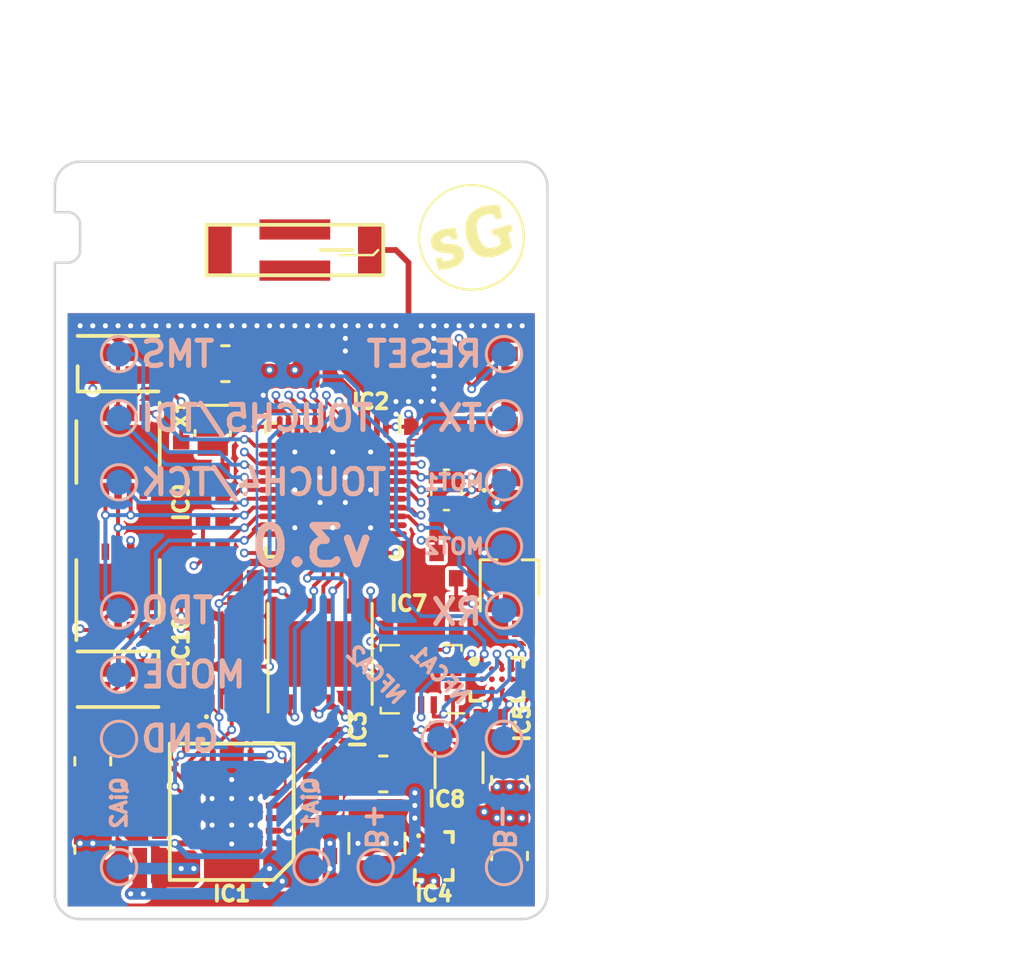
<source format=kicad_pcb>
(kicad_pcb (version 20171130) (host pcbnew 5.0.1)

  (general
    (thickness 1.6)
    (drawings 29)
    (tracks 752)
    (zones 0)
    (modules 103)
    (nets 91)
  )

  (page A4)
  (layers
    (0 F.Cu signal)
    (1 In1.Cu power)
    (2 In2.Cu power)
    (31 B.Cu signal)
    (32 B.Adhes user)
    (33 F.Adhes user)
    (34 B.Paste user)
    (35 F.Paste user)
    (36 B.SilkS user)
    (37 F.SilkS user)
    (38 B.Mask user)
    (39 F.Mask user)
    (40 Dwgs.User user)
    (41 Cmts.User user)
    (44 Edge.Cuts user)
    (45 Margin user)
    (46 B.CrtYd user)
    (47 F.CrtYd user)
    (48 B.Fab user)
    (49 F.Fab user)
  )

  (setup
    (last_trace_width 0.155)
    (trace_clearance 0.12)
    (zone_clearance 0.1524)
    (zone_45_only yes)
    (trace_min 0.1016)
    (segment_width 0.1)
    (edge_width 0.1)
    (via_size 0.35)
    (via_drill 0.2)
    (via_min_size 0.35)
    (via_min_drill 0.2)
    (uvia_size 0.225)
    (uvia_drill 0.1)
    (uvias_allowed yes)
    (uvia_min_size 0.225)
    (uvia_min_drill 0.1)
    (pcb_text_width 0.3)
    (pcb_text_size 1.5 1.5)
    (mod_edge_width 0.15)
    (mod_text_size 0.6 0.6)
    (mod_text_width 0.15)
    (pad_size 1.5 1.5)
    (pad_drill 0.6)
    (pad_to_mask_clearance 0)
    (solder_mask_min_width 0.25)
    (aux_axis_origin 0 0)
    (visible_elements 7FFFFFFF)
    (pcbplotparams
      (layerselection 0x3f0fc_ffffffff)
      (usegerberextensions false)
      (usegerberattributes false)
      (usegerberadvancedattributes false)
      (creategerberjobfile false)
      (excludeedgelayer false)
      (linewidth 0.100000)
      (plotframeref true)
      (viasonmask false)
      (mode 1)
      (useauxorigin false)
      (hpglpennumber 1)
      (hpglpenspeed 20)
      (hpglpendiameter 15.000000)
      (psnegative false)
      (psa4output false)
      (plotreference true)
      (plotvalue true)
      (plotinvisibletext false)
      (padsonsilk false)
      (subtractmaskfromsilk false)
      (outputformat 1)
      (mirror false)
      (drillshape 0)
      (scaleselection 1)
      (outputdirectory "/tmp/wifinav-gbr"))
  )

  (net 0 "")
  (net 1 "Net-(C1-Pad1)")
  (net 2 GND)
  (net 3 +3V3)
  (net 4 "Net-(C3-Pad1)")
  (net 5 /RESET)
  (net 6 "Net-(C8-Pad2)")
  (net 7 "Net-(C10-Pad1)")
  (net 8 "Net-(C13-Pad1)")
  (net 9 "Net-(C14-Pad1)")
  (net 10 "Net-(C15-Pad1)")
  (net 11 "Net-(C16-Pad1)")
  (net 12 "Net-(C18-Pad1)")
  (net 13 "Net-(C19-Pad1)")
  (net 14 "Net-(C20-Pad1)")
  (net 15 "Net-(C22-Pad1)")
  (net 16 "Net-(C25-Pad1)")
  (net 17 "Net-(C26-Pad1)")
  (net 18 +BATT)
  (net 19 "Net-(C31-Pad1)")
  (net 20 "Net-(AE1-Pad1)")
  (net 21 "Net-(C34-Pad1)")
  (net 22 "Net-(C41-Pad1)")
  (net 23 "Net-(C42-Pad1)")
  (net 24 "Net-(C42-Pad2)")
  (net 25 "Net-(D1-Pad2)")
  (net 26 "Net-(D1-Pad3)")
  (net 27 "Net-(D1-Pad4)")
  (net 28 "Net-(D2-Pad2)")
  (net 29 /U0TXD)
  (net 30 /U0RXD)
  (net 31 /SPID)
  (net 32 /SPIQ)
  (net 33 /SPICLK)
  (net 34 /SPICS0)
  (net 35 /SPIWP)
  (net 36 /SPIHD)
  (net 37 /I2C_SCL)
  (net 38 "Net-(IC2-Pad17)")
  (net 39 VIB_EN)
  (net 40 IMU_INT2)
  (net 41 IMU_INT1)
  (net 42 NFC_IRQ)
  (net 43 BAT_SENSE)
  (net 44 "Net-(IC2-Pad3)")
  (net 45 "Net-(IC4-PadA1)")
  (net 46 "Net-(IC4-PadC1)")
  (net 47 "Net-(IC4-PadA3)")
  (net 48 "Net-(IC4-PadC3)")
  (net 49 "Net-(R1-Pad1)")
  (net 50 "Net-(IC7-Pad12)")
  (net 51 "Net-(IC7-Pad1)")
  (net 52 "Net-(R_OS1-Pad1)")
  (net 53 MODE)
  (net 54 ~CHG)
  (net 55 "Net-(D4-Pad2)")
  (net 56 "Net-(D4-Pad3)")
  (net 57 "Net-(D4-Pad4)")
  (net 58 /I2C_SDA)
  (net 59 "Net-(IC2-Pad42)")
  (net 60 "Net-(IC2-Pad39)")
  (net 61 "Net-(IC2-Pad38)")
  (net 62 "Net-(IC2-Pad36)")
  (net 63 "Net-(IC2-Pad35)")
  (net 64 "Net-(IC2-Pad34)")
  (net 65 "Net-(IC2-Pad27)")
  (net 66 "Net-(IC2-Pad24)")
  (net 67 "Net-(IC2-Pad15)")
  (net 68 "Net-(IC2-Pad7)")
  (net 69 "Net-(IC5-PadB1)")
  (net 70 "Net-(IC5-PadA2)")
  (net 71 "Net-(IC5-PadB2)")
  (net 72 "Net-(IC5-PadB3)")
  (net 73 "Net-(IC7-Pad2)")
  (net 74 "Net-(IC7-Pad3)")
  (net 75 "Net-(IC7-Pad10)")
  (net 76 "Net-(IC7-Pad11)")
  (net 77 ~NFC_ENABLE)
  (net 78 /RECT)
  (net 79 "Net-(IC8-Pad3)")
  (net 80 /AC2)
  (net 81 "Net-(IC10-Pad10)")
  (net 82 "Net-(IC9-Pad10)")
  (net 83 /AC1)
  (net 84 /LED_ENABLE)
  (net 85 /TOUCH5)
  (net 86 /TOUCH4)
  (net 87 "Net-(IC1-Pad10)")
  (net 88 "Net-(IC1-Pad12)")
  (net 89 "Net-(IC1-Pad13)")
  (net 90 "Net-(IC1-Pad8)")

  (net_class Default "This is the default net class."
    (clearance 0.12)
    (trace_width 0.155)
    (via_dia 0.35)
    (via_drill 0.2)
    (uvia_dia 0.225)
    (uvia_drill 0.1)
    (add_net +3V3)
    (add_net +BATT)
    (add_net /I2C_SCL)
    (add_net /I2C_SDA)
    (add_net /LED_ENABLE)
    (add_net /RESET)
    (add_net /SPICLK)
    (add_net /SPICS0)
    (add_net /SPID)
    (add_net /SPIHD)
    (add_net /SPIQ)
    (add_net /SPIWP)
    (add_net /TOUCH4)
    (add_net /TOUCH5)
    (add_net /U0RXD)
    (add_net /U0TXD)
    (add_net BAT_SENSE)
    (add_net GND)
    (add_net IMU_INT1)
    (add_net IMU_INT2)
    (add_net MODE)
    (add_net NFC_IRQ)
    (add_net "Net-(C10-Pad1)")
    (add_net "Net-(C13-Pad1)")
    (add_net "Net-(C14-Pad1)")
    (add_net "Net-(C20-Pad1)")
    (add_net "Net-(C22-Pad1)")
    (add_net "Net-(C25-Pad1)")
    (add_net "Net-(C26-Pad1)")
    (add_net "Net-(C34-Pad1)")
    (add_net "Net-(C42-Pad1)")
    (add_net "Net-(C42-Pad2)")
    (add_net "Net-(C8-Pad2)")
    (add_net "Net-(D1-Pad2)")
    (add_net "Net-(D1-Pad3)")
    (add_net "Net-(D1-Pad4)")
    (add_net "Net-(D4-Pad2)")
    (add_net "Net-(D4-Pad3)")
    (add_net "Net-(D4-Pad4)")
    (add_net "Net-(IC1-Pad10)")
    (add_net "Net-(IC1-Pad12)")
    (add_net "Net-(IC1-Pad13)")
    (add_net "Net-(IC1-Pad8)")
    (add_net "Net-(IC10-Pad10)")
    (add_net "Net-(IC2-Pad15)")
    (add_net "Net-(IC2-Pad17)")
    (add_net "Net-(IC2-Pad24)")
    (add_net "Net-(IC2-Pad27)")
    (add_net "Net-(IC2-Pad34)")
    (add_net "Net-(IC2-Pad35)")
    (add_net "Net-(IC2-Pad36)")
    (add_net "Net-(IC2-Pad38)")
    (add_net "Net-(IC2-Pad39)")
    (add_net "Net-(IC2-Pad42)")
    (add_net "Net-(IC2-Pad7)")
    (add_net "Net-(IC4-PadA1)")
    (add_net "Net-(IC4-PadA3)")
    (add_net "Net-(IC4-PadC1)")
    (add_net "Net-(IC4-PadC3)")
    (add_net "Net-(IC5-PadA2)")
    (add_net "Net-(IC5-PadB1)")
    (add_net "Net-(IC5-PadB2)")
    (add_net "Net-(IC5-PadB3)")
    (add_net "Net-(IC7-Pad1)")
    (add_net "Net-(IC7-Pad10)")
    (add_net "Net-(IC7-Pad11)")
    (add_net "Net-(IC7-Pad12)")
    (add_net "Net-(IC7-Pad2)")
    (add_net "Net-(IC7-Pad3)")
    (add_net "Net-(IC8-Pad3)")
    (add_net "Net-(IC9-Pad10)")
    (add_net "Net-(R1-Pad1)")
    (add_net "Net-(R_OS1-Pad1)")
    (add_net VIB_EN)
    (add_net ~NFC_ENABLE)
  )

  (net_class 0.23mm ""
    (clearance 0.12)
    (trace_width 0.23)
    (via_dia 0.35)
    (via_drill 0.2)
    (uvia_dia 0.225)
    (uvia_drill 0.1)
    (add_net /RECT)
    (add_net "Net-(AE1-Pad1)")
    (add_net "Net-(C31-Pad1)")
  )

  (net_class 0.46mm ""
    (clearance 0.12)
    (trace_width 0.46)
    (via_dia 0.35)
    (via_drill 0.2)
    (uvia_dia 0.225)
    (uvia_drill 0.1)
    (add_net /AC1)
    (add_net /AC2)
    (add_net "Net-(C3-Pad1)")
    (add_net "Net-(C41-Pad1)")
    (add_net "Net-(IC2-Pad3)")
  )

  (net_class minimum ""
    (clearance 0.1016)
    (trace_width 0.1016)
    (via_dia 0.35)
    (via_drill 0.2)
    (uvia_dia 0.225)
    (uvia_drill 0.1)
    (add_net "Net-(C1-Pad1)")
    (add_net "Net-(C15-Pad1)")
    (add_net "Net-(C16-Pad1)")
    (add_net "Net-(C18-Pad1)")
    (add_net "Net-(C19-Pad1)")
    (add_net "Net-(D2-Pad2)")
    (add_net ~CHG)
  )

  (module Package_DFN_QFN:Texas_VQFN-N20_EP3.05x2.05mm_ThermalVias (layer F.Cu) (tedit 5B1E6582) (tstamp 5C3A5449)
    (at 150.5 110.75 90)
    (descr http://www.ti.com/lit/ds/symlink/bq51050b.pdf)
    (tags "VQFN 0.5mm")
    (path /5C3A0A5C)
    (solder_mask_margin 0.07)
    (attr smd)
    (fp_text reference IC1 (at -3.25 0 180) (layer F.SilkS)
      (effects (font (size 0.6 0.6) (thickness 0.15)))
    )
    (fp_text value BQ51050BRHL (at 0 0 90) (layer F.Fab)
      (effects (font (size 1 1) (thickness 0.15)))
    )
    (fp_line (start -2.85 2.6) (end -2.85 -2.6) (layer F.CrtYd) (width 0.05))
    (fp_line (start 2.85 2.6) (end -2.85 2.6) (layer F.CrtYd) (width 0.05))
    (fp_line (start 2.85 -2.6) (end 2.85 2.6) (layer F.CrtYd) (width 0.05))
    (fp_line (start -2.85 -2.6) (end 2.85 -2.6) (layer F.CrtYd) (width 0.05))
    (fp_line (start 2.7 2.45) (end -1.9 2.45) (layer F.SilkS) (width 0.15))
    (fp_line (start 2.7 -2.45) (end 2.7 2.45) (layer F.SilkS) (width 0.15))
    (fp_line (start -2.7 -2.45) (end 2.7 -2.45) (layer F.SilkS) (width 0.15))
    (fp_line (start -2.7 1.65) (end -2.7 -2.45) (layer F.SilkS) (width 0.15))
    (fp_line (start -1.9 2.45) (end -2.7 1.65) (layer F.SilkS) (width 0.15))
    (pad 21 smd rect (at -2.15 -0.25 180) (size 0.24 0.6) (layers F.Cu F.Paste F.Mask)
      (net 2 GND))
    (pad 21 smd rect (at -2.15 0.25 180) (size 0.24 0.6) (layers F.Cu F.Paste F.Mask)
      (net 2 GND))
    (pad 20 smd rect (at -2.15 -0.75 180) (size 0.24 0.6) (layers F.Cu F.Paste F.Mask)
      (net 2 GND))
    (pad 17 smd rect (at -0.75 -1.65 90) (size 0.24 0.6) (layers F.Cu F.Paste F.Mask)
      (net 14 "Net-(C20-Pad1)"))
    (pad 18 smd rect (at -1.25 -1.65 90) (size 0.24 0.6) (layers F.Cu F.Paste F.Mask)
      (net 78 /RECT))
    (pad 19 smd rect (at -1.75 -1.65 90) (size 0.24 0.6) (layers F.Cu F.Paste F.Mask)
      (net 80 /AC2))
    (pad 8 smd rect (at 1.25 1.65 90) (size 0.24 0.6) (layers F.Cu F.Paste F.Mask)
      (net 90 "Net-(IC1-Pad8)"))
    (pad 9 smd rect (at 1.75 1.65 90) (size 0.24 0.6) (layers F.Cu F.Paste F.Mask)
      (net 2 GND))
    (pad 7 smd rect (at 0.75 1.65 90) (size 0.24 0.6) (layers F.Cu F.Paste F.Mask)
      (net 54 ~CHG))
    (pad 10 smd rect (at 2.15 0.75 180) (size 0.24 0.6) (layers F.Cu F.Paste F.Mask)
      (net 87 "Net-(IC1-Pad10)"))
    (pad 6 smd rect (at 0.25 1.65 90) (size 0.24 0.6) (layers F.Cu F.Paste F.Mask)
      (net 10 "Net-(C15-Pad1)"))
    (pad 11 smd rect (at 2.15 -0.75 180) (size 0.24 0.6) (layers F.Cu F.Paste F.Mask)
      (net 18 +BATT))
    (pad 5 smd rect (at -0.25 1.65 90) (size 0.24 0.6) (layers F.Cu F.Paste F.Mask)
      (net 11 "Net-(C16-Pad1)"))
    (pad 12 smd rect (at 1.75 -1.65 90) (size 0.24 0.6) (layers F.Cu F.Paste F.Mask)
      (net 88 "Net-(IC1-Pad12)"))
    (pad 4 smd rect (at -0.75 1.65 90) (size 0.24 0.6) (layers F.Cu F.Paste F.Mask)
      (net 18 +BATT))
    (pad 13 smd rect (at 1.25 -1.65 90) (size 0.24 0.6) (layers F.Cu F.Paste F.Mask)
      (net 89 "Net-(IC1-Pad13)"))
    (pad 3 smd rect (at -1.25 1.65 90) (size 0.24 0.6) (layers F.Cu F.Paste F.Mask)
      (net 9 "Net-(C14-Pad1)"))
    (pad 14 smd rect (at 0.75 -1.65 90) (size 0.24 0.6) (layers F.Cu F.Paste F.Mask)
      (net 87 "Net-(IC1-Pad10)"))
    (pad 2 smd rect (at -1.75 1.65 90) (size 0.24 0.6) (layers F.Cu F.Paste F.Mask)
      (net 83 /AC1))
    (pad 15 smd rect (at 0.25 -1.65 90) (size 0.24 0.6) (layers F.Cu F.Paste F.Mask)
      (net 13 "Net-(C19-Pad1)"))
    (pad 1 smd rect (at -2.15 0.75 180) (size 0.24 0.6) (layers F.Cu F.Paste F.Mask)
      (net 2 GND))
    (pad 16 smd rect (at -0.25 -1.65 90) (size 0.24 0.6) (layers F.Cu F.Paste F.Mask)
      (net 12 "Net-(C18-Pad1)"))
    (pad 21 smd rect (at 2.15 -0.25 180) (size 0.24 0.6) (layers F.Cu F.Paste F.Mask)
      (net 2 GND))
    (pad 21 smd rect (at 2.15 0.25 180) (size 0.24 0.6) (layers F.Cu F.Paste F.Mask)
      (net 2 GND))
    (pad 21 smd rect (at -1.725 0 90) (size 0.4 0.74) (layers F.Cu F.Mask)
      (net 2 GND))
    (pad 21 smd rect (at 0 0 90) (size 3.05 2.05) (layers F.Cu F.Mask)
      (net 2 GND))
    (pad 21 smd rect (at 1.725 0 90) (size 0.4 0.74) (layers F.Cu F.Mask)
      (net 2 GND))
    (pad "" smd rect (at 1.05 -0.56 90) (size 0.85 0.92) (layers F.Paste))
    (pad "" smd rect (at -1.05 -0.56 90) (size 0.85 0.92) (layers F.Paste))
    (pad "" smd rect (at -1.05 0.56 90) (size 0.85 0.92) (layers F.Paste))
    (pad "" smd rect (at 1.05 0.56 90) (size 0.85 0.92) (layers F.Paste))
    (pad "" smd rect (at 0 -0.56 90) (size 0.85 0.92) (layers F.Paste))
    (pad "" smd rect (at 0 0.56 90) (size 0.85 0.92) (layers F.Paste))
    (pad 0 smd rect (at -1.8 0 90) (size 0.25 0.74) (layers F.Paste))
    (pad 0 smd rect (at 1.8 0 90) (size 0.25 0.74) (layers F.Paste))
    (pad 21 thru_hole circle (at -0.525 0.775 90) (size 0.4 0.4) (drill 0.2) (layers *.Cu)
      (net 2 GND))
    (pad 21 thru_hole circle (at 0.525 -0.775 90) (size 0.4 0.4) (drill 0.2) (layers *.Cu)
      (net 2 GND))
    (pad 21 thru_hole circle (at -0.525 -0.775 90) (size 0.4 0.4) (drill 0.2) (layers *.Cu)
      (net 2 GND))
    (pad 21 thru_hole circle (at 0.525 0.775 90) (size 0.4 0.4) (drill 0.2) (layers *.Cu)
      (net 2 GND))
    (pad 21 thru_hole circle (at 0.525 0 90) (size 0.4 0.4) (drill 0.2) (layers *.Cu)
      (net 2 GND))
    (pad 21 thru_hole circle (at -0.525 0 90) (size 0.4 0.4) (drill 0.2) (layers *.Cu)
      (net 2 GND))
    (pad 21 thru_hole circle (at 1.275 0 90) (size 0.4 0.4) (drill 0.2) (layers *.Cu)
      (net 2 GND))
    (pad 21 thru_hole circle (at -1.275 0 90) (size 0.4 0.4) (drill 0.2) (layers *.Cu)
      (net 2 GND))
    (pad 21 smd rect (at 0 0 90) (size 3.05 2.05) (layers B.Cu)
      (net 2 GND))
    (model ${KISYS3DMOD}/Package_DFN_QFN.3dshapes/Texas_VQFN-N20_EP3.05x2.05mm.wrl
      (at (xyz 0 0 0))
      (scale (xyz 1 1 1))
      (rotate (xyz 0 0 0))
    )
  )

  (module Resistor_SMD:R_0402_1005Metric (layer F.Cu) (tedit 5C3A26FE) (tstamp 5C3D076C)
    (at 151 102.5 180)
    (descr "Resistor SMD 0402 (1005 Metric), square (rectangular) end terminal, IPC_7351 nominal, (Body size source: http://www.tortai-tech.com/upload/download/2011102023233369053.pdf), generated with kicad-footprint-generator")
    (tags resistor)
    (path /5CAC59B6)
    (attr smd)
    (fp_text reference R6 (at 0 -1.5 180) (layer F.SilkS) hide
      (effects (font (size 0.6 0.6) (thickness 0.15)))
    )
    (fp_text value 10k (at 0 1.5 180) (layer F.Fab)
      (effects (font (size 1 1) (thickness 0.15)))
    )
    (fp_line (start -0.5 0.25) (end -0.5 -0.25) (layer F.Fab) (width 0.1))
    (fp_line (start -0.5 -0.25) (end 0.5 -0.25) (layer F.Fab) (width 0.1))
    (fp_line (start 0.5 -0.25) (end 0.5 0.25) (layer F.Fab) (width 0.1))
    (fp_line (start 0.5 0.25) (end -0.5 0.25) (layer F.Fab) (width 0.1))
    (fp_line (start -0.82 0.48) (end -0.82 -0.48) (layer F.CrtYd) (width 0.05))
    (fp_line (start -0.82 -0.48) (end 0.82 -0.48) (layer F.CrtYd) (width 0.05))
    (fp_line (start 0.82 -0.48) (end 0.82 0.48) (layer F.CrtYd) (width 0.05))
    (fp_line (start 0.82 0.48) (end -0.82 0.48) (layer F.CrtYd) (width 0.05))
    (fp_text user %R (at 0 -0.88 180) (layer F.Fab)
      (effects (font (size 0.5 0.5) (thickness 0.08)))
    )
    (pad 1 smd rect (at -0.3875 0 180) (size 0.575 0.65) (layers F.Cu F.Paste F.Mask)
      (net 3 +3V3))
    (pad 2 smd rect (at 0.3875 0 180) (size 0.575 0.65) (layers F.Cu F.Paste F.Mask)
      (net 54 ~CHG))
    (model ${KISYS3DMOD}/Resistor_SMD.3dshapes/R_0402_1005Metric.wrl
      (at (xyz 0 0 0))
      (scale (xyz 1 1 1))
      (rotate (xyz 0 0 0))
    )
  )

  (module Capacitor_SMD:C_0402_1005Metric (layer F.Cu) (tedit 5AE33FBF) (tstamp 5C3BE545)
    (at 148.5 96.5 90)
    (descr "Capacitor SMD 0402 (1005 Metric), square (rectangular) end terminal, IPC_7351 nominal, (Body size source: http://www.tortai-tech.com/upload/download/2011102023233369053.pdf), generated with kicad-footprint-generator")
    (tags capacitor)
    (path /5C84B597)
    (attr smd)
    (fp_text reference C37 (at 0 -1.5 90) (layer F.SilkS) hide
      (effects (font (size 0.6 0.6) (thickness 0.15)))
    )
    (fp_text value 100n (at 0 1.5 90) (layer F.Fab)
      (effects (font (size 1 1) (thickness 0.15)))
    )
    (fp_line (start -0.5 0.25) (end -0.5 -0.25) (layer F.Fab) (width 0.1))
    (fp_line (start -0.5 -0.25) (end 0.5 -0.25) (layer F.Fab) (width 0.1))
    (fp_line (start 0.5 -0.25) (end 0.5 0.25) (layer F.Fab) (width 0.1))
    (fp_line (start 0.5 0.25) (end -0.5 0.25) (layer F.Fab) (width 0.1))
    (fp_line (start -0.82 0.48) (end -0.82 -0.48) (layer F.CrtYd) (width 0.05))
    (fp_line (start -0.82 -0.48) (end 0.82 -0.48) (layer F.CrtYd) (width 0.05))
    (fp_line (start 0.82 -0.48) (end 0.82 0.48) (layer F.CrtYd) (width 0.05))
    (fp_line (start 0.82 0.48) (end -0.82 0.48) (layer F.CrtYd) (width 0.05))
    (fp_text user %R (at 0 0 90) (layer F.Fab)
      (effects (font (size 0.5 0.5) (thickness 0.08)))
    )
    (pad 1 smd rect (at -0.3875 0 90) (size 0.575 0.65) (layers F.Cu F.Paste F.Mask)
      (net 2 GND))
    (pad 2 smd rect (at 0.3875 0 90) (size 0.575 0.65) (layers F.Cu F.Paste F.Mask)
      (net 3 +3V3))
    (model ${KISYS3DMOD}/Capacitor_SMD.3dshapes/C_0402_1005Metric.wrl
      (at (xyz 0 0 0))
      (scale (xyz 1 1 1))
      (rotate (xyz 0 0 0))
    )
  )

  (module Package_DFN_QFN:QFN-48-1EP_5x5mm_P0.35mm_EP3.7x3.7mm (layer F.Cu) (tedit 5ACB3EFD) (tstamp 5C396268)
    (at 154.5 98 270)
    (path /59FA3594)
    (attr smd)
    (fp_text reference IC2 (at -3.5 -1.5) (layer F.SilkS)
      (effects (font (size 0.6 0.6) (thickness 0.15)))
    )
    (fp_text value ESP32 (at 0 3.93 270) (layer F.Fab)
      (effects (font (size 1 1) (thickness 0.15)))
    )
    (fp_line (start -3.2 3.2) (end -3.2 -3.2) (layer F.CrtYd) (width 0.05))
    (fp_line (start 3.2 3.2) (end -3.2 3.2) (layer F.CrtYd) (width 0.05))
    (fp_line (start 3.2 -3.2) (end 3.2 3.2) (layer F.CrtYd) (width 0.05))
    (fp_line (start -3.2 -3.2) (end 3.2 -3.2) (layer F.CrtYd) (width 0.05))
    (fp_line (start -2.275 -2.65) (end -2.93 -2.65) (layer F.SilkS) (width 0.15))
    (fp_line (start -2.65 2.65) (end -2.65 2.275) (layer F.SilkS) (width 0.15))
    (fp_line (start -2.275 2.65) (end -2.65 2.65) (layer F.SilkS) (width 0.15))
    (fp_line (start 2.65 2.65) (end 2.65 2.275) (layer F.SilkS) (width 0.15))
    (fp_line (start 2.275 2.65) (end 2.65 2.65) (layer F.SilkS) (width 0.15))
    (fp_line (start 2.65 -2.65) (end 2.65 -2.275) (layer F.SilkS) (width 0.15))
    (fp_line (start 2.275 -2.65) (end 2.65 -2.65) (layer F.SilkS) (width 0.15))
    (fp_line (start 2.5 -2.5) (end -1.5 -2.5) (layer F.Fab) (width 0.15))
    (fp_line (start 2.5 2.5) (end 2.5 -2.5) (layer F.Fab) (width 0.15))
    (fp_line (start -2.5 2.5) (end 2.5 2.5) (layer F.Fab) (width 0.15))
    (fp_line (start -2.5 -1.5) (end -2.5 2.5) (layer F.Fab) (width 0.15))
    (fp_line (start -1.5 -2.5) (end -2.5 -1.5) (layer F.Fab) (width 0.15))
    (pad 13 smd oval (at -2.5 2.1) (size 0.23 0.86) (layers F.Cu F.Paste F.Mask)
      (net 8 "Net-(C13-Pad1)"))
    (pad 49 smd rect (at 1.233333 1.233333 270) (size 1.233333 1.233333) (layers F.Cu F.Paste F.Mask)
      (net 2 GND) (solder_paste_margin -0.1))
    (pad 49 smd rect (at 1.233333 0 270) (size 1.233333 1.233333) (layers F.Cu F.Paste F.Mask)
      (net 2 GND) (solder_paste_margin -0.1))
    (pad 49 smd rect (at 1.233333 -1.233333 270) (size 1.233333 1.233333) (layers F.Cu F.Paste F.Mask)
      (net 2 GND) (solder_paste_margin -0.1))
    (pad 49 smd rect (at 0 1.233333 270) (size 1.233333 1.233333) (layers F.Cu F.Paste F.Mask)
      (net 2 GND) (solder_paste_margin -0.1))
    (pad 49 smd rect (at 0 0 270) (size 1.233333 1.233333) (layers F.Cu F.Paste F.Mask)
      (net 2 GND) (solder_paste_margin -0.1))
    (pad 49 smd rect (at 0 -1.233333 270) (size 1.233333 1.233333) (layers F.Cu F.Paste F.Mask)
      (net 2 GND) (solder_paste_margin -0.1))
    (pad 49 smd rect (at -1.233333 1.233333 270) (size 1.233333 1.233333) (layers F.Cu F.Paste F.Mask)
      (net 2 GND) (solder_paste_margin -0.1))
    (pad 49 smd rect (at -1.233333 0 270) (size 1.233333 1.233333) (layers F.Cu F.Paste F.Mask)
      (net 2 GND) (solder_paste_margin -0.1))
    (pad 49 smd rect (at -1.233333 -1.233333 270) (size 1.233333 1.233333) (layers F.Cu F.Paste F.Mask)
      (net 2 GND) (solder_paste_margin -0.1))
    (pad 48 smd oval (at -1.75 -2.5 270) (size 0.23 0.86) (layers F.Cu F.Paste F.Mask)
      (net 1 "Net-(C1-Pad1)"))
    (pad 47 smd oval (at -1.4 -2.5 270) (size 0.23 0.86) (layers F.Cu F.Paste F.Mask)
      (net 6 "Net-(C8-Pad2)"))
    (pad 46 smd oval (at -1.05 -2.5 270) (size 0.23 0.86) (layers F.Cu F.Paste F.Mask)
      (net 3 +3V3))
    (pad 45 smd oval (at -0.7 -2.5 270) (size 0.23 0.86) (layers F.Cu F.Paste F.Mask)
      (net 17 "Net-(C26-Pad1)"))
    (pad 44 smd oval (at -0.35 -2.5 270) (size 0.23 0.86) (layers F.Cu F.Paste F.Mask)
      (net 15 "Net-(C22-Pad1)"))
    (pad 43 smd oval (at 0 -2.5 270) (size 0.23 0.86) (layers F.Cu F.Paste F.Mask)
      (net 3 +3V3))
    (pad 42 smd oval (at 0.35 -2.5 270) (size 0.23 0.86) (layers F.Cu F.Paste F.Mask)
      (net 59 "Net-(IC2-Pad42)"))
    (pad 41 smd oval (at 0.7 -2.5 270) (size 0.23 0.86) (layers F.Cu F.Paste F.Mask)
      (net 29 /U0TXD))
    (pad 40 smd oval (at 1.05 -2.5 270) (size 0.23 0.86) (layers F.Cu F.Paste F.Mask)
      (net 30 /U0RXD))
    (pad 39 smd oval (at 1.4 -2.5 270) (size 0.23 0.86) (layers F.Cu F.Paste F.Mask)
      (net 60 "Net-(IC2-Pad39)"))
    (pad 38 smd oval (at 1.75 -2.5 270) (size 0.23 0.86) (layers F.Cu F.Paste F.Mask)
      (net 61 "Net-(IC2-Pad38)"))
    (pad 36 smd oval (at 2.5 -1.75) (size 0.23 0.86) (layers F.Cu F.Paste F.Mask)
      (net 62 "Net-(IC2-Pad36)"))
    (pad 35 smd oval (at 2.5 -1.4) (size 0.23 0.86) (layers F.Cu F.Paste F.Mask)
      (net 63 "Net-(IC2-Pad35)"))
    (pad 34 smd oval (at 2.5 -1.05) (size 0.23 0.86) (layers F.Cu F.Paste F.Mask)
      (net 64 "Net-(IC2-Pad34)"))
    (pad 33 smd oval (at 2.5 -0.7) (size 0.23 0.86) (layers F.Cu F.Paste F.Mask)
      (net 31 /SPID))
    (pad 32 smd oval (at 2.5 -0.35) (size 0.23 0.86) (layers F.Cu F.Paste F.Mask)
      (net 32 /SPIQ))
    (pad 31 smd oval (at 2.5 0) (size 0.23 0.86) (layers F.Cu F.Paste F.Mask)
      (net 33 /SPICLK))
    (pad 30 smd oval (at 2.5 0.35) (size 0.23 0.86) (layers F.Cu F.Paste F.Mask)
      (net 34 /SPICS0))
    (pad 29 smd oval (at 2.5 0.7) (size 0.23 0.86) (layers F.Cu F.Paste F.Mask)
      (net 35 /SPIWP))
    (pad 28 smd oval (at 2.5 1.05) (size 0.23 0.86) (layers F.Cu F.Paste F.Mask)
      (net 36 /SPIHD))
    (pad 27 smd oval (at 2.5 1.4) (size 0.23 0.86) (layers F.Cu F.Paste F.Mask)
      (net 65 "Net-(IC2-Pad27)"))
    (pad 26 smd oval (at 2.5 1.75) (size 0.23 0.86) (layers F.Cu F.Paste F.Mask)
      (net 16 "Net-(C25-Pad1)"))
    (pad 25 smd oval (at 2.5 2.1) (size 0.23 0.86) (layers F.Cu F.Paste F.Mask)
      (net 77 ~NFC_ENABLE))
    (pad 24 smd oval (at 1.75 2.5 270) (size 0.23 0.86) (layers F.Cu F.Paste F.Mask)
      (net 66 "Net-(IC2-Pad24)"))
    (pad 23 smd oval (at 1.4 2.5 270) (size 0.23 0.86) (layers F.Cu F.Paste F.Mask)
      (net 53 MODE))
    (pad 22 smd oval (at 1.05 2.5 270) (size 0.23 0.86) (layers F.Cu F.Paste F.Mask)
      (net 37 /I2C_SCL))
    (pad 21 smd oval (at 0.7 2.5 270) (size 0.23 0.86) (layers F.Cu F.Paste F.Mask)
      (net 58 /I2C_SDA))
    (pad 20 smd oval (at 0.35 2.5 270) (size 0.23 0.86) (layers F.Cu F.Paste F.Mask)
      (net 86 /TOUCH4))
    (pad 19 smd oval (at 0 2.5 270) (size 0.23 0.86) (layers F.Cu F.Paste F.Mask)
      (net 3 +3V3))
    (pad 18 smd oval (at -0.35 2.5 270) (size 0.23 0.86) (layers F.Cu F.Paste F.Mask)
      (net 85 /TOUCH5))
    (pad 17 smd oval (at -0.7 2.5 270) (size 0.23 0.86) (layers F.Cu F.Paste F.Mask)
      (net 38 "Net-(IC2-Pad17)"))
    (pad 16 smd oval (at -1.05 2.5 270) (size 0.23 0.86) (layers F.Cu F.Paste F.Mask)
      (net 39 VIB_EN))
    (pad 15 smd oval (at -1.4 2.5 270) (size 0.23 0.86) (layers F.Cu F.Paste F.Mask)
      (net 67 "Net-(IC2-Pad15)"))
    (pad 14 smd oval (at -1.75 2.5 270) (size 0.23 0.86) (layers F.Cu F.Paste F.Mask)
      (net 84 /LED_ENABLE))
    (pad 12 smd oval (at -2.5 1.75) (size 0.23 0.86) (layers F.Cu F.Paste F.Mask)
      (net 7 "Net-(C10-Pad1)"))
    (pad 11 smd oval (at -2.5 1.4) (size 0.23 0.86) (layers F.Cu F.Paste F.Mask)
      (net 40 IMU_INT2))
    (pad 10 smd oval (at -2.5 1.05) (size 0.23 0.86) (layers F.Cu F.Paste F.Mask)
      (net 41 IMU_INT1))
    (pad 9 smd oval (at -2.5 0.7) (size 0.23 0.86) (layers F.Cu F.Paste F.Mask)
      (net 5 /RESET))
    (pad 8 smd oval (at -2.5 0.35) (size 0.23 0.86) (layers F.Cu F.Paste F.Mask)
      (net 42 NFC_IRQ))
    (pad 7 smd oval (at -2.5 0) (size 0.23 0.86) (layers F.Cu F.Paste F.Mask)
      (net 68 "Net-(IC2-Pad7)"))
    (pad 6 smd oval (at -2.5 -0.35) (size 0.23 0.86) (layers F.Cu F.Paste F.Mask)
      (net 54 ~CHG))
    (pad 5 smd oval (at -2.5 -0.7) (size 0.23 0.86) (layers F.Cu F.Paste F.Mask)
      (net 43 BAT_SENSE))
    (pad 4 smd oval (at -2.5 -1.05) (size 0.23 0.86) (layers F.Cu F.Paste F.Mask)
      (net 44 "Net-(IC2-Pad3)"))
    (pad 3 smd oval (at -2.5 -1.4) (size 0.23 0.86) (layers F.Cu F.Paste F.Mask)
      (net 44 "Net-(IC2-Pad3)"))
    (pad 2 smd oval (at -2.5 -1.75) (size 0.23 0.86) (layers F.Cu F.Paste F.Mask)
      (net 19 "Net-(C31-Pad1)"))
    (pad 1 smd oval (at -2.5 -2.1) (size 0.23 0.86) (layers F.Cu F.Paste F.Mask)
      (net 3 +3V3))
    (pad 37 smd oval (at 2.5 -2.1) (size 0.23 0.86) (layers F.Cu F.Paste F.Mask)
      (net 3 +3V3))
  )

  (module Package_DFN_QFN:DFN-10-1EP_3x3mm_P0.5mm_EP1.55x2.48mm (layer F.Cu) (tedit 5A64BE60) (tstamp 5C393FBA)
    (at 146 96.5 270)
    (descr "10-Lead Plastic Dual Flat, No Lead Package (MF) - 3x3x0.9 mm Body [DFN] (see Microchip Packaging Specification 00000049BS.pdf)")
    (tags "DFN 0.5")
    (path /5C392FF2)
    (attr smd)
    (fp_text reference IC9 (at 2 -2.5 90) (layer F.SilkS)
      (effects (font (size 0.6 0.6) (thickness 0.15)))
    )
    (fp_text value IS31FL3193 (at 0 2.575 270) (layer F.Fab)
      (effects (font (size 1 1) (thickness 0.15)))
    )
    (fp_line (start -1.95 -1.65) (end 1.225 -1.65) (layer F.SilkS) (width 0.15))
    (fp_line (start -1.225 1.65) (end 1.225 1.65) (layer F.SilkS) (width 0.15))
    (fp_line (start -2.15 1.85) (end 2.15 1.85) (layer F.CrtYd) (width 0.05))
    (fp_line (start -2.15 -1.85) (end 2.15 -1.85) (layer F.CrtYd) (width 0.05))
    (fp_line (start 2.15 -1.85) (end 2.15 1.85) (layer F.CrtYd) (width 0.05))
    (fp_line (start -2.15 -1.85) (end -2.15 1.85) (layer F.CrtYd) (width 0.05))
    (fp_line (start -1.5 -0.5) (end -0.5 -1.5) (layer F.Fab) (width 0.15))
    (fp_line (start -1.5 1.5) (end -1.5 -0.5) (layer F.Fab) (width 0.15))
    (fp_line (start 1.5 1.5) (end -1.5 1.5) (layer F.Fab) (width 0.15))
    (fp_line (start 1.5 -1.5) (end 1.5 1.5) (layer F.Fab) (width 0.15))
    (fp_line (start -0.5 -1.5) (end 1.5 -1.5) (layer F.Fab) (width 0.15))
    (fp_text user %R (at 0 0 270) (layer F.Fab)
      (effects (font (size 0.7 0.7) (thickness 0.105)))
    )
    (pad "" smd rect (at 0.3875 0.62 270) (size 0.6 1.05) (layers F.Paste))
    (pad "" smd rect (at -0.3875 0.62 270) (size 0.6 1.05) (layers F.Paste))
    (pad "" smd rect (at -0.3875 -0.62 270) (size 0.6 1.05) (layers F.Paste))
    (pad 11 smd rect (at 0 0 270) (size 1.55 2.48) (layers F.Cu F.Mask)
      (net 2 GND))
    (pad "" smd rect (at 0.3875 -0.62 270) (size 0.6 1.05) (layers F.Paste))
    (pad 10 smd rect (at 1.55 -1 270) (size 0.65 0.3) (layers F.Cu F.Paste F.Mask)
      (net 82 "Net-(IC9-Pad10)"))
    (pad 9 smd rect (at 1.55 -0.5 270) (size 0.65 0.3) (layers F.Cu F.Paste F.Mask)
      (net 58 /I2C_SDA))
    (pad 8 smd rect (at 1.55 0 270) (size 0.65 0.3) (layers F.Cu F.Paste F.Mask)
      (net 37 /I2C_SCL))
    (pad 7 smd rect (at 1.55 0.5 270) (size 0.65 0.3) (layers F.Cu F.Paste F.Mask)
      (net 58 /I2C_SDA))
    (pad 6 smd rect (at 1.55 1 270) (size 0.65 0.3) (layers F.Cu F.Paste F.Mask)
      (net 2 GND))
    (pad 5 smd rect (at -1.55 1 270) (size 0.65 0.3) (layers F.Cu F.Paste F.Mask)
      (net 25 "Net-(D1-Pad2)"))
    (pad 4 smd rect (at -1.55 0.5 270) (size 0.65 0.3) (layers F.Cu F.Paste F.Mask)
      (net 26 "Net-(D1-Pad3)"))
    (pad 3 smd rect (at -1.55 0 270) (size 0.65 0.3) (layers F.Cu F.Paste F.Mask)
      (net 27 "Net-(D1-Pad4)"))
    (pad 2 smd rect (at -1.55 -0.5 270) (size 0.65 0.3) (layers F.Cu F.Paste F.Mask)
      (net 3 +3V3))
    (pad 1 smd rect (at -1.55 -1 270) (size 0.65 0.3) (layers F.Cu F.Paste F.Mask)
      (net 84 /LED_ENABLE))
    (model ${KISYS3DMOD}/Package_DFN_QFN.3dshapes/DFN-10-1EP_3x3mm_P0.5mm_EP1.55x2.48mm.wrl
      (at (xyz 0 0 0))
      (scale (xyz 1 1 1))
      (rotate (xyz 0 0 0))
    )
  )

  (module Package_DFN_QFN:DFN-10-1EP_3x3mm_P0.5mm_EP1.55x2.48mm (layer F.Cu) (tedit 5A64BE60) (tstamp 5C40F6EA)
    (at 146 102 90)
    (descr "10-Lead Plastic Dual Flat, No Lead Package (MF) - 3x3x0.9 mm Body [DFN] (see Microchip Packaging Specification 00000049BS.pdf)")
    (tags "DFN 0.5")
    (path /5C3933B2)
    (attr smd)
    (fp_text reference IC10 (at -2 2.5 270) (layer F.SilkS)
      (effects (font (size 0.6 0.6) (thickness 0.15)))
    )
    (fp_text value IS31FL3193 (at 0 2.575 90) (layer F.Fab)
      (effects (font (size 1 1) (thickness 0.15)))
    )
    (fp_text user %R (at 0 0 90) (layer F.Fab)
      (effects (font (size 0.7 0.7) (thickness 0.105)))
    )
    (fp_line (start -0.5 -1.5) (end 1.5 -1.5) (layer F.Fab) (width 0.15))
    (fp_line (start 1.5 -1.5) (end 1.5 1.5) (layer F.Fab) (width 0.15))
    (fp_line (start 1.5 1.5) (end -1.5 1.5) (layer F.Fab) (width 0.15))
    (fp_line (start -1.5 1.5) (end -1.5 -0.5) (layer F.Fab) (width 0.15))
    (fp_line (start -1.5 -0.5) (end -0.5 -1.5) (layer F.Fab) (width 0.15))
    (fp_line (start -2.15 -1.85) (end -2.15 1.85) (layer F.CrtYd) (width 0.05))
    (fp_line (start 2.15 -1.85) (end 2.15 1.85) (layer F.CrtYd) (width 0.05))
    (fp_line (start -2.15 -1.85) (end 2.15 -1.85) (layer F.CrtYd) (width 0.05))
    (fp_line (start -2.15 1.85) (end 2.15 1.85) (layer F.CrtYd) (width 0.05))
    (fp_line (start -1.225 1.65) (end 1.225 1.65) (layer F.SilkS) (width 0.15))
    (fp_line (start -1.95 -1.65) (end 1.225 -1.65) (layer F.SilkS) (width 0.15))
    (pad 1 smd rect (at -1.55 -1 90) (size 0.65 0.3) (layers F.Cu F.Paste F.Mask)
      (net 84 /LED_ENABLE))
    (pad 2 smd rect (at -1.55 -0.5 90) (size 0.65 0.3) (layers F.Cu F.Paste F.Mask)
      (net 3 +3V3))
    (pad 3 smd rect (at -1.55 0 90) (size 0.65 0.3) (layers F.Cu F.Paste F.Mask)
      (net 57 "Net-(D4-Pad4)"))
    (pad 4 smd rect (at -1.55 0.5 90) (size 0.65 0.3) (layers F.Cu F.Paste F.Mask)
      (net 56 "Net-(D4-Pad3)"))
    (pad 5 smd rect (at -1.55 1 90) (size 0.65 0.3) (layers F.Cu F.Paste F.Mask)
      (net 55 "Net-(D4-Pad2)"))
    (pad 6 smd rect (at 1.55 1 90) (size 0.65 0.3) (layers F.Cu F.Paste F.Mask)
      (net 2 GND))
    (pad 7 smd rect (at 1.55 0.5 90) (size 0.65 0.3) (layers F.Cu F.Paste F.Mask)
      (net 3 +3V3))
    (pad 8 smd rect (at 1.55 0 90) (size 0.65 0.3) (layers F.Cu F.Paste F.Mask)
      (net 37 /I2C_SCL))
    (pad 9 smd rect (at 1.55 -0.5 90) (size 0.65 0.3) (layers F.Cu F.Paste F.Mask)
      (net 58 /I2C_SDA))
    (pad 10 smd rect (at 1.55 -1 90) (size 0.65 0.3) (layers F.Cu F.Paste F.Mask)
      (net 81 "Net-(IC10-Pad10)"))
    (pad "" smd rect (at 0.3875 -0.62 90) (size 0.6 1.05) (layers F.Paste))
    (pad 11 smd rect (at 0 0 90) (size 1.55 2.48) (layers F.Cu F.Mask)
      (net 2 GND))
    (pad "" smd rect (at -0.3875 -0.62 90) (size 0.6 1.05) (layers F.Paste))
    (pad "" smd rect (at -0.3875 0.62 90) (size 0.6 1.05) (layers F.Paste))
    (pad "" smd rect (at 0.3875 0.62 90) (size 0.6 1.05) (layers F.Paste))
    (model ${KISYS3DMOD}/Package_DFN_QFN.3dshapes/DFN-10-1EP_3x3mm_P0.5mm_EP1.55x2.48mm.wrl
      (at (xyz 0 0 0))
      (scale (xyz 1 1 1))
      (rotate (xyz 0 0 0))
    )
  )

  (module Package_BGA:BGA-12_3x4_1.2x1.6mm (layer F.Cu) (tedit 5ACB44C0) (tstamp 5C41C0D5)
    (at 158.5 112.5)
    (path /5E3D1EC9)
    (solder_mask_margin 0.05)
    (attr smd)
    (fp_text reference IC4 (at 0 1.5) (layer F.SilkS)
      (effects (font (size 0.6 0.6) (thickness 0.15)))
    )
    (fp_text value TPS63050YFF (at 0 1.8) (layer F.Fab)
      (effects (font (size 1 1) (thickness 0.15)))
    )
    (fp_line (start 0 -0.8) (end -0.6 -0.2) (layer F.Fab) (width 0.15))
    (fp_line (start -0.6 -0.2) (end -0.6 0.8) (layer F.Fab) (width 0.15))
    (fp_line (start -0.6 0.8) (end 0.6 0.8) (layer F.Fab) (width 0.15))
    (fp_line (start 0.6 0.8) (end 0.6 -0.8) (layer F.Fab) (width 0.15))
    (fp_line (start 0.6 -0.8) (end 0 -0.8) (layer F.Fab) (width 0.15))
    (fp_line (start 0.45 -0.95) (end 0.75 -0.95) (layer F.SilkS) (width 0.15))
    (fp_line (start 0.75 -0.95) (end 0.75 -0.55) (layer F.SilkS) (width 0.15))
    (fp_line (start 0.45 -0.95) (end 0.75 -0.95) (layer F.SilkS) (width 0.15))
    (fp_line (start 0.75 -0.95) (end 0.75 -0.55) (layer F.SilkS) (width 0.15))
    (fp_line (start 0.45 0.95) (end 0.75 0.95) (layer F.SilkS) (width 0.15))
    (fp_line (start 0.75 0.95) (end 0.75 0.55) (layer F.SilkS) (width 0.15))
    (fp_line (start 0.45 -0.95) (end 0.75 -0.95) (layer F.SilkS) (width 0.15))
    (fp_line (start 0.75 -0.95) (end 0.75 -0.55) (layer F.SilkS) (width 0.15))
    (fp_line (start -0.45 0.95) (end -0.75 0.95) (layer F.SilkS) (width 0.15))
    (fp_line (start -0.75 0.95) (end -0.75 0.55) (layer F.SilkS) (width 0.15))
    (fp_circle (center -0.6 -0.8) (end -0.6 -0.75) (layer F.SilkS) (width 0.1))
    (fp_line (start -0.85 -1.05) (end 0.85 -1.05) (layer F.CrtYd) (width 0.05))
    (fp_line (start 0.85 -1.05) (end 0.85 1.05) (layer F.CrtYd) (width 0.05))
    (fp_line (start 0.85 1.05) (end -0.85 1.05) (layer F.CrtYd) (width 0.05))
    (fp_line (start -0.85 1.05) (end -0.85 -1.05) (layer F.CrtYd) (width 0.05))
    (pad A1 smd circle (at -0.4 -0.6) (size 0.23 0.23) (layers F.Cu F.Paste F.Mask)
      (net 45 "Net-(IC4-PadA1)"))
    (pad B1 smd circle (at -0.4 -0.2) (size 0.23 0.23) (layers F.Cu F.Paste F.Mask)
      (net 2 GND))
    (pad C1 smd circle (at -0.4 0.2) (size 0.23 0.23) (layers F.Cu F.Paste F.Mask)
      (net 46 "Net-(IC4-PadC1)"))
    (pad D1 smd circle (at -0.4 0.6) (size 0.23 0.23) (layers F.Cu F.Paste F.Mask)
      (net 3 +3V3))
    (pad A2 smd circle (at 0 -0.6) (size 0.23 0.23) (layers F.Cu F.Paste F.Mask)
      (net 18 +BATT))
    (pad B2 smd circle (at 0 -0.2) (size 0.23 0.23) (layers F.Cu F.Paste F.Mask)
      (net 2 GND))
    (pad C2 smd circle (at 0 0.2) (size 0.23 0.23) (layers F.Cu F.Paste F.Mask)
      (net 2 GND))
    (pad D2 smd circle (at 0 0.6) (size 0.23 0.23) (layers F.Cu F.Paste F.Mask)
      (net 3 +3V3))
    (pad A3 smd circle (at 0.4 -0.6) (size 0.23 0.23) (layers F.Cu F.Paste F.Mask)
      (net 47 "Net-(IC4-PadA3)"))
    (pad B3 smd circle (at 0.4 -0.2) (size 0.23 0.23) (layers F.Cu F.Paste F.Mask)
      (net 3 +3V3))
    (pad C3 smd circle (at 0.4 0.2) (size 0.23 0.23) (layers F.Cu F.Paste F.Mask)
      (net 48 "Net-(IC4-PadC3)"))
    (pad D3 smd circle (at 0.4 0.6) (size 0.23 0.23) (layers F.Cu F.Paste F.Mask)
      (net 21 "Net-(C34-Pad1)"))
  )

  (module Package_TO_SOT_SMD:VSOF5 (layer F.Cu) (tedit 5A02FF57) (tstamp 5C3A7AB2)
    (at 159.5 109 90)
    (descr VSOF5)
    (tags VSOF5)
    (path /5C3B56AC)
    (attr smd)
    (fp_text reference IC8 (at -1.25 -0.5 180) (layer F.SilkS)
      (effects (font (size 0.6 0.6) (thickness 0.15)))
    )
    (fp_text value BD4830FVE (at -0.2 1.8 90) (layer F.Fab)
      (effects (font (size 1 1) (thickness 0.15)))
    )
    (fp_line (start 1.06 1.05) (end -1.05 1.05) (layer F.CrtYd) (width 0.05))
    (fp_line (start 1.06 1.05) (end 1.06 -1.05) (layer F.CrtYd) (width 0.05))
    (fp_line (start -1.05 -1.05) (end -1.05 1.05) (layer F.CrtYd) (width 0.05))
    (fp_line (start -1.05 -1.05) (end 1.06 -1.05) (layer F.CrtYd) (width 0.05))
    (fp_line (start -0.8 -0.95) (end 0.6 -0.95) (layer F.SilkS) (width 0.12))
    (fp_line (start -0.6 0.95) (end 0.6 0.95) (layer F.SilkS) (width 0.12))
    (fp_line (start 0.6 0.8) (end -0.6 0.8) (layer F.Fab) (width 0.1))
    (fp_line (start 0.6 -0.8) (end 0.6 0.8) (layer F.Fab) (width 0.1))
    (fp_line (start -0.3 -0.8) (end 0.6 -0.8) (layer F.Fab) (width 0.1))
    (fp_line (start -0.6 -0.5) (end -0.3 -0.8) (layer F.Fab) (width 0.1))
    (fp_line (start -0.6 0.8) (end -0.6 -0.5) (layer F.Fab) (width 0.1))
    (fp_text user %R (at 0 0 180) (layer F.Fab)
      (effects (font (size 0.4 0.4) (thickness 0.0625)))
    )
    (pad 1 smd rect (at -0.68 -0.5) (size 0.25 0.35) (layers F.Cu F.Paste F.Mask)
      (net 47 "Net-(IC4-PadA3)"))
    (pad 3 smd rect (at -0.68 0.5) (size 0.25 0.35) (layers F.Cu F.Paste F.Mask)
      (net 79 "Net-(IC8-Pad3)"))
    (pad 4 smd rect (at 0.68 0.5) (size 0.25 0.35) (layers F.Cu F.Paste F.Mask)
      (net 2 GND))
    (pad 2 smd rect (at -0.68 0) (size 0.25 0.35) (layers F.Cu F.Paste F.Mask)
      (net 2 GND))
    (pad 5 smd rect (at 0.68 -0.5) (size 0.25 0.35) (layers F.Cu F.Paste F.Mask)
      (net 18 +BATT))
    (model ${KISYS3DMOD}/Package_TO_SOT_SMD.3dshapes/VSOF5.wrl
      (at (xyz 0 0 0))
      (scale (xyz 1 1 1))
      (rotate (xyz 0 0 0))
    )
  )

  (module TestPoint:TestPoint_Pad_D1.0mm (layer B.Cu) (tedit 5C37EAB0) (tstamp 5C40E841)
    (at 146.04 92.62)
    (descr "SMD pad as test Point, diameter 1.0mm")
    (tags "test point SMD pad")
    (path /5D9649E3)
    (attr virtual)
    (fp_text reference TP5 (at 0 1.448) (layer B.SilkS) hide
      (effects (font (size 0.6 0.6) (thickness 0.15)) (justify mirror))
    )
    (fp_text value TMS (at 0 -1.55) (layer B.Fab)
      (effects (font (size 1 1) (thickness 0.15)) (justify mirror))
    )
    (fp_circle (center 0 0) (end 0 -0.7) (layer B.SilkS) (width 0.12))
    (fp_circle (center 0 0) (end 1 0) (layer B.CrtYd) (width 0.05))
    (fp_text user %R (at 0 1.45) (layer B.Fab)
      (effects (font (size 1 1) (thickness 0.15)) (justify mirror))
    )
    (pad 1 smd circle (at 0 0) (size 1 1) (layers B.Cu B.Mask)
      (net 38 "Net-(IC2-Pad17)"))
  )

  (module TestPoint:TestPoint_Pad_D1.0mm (layer B.Cu) (tedit 5C37EAB2) (tstamp 5C34F197)
    (at 146.04 95.16)
    (descr "SMD pad as test Point, diameter 1.0mm")
    (tags "test point SMD pad")
    (path /5D9649EA)
    (attr virtual)
    (fp_text reference TP6 (at 0 1.448) (layer B.SilkS) hide
      (effects (font (size 0.6 0.6) (thickness 0.15)) (justify mirror))
    )
    (fp_text value TDI (at 0 -1.55) (layer B.Fab)
      (effects (font (size 1 1) (thickness 0.15)) (justify mirror))
    )
    (fp_text user %R (at 0 1.45) (layer B.Fab)
      (effects (font (size 1 1) (thickness 0.15)) (justify mirror))
    )
    (fp_circle (center 0 0) (end 1 0) (layer B.CrtYd) (width 0.05))
    (fp_circle (center 0 0) (end 0 -0.7) (layer B.SilkS) (width 0.12))
    (pad 1 smd circle (at 0 0) (size 1 1) (layers B.Cu B.Mask)
      (net 85 /TOUCH5))
  )

  (module TestPoint:TestPoint_Pad_D1.0mm (layer B.Cu) (tedit 5C37EAB5) (tstamp 5C34F18F)
    (at 146.04 97.7)
    (descr "SMD pad as test Point, diameter 1.0mm")
    (tags "test point SMD pad")
    (path /5D9649F1)
    (attr virtual)
    (fp_text reference TP7 (at 0 1.448) (layer B.SilkS) hide
      (effects (font (size 0.6 0.6) (thickness 0.15)) (justify mirror))
    )
    (fp_text value TCK (at 0 -1.55) (layer B.Fab)
      (effects (font (size 1 1) (thickness 0.15)) (justify mirror))
    )
    (fp_circle (center 0 0) (end 0 -0.7) (layer B.SilkS) (width 0.12))
    (fp_circle (center 0 0) (end 1 0) (layer B.CrtYd) (width 0.05))
    (fp_text user %R (at 0 1.45) (layer B.Fab)
      (effects (font (size 1 1) (thickness 0.15)) (justify mirror))
    )
    (pad 1 smd circle (at 0 0) (size 1 1) (layers B.Cu B.Mask)
      (net 86 /TOUCH4))
  )

  (module TestPoint:TestPoint_Pad_D1.0mm (layer B.Cu) (tedit 5C37EABB) (tstamp 5C34F187)
    (at 146.04 102.78)
    (descr "SMD pad as test Point, diameter 1.0mm")
    (tags "test point SMD pad")
    (path /5D9649F8)
    (attr virtual)
    (fp_text reference TP8 (at 0 1.448) (layer B.SilkS) hide
      (effects (font (size 0.6 0.6) (thickness 0.15)) (justify mirror))
    )
    (fp_text value TDO (at 0 -1.55) (layer B.Fab)
      (effects (font (size 1 1) (thickness 0.15)) (justify mirror))
    )
    (fp_text user %R (at 0 1.45) (layer B.Fab)
      (effects (font (size 1 1) (thickness 0.15)) (justify mirror))
    )
    (fp_circle (center 0 0) (end 1 0) (layer B.CrtYd) (width 0.05))
    (fp_circle (center 0 0) (end 0 -0.7) (layer B.SilkS) (width 0.12))
    (pad 1 smd circle (at 0 0) (size 1 1) (layers B.Cu B.Mask)
      (net 58 /I2C_SDA))
  )

  (module Crystal:Crystal_SMD_0201-2Pin_1.6x1.2mm (layer F.Cu) (tedit 5A948534) (tstamp 5C366B49)
    (at 159 98 90)
    (tags crystal)
    (path /5A759897)
    (fp_text reference X2 (at 0 0 90) (layer F.Fab)
      (effects (font (size 0.6 0.6) (thickness 0.15)))
    )
    (fp_text value 40MHz (at 0 -1.25 90) (layer F.Fab)
      (effects (font (size 0.5 0.5) (thickness 0.1)))
    )
    (fp_line (start -0.8 -0.1) (end -0.8 0.1) (layer F.SilkS) (width 0.1))
    (fp_line (start -0.2 0.6) (end 0.2 0.6) (layer F.SilkS) (width 0.1))
    (fp_line (start 0.8 0.1) (end 0.8 -0.1) (layer F.SilkS) (width 0.1))
    (fp_line (start 0.2 -0.6) (end -0.2 -0.6) (layer F.SilkS) (width 0.1))
    (pad 4 smd rect (at -0.575 -0.425 90) (size 0.65 0.55) (layers F.Cu F.Paste F.Mask)
      (net 2 GND))
    (pad 3 smd rect (at 0.575 -0.425 90) (size 0.65 0.55) (layers F.Cu F.Paste F.Mask)
      (net 17 "Net-(C26-Pad1)"))
    (pad 2 smd rect (at 0.575 0.425 90) (size 0.65 0.55) (layers F.Cu F.Paste F.Mask)
      (net 2 GND))
    (pad 1 smd rect (at -0.575 0.425 90) (size 0.65 0.55) (layers F.Cu F.Paste F.Mask)
      (net 15 "Net-(C22-Pad1)"))
  )

  (module Capacitor_SMD:C_0402_1005Metric (layer F.Cu) (tedit 5AE34002) (tstamp 5B7358B9)
    (at 161.5 97.5)
    (descr "Capacitor SMD 0402 (1005 Metric), square (rectangular) end terminal, IPC_7351 nominal, (Body size source: http://www.tortai-tech.com/upload/download/2011102023233369053.pdf), generated with kicad-footprint-generator")
    (tags capacitor)
    (path /5AFB288B)
    (attr smd)
    (fp_text reference C22 (at 0 -1.5) (layer F.SilkS) hide
      (effects (font (size 0.6 0.6) (thickness 0.15)))
    )
    (fp_text value 22p (at 0 1.5) (layer F.Fab)
      (effects (font (size 1 1) (thickness 0.15)))
    )
    (fp_text user %R (at 0 0) (layer F.Fab)
      (effects (font (size 0.5 0.5) (thickness 0.08)))
    )
    (fp_line (start 0.82 0.48) (end -0.82 0.48) (layer F.CrtYd) (width 0.05))
    (fp_line (start 0.82 -0.48) (end 0.82 0.48) (layer F.CrtYd) (width 0.05))
    (fp_line (start -0.82 -0.48) (end 0.82 -0.48) (layer F.CrtYd) (width 0.05))
    (fp_line (start -0.82 0.48) (end -0.82 -0.48) (layer F.CrtYd) (width 0.05))
    (fp_line (start 0.5 0.25) (end -0.5 0.25) (layer F.Fab) (width 0.1))
    (fp_line (start 0.5 -0.25) (end 0.5 0.25) (layer F.Fab) (width 0.1))
    (fp_line (start -0.5 -0.25) (end 0.5 -0.25) (layer F.Fab) (width 0.1))
    (fp_line (start -0.5 0.25) (end -0.5 -0.25) (layer F.Fab) (width 0.1))
    (pad 2 smd rect (at 0.3875 0) (size 0.575 0.65) (layers F.Cu F.Paste F.Mask)
      (net 2 GND))
    (pad 1 smd rect (at -0.3875 0) (size 0.575 0.65) (layers F.Cu F.Paste F.Mask)
      (net 15 "Net-(C22-Pad1)"))
    (model ${KISYS3DMOD}/Capacitor_SMD.3dshapes/C_0402_1005Metric.wrl
      (at (xyz 0 0 0))
      (scale (xyz 1 1 1))
      (rotate (xyz 0 0 0))
    )
  )

  (module Capacitor_SMD:C_0402_1005Metric (layer F.Cu) (tedit 5BC4BF3B) (tstamp 5B73575D)
    (at 156 92.5 180)
    (descr "Capacitor SMD 0402 (1005 Metric), square (rectangular) end terminal, IPC_7351 nominal, (Body size source: http://www.tortai-tech.com/upload/download/2011102023233369053.pdf), generated with kicad-footprint-generator")
    (tags capacitor)
    (path /5AD6F5B8)
    (attr smd)
    (fp_text reference C32 (at 0 -0.9 180) (layer F.SilkS) hide
      (effects (font (size 0.6 0.6) (thickness 0.15)))
    )
    (fp_text value 1.2p (at 0 1.5 180) (layer F.Fab)
      (effects (font (size 1 1) (thickness 0.15)))
    )
    (fp_text user %R (at 0 0 180) (layer F.Fab)
      (effects (font (size 0.5 0.5) (thickness 0.08)))
    )
    (fp_line (start 0.82 0.48) (end -0.82 0.48) (layer F.CrtYd) (width 0.05))
    (fp_line (start 0.82 -0.48) (end 0.82 0.48) (layer F.CrtYd) (width 0.05))
    (fp_line (start -0.82 -0.48) (end 0.82 -0.48) (layer F.CrtYd) (width 0.05))
    (fp_line (start -0.82 0.48) (end -0.82 -0.48) (layer F.CrtYd) (width 0.05))
    (fp_line (start 0.5 0.25) (end -0.5 0.25) (layer F.Fab) (width 0.1))
    (fp_line (start 0.5 -0.25) (end 0.5 0.25) (layer F.Fab) (width 0.1))
    (fp_line (start -0.5 -0.25) (end 0.5 -0.25) (layer F.Fab) (width 0.1))
    (fp_line (start -0.5 0.25) (end -0.5 -0.25) (layer F.Fab) (width 0.1))
    (pad 2 smd rect (at 0.3875 0 180) (size 0.575 0.65) (layers F.Cu F.Paste F.Mask)
      (net 2 GND))
    (pad 1 smd rect (at -0.3875 0 180) (size 0.575 0.65) (layers F.Cu F.Paste F.Mask)
      (net 20 "Net-(AE1-Pad1)"))
    (model ${KISYS3DMOD}/Capacitor_SMD.3dshapes/C_0402_1005Metric.wrl
      (at (xyz 0 0 0))
      (scale (xyz 1 1 1))
      (rotate (xyz 0 0 0))
    )
  )

  (module Capacitor_SMD:C_0402_1005Metric (layer F.Cu) (tedit 5BC4BF54) (tstamp 5C39A21C)
    (at 156 93.5 180)
    (descr "Capacitor SMD 0402 (1005 Metric), square (rectangular) end terminal, IPC_7351 nominal, (Body size source: http://www.tortai-tech.com/upload/download/2011102023233369053.pdf), generated with kicad-footprint-generator")
    (tags capacitor)
    (path /5A62300A)
    (attr smd)
    (fp_text reference C31 (at -3 0.7 180) (layer F.SilkS) hide
      (effects (font (size 0.6 0.6) (thickness 0.15)))
    )
    (fp_text value 1.2p (at 0 1.5 180) (layer F.Fab)
      (effects (font (size 1 1) (thickness 0.15)))
    )
    (fp_line (start -0.5 0.25) (end -0.5 -0.25) (layer F.Fab) (width 0.1))
    (fp_line (start -0.5 -0.25) (end 0.5 -0.25) (layer F.Fab) (width 0.1))
    (fp_line (start 0.5 -0.25) (end 0.5 0.25) (layer F.Fab) (width 0.1))
    (fp_line (start 0.5 0.25) (end -0.5 0.25) (layer F.Fab) (width 0.1))
    (fp_line (start -0.82 0.48) (end -0.82 -0.48) (layer F.CrtYd) (width 0.05))
    (fp_line (start -0.82 -0.48) (end 0.82 -0.48) (layer F.CrtYd) (width 0.05))
    (fp_line (start 0.82 -0.48) (end 0.82 0.48) (layer F.CrtYd) (width 0.05))
    (fp_line (start 0.82 0.48) (end -0.82 0.48) (layer F.CrtYd) (width 0.05))
    (fp_text user %R (at 0 0 180) (layer F.Fab)
      (effects (font (size 0.5 0.5) (thickness 0.08)))
    )
    (pad 1 smd rect (at -0.3875 0 180) (size 0.575 0.65) (layers F.Cu F.Paste F.Mask)
      (net 19 "Net-(C31-Pad1)"))
    (pad 2 smd rect (at 0.3875 0 180) (size 0.575 0.65) (layers F.Cu F.Paste F.Mask)
      (net 2 GND))
    (model ${KISYS3DMOD}/Capacitor_SMD.3dshapes/C_0402_1005Metric.wrl
      (at (xyz 0 0 0))
      (scale (xyz 1 1 1))
      (rotate (xyz 0 0 0))
    )
  )

  (module Inductor_SMD:L_0402_1005Metric (layer F.Cu) (tedit 5BC4BF32) (tstamp 5B735A78)
    (at 157.5 93 90)
    (descr "Inductor SMD 0402 (1005 Metric), square (rectangular) end terminal, IPC_7351 nominal, (Body size source: http://www.tortai-tech.com/upload/download/2011102023233369053.pdf), generated with kicad-footprint-generator")
    (tags inductor)
    (path /5A11C54E)
    (attr smd)
    (fp_text reference L3 (at 1.5 0 180) (layer F.SilkS) hide
      (effects (font (size 0.6 0.6) (thickness 0.15)))
    )
    (fp_text value 1.8n (at 0 1.5 90) (layer F.Fab)
      (effects (font (size 1 1) (thickness 0.15)))
    )
    (fp_text user %R (at 0 0 90) (layer F.Fab)
      (effects (font (size 0.5 0.5) (thickness 0.08)))
    )
    (fp_line (start 0.82 0.48) (end -0.82 0.48) (layer F.CrtYd) (width 0.05))
    (fp_line (start 0.82 -0.48) (end 0.82 0.48) (layer F.CrtYd) (width 0.05))
    (fp_line (start -0.82 -0.48) (end 0.82 -0.48) (layer F.CrtYd) (width 0.05))
    (fp_line (start -0.82 0.48) (end -0.82 -0.48) (layer F.CrtYd) (width 0.05))
    (fp_line (start 0.5 0.25) (end -0.5 0.25) (layer F.Fab) (width 0.1))
    (fp_line (start 0.5 -0.25) (end 0.5 0.25) (layer F.Fab) (width 0.1))
    (fp_line (start -0.5 -0.25) (end 0.5 -0.25) (layer F.Fab) (width 0.1))
    (fp_line (start -0.5 0.25) (end -0.5 -0.25) (layer F.Fab) (width 0.1))
    (pad 2 smd rect (at 0.3875 0 90) (size 0.575 0.65) (layers F.Cu F.Paste F.Mask)
      (net 20 "Net-(AE1-Pad1)"))
    (pad 1 smd rect (at -0.3875 0 90) (size 0.575 0.65) (layers F.Cu F.Paste F.Mask)
      (net 19 "Net-(C31-Pad1)"))
    (model ${KISYS3DMOD}/Inductor_SMD.3dshapes/L_0402_1005Metric.wrl
      (at (xyz 0 0 0))
      (scale (xyz 1 1 1))
      (rotate (xyz 0 0 0))
    )
  )

  (module Capacitor_SMD:C_0402_1005Metric (layer F.Cu) (tedit 5AE3405F) (tstamp 5B9AD843)
    (at 161.5 99 90)
    (descr "Capacitor SMD 0402 (1005 Metric), square (rectangular) end terminal, IPC_7351 nominal, (Body size source: http://www.tortai-tech.com/upload/download/2011102023233369053.pdf), generated with kicad-footprint-generator")
    (tags capacitor)
    (path /5AD359D0)
    (attr smd)
    (fp_text reference C41 (at 0 -1.5 90) (layer F.SilkS) hide
      (effects (font (size 0.6 0.6) (thickness 0.15)))
    )
    (fp_text value 100n (at 0 1.5 90) (layer F.Fab)
      (effects (font (size 1 1) (thickness 0.15)))
    )
    (fp_line (start -0.5 0.25) (end -0.5 -0.25) (layer F.Fab) (width 0.1))
    (fp_line (start -0.5 -0.25) (end 0.5 -0.25) (layer F.Fab) (width 0.1))
    (fp_line (start 0.5 -0.25) (end 0.5 0.25) (layer F.Fab) (width 0.1))
    (fp_line (start 0.5 0.25) (end -0.5 0.25) (layer F.Fab) (width 0.1))
    (fp_line (start -0.82 0.48) (end -0.82 -0.48) (layer F.CrtYd) (width 0.05))
    (fp_line (start -0.82 -0.48) (end 0.82 -0.48) (layer F.CrtYd) (width 0.05))
    (fp_line (start 0.82 -0.48) (end 0.82 0.48) (layer F.CrtYd) (width 0.05))
    (fp_line (start 0.82 0.48) (end -0.82 0.48) (layer F.CrtYd) (width 0.05))
    (fp_text user %R (at 0 0 -90) (layer F.Fab)
      (effects (font (size 0.5 0.5) (thickness 0.08)))
    )
    (pad 1 smd rect (at -0.3875 0 90) (size 0.575 0.65) (layers F.Cu F.Paste F.Mask)
      (net 22 "Net-(C41-Pad1)"))
    (pad 2 smd rect (at 0.3875 0 90) (size 0.575 0.65) (layers F.Cu F.Paste F.Mask)
      (net 18 +BATT))
    (model ${KISYS3DMOD}/Capacitor_SMD.3dshapes/C_0402_1005Metric.wrl
      (at (xyz 0 0 0))
      (scale (xyz 1 1 1))
      (rotate (xyz 0 0 0))
    )
  )

  (module Resistor_SMD:R_0402_1005Metric (layer F.Cu) (tedit 5AE34062) (tstamp 5C41C4E3)
    (at 149 107.5)
    (descr "Resistor SMD 0402 (1005 Metric), square (rectangular) end terminal, IPC_7351 nominal, (Body size source: http://www.tortai-tech.com/upload/download/2011102023233369053.pdf), generated with kicad-footprint-generator")
    (tags resistor)
    (path /5A9D1AEB)
    (attr smd)
    (fp_text reference R7 (at 0 -1.5) (layer F.SilkS) hide
      (effects (font (size 0.6 0.6) (thickness 0.15)))
    )
    (fp_text value 845R (at 0 1.5) (layer F.Fab)
      (effects (font (size 1 1) (thickness 0.15)))
    )
    (fp_line (start -0.5 0.25) (end -0.5 -0.25) (layer F.Fab) (width 0.1))
    (fp_line (start -0.5 -0.25) (end 0.5 -0.25) (layer F.Fab) (width 0.1))
    (fp_line (start 0.5 -0.25) (end 0.5 0.25) (layer F.Fab) (width 0.1))
    (fp_line (start 0.5 0.25) (end -0.5 0.25) (layer F.Fab) (width 0.1))
    (fp_line (start -0.82 0.48) (end -0.82 -0.48) (layer F.CrtYd) (width 0.05))
    (fp_line (start -0.82 -0.48) (end 0.82 -0.48) (layer F.CrtYd) (width 0.05))
    (fp_line (start 0.82 -0.48) (end 0.82 0.48) (layer F.CrtYd) (width 0.05))
    (fp_line (start 0.82 0.48) (end -0.82 0.48) (layer F.CrtYd) (width 0.05))
    (fp_text user %R (at 0 0) (layer F.Fab)
      (effects (font (size 0.5 0.5) (thickness 0.08)))
    )
    (pad 1 smd rect (at -0.3875 0) (size 0.575 0.65) (layers F.Cu F.Paste F.Mask)
      (net 87 "Net-(IC1-Pad10)"))
    (pad 2 smd rect (at 0.3875 0) (size 0.575 0.65) (layers F.Cu F.Paste F.Mask)
      (net 88 "Net-(IC1-Pad12)"))
    (model ${KISYS3DMOD}/Resistor_SMD.3dshapes/R_0402_1005Metric.wrl
      (at (xyz 0 0 0))
      (scale (xyz 1 1 1))
      (rotate (xyz 0 0 0))
    )
  )

  (module Capacitor_SMD:C_0402_1005Metric (layer F.Cu) (tedit 5AE34004) (tstamp 5B735733)
    (at 161.5 96.5)
    (descr "Capacitor SMD 0402 (1005 Metric), square (rectangular) end terminal, IPC_7351 nominal, (Body size source: http://www.tortai-tech.com/upload/download/2011102023233369053.pdf), generated with kicad-footprint-generator")
    (tags capacitor)
    (path /5AFB2B7B)
    (attr smd)
    (fp_text reference C26 (at 0 -1.5) (layer F.SilkS) hide
      (effects (font (size 0.6 0.6) (thickness 0.15)))
    )
    (fp_text value 22p (at 0 1.5) (layer F.Fab)
      (effects (font (size 1 1) (thickness 0.15)))
    )
    (fp_line (start -0.5 0.25) (end -0.5 -0.25) (layer F.Fab) (width 0.1))
    (fp_line (start -0.5 -0.25) (end 0.5 -0.25) (layer F.Fab) (width 0.1))
    (fp_line (start 0.5 -0.25) (end 0.5 0.25) (layer F.Fab) (width 0.1))
    (fp_line (start 0.5 0.25) (end -0.5 0.25) (layer F.Fab) (width 0.1))
    (fp_line (start -0.82 0.48) (end -0.82 -0.48) (layer F.CrtYd) (width 0.05))
    (fp_line (start -0.82 -0.48) (end 0.82 -0.48) (layer F.CrtYd) (width 0.05))
    (fp_line (start 0.82 -0.48) (end 0.82 0.48) (layer F.CrtYd) (width 0.05))
    (fp_line (start 0.82 0.48) (end -0.82 0.48) (layer F.CrtYd) (width 0.05))
    (fp_text user %R (at 0 0) (layer F.Fab)
      (effects (font (size 0.5 0.5) (thickness 0.08)))
    )
    (pad 1 smd rect (at -0.3875 0) (size 0.575 0.65) (layers F.Cu F.Paste F.Mask)
      (net 17 "Net-(C26-Pad1)"))
    (pad 2 smd rect (at 0.3875 0) (size 0.575 0.65) (layers F.Cu F.Paste F.Mask)
      (net 2 GND))
    (model ${KISYS3DMOD}/Capacitor_SMD.3dshapes/C_0402_1005Metric.wrl
      (at (xyz 0 0 0))
      (scale (xyz 1 1 1))
      (rotate (xyz 0 0 0))
    )
  )

  (module RF_Antenna:Johanson_2450AT43B100 (layer F.Cu) (tedit 5AD70F51) (tstamp 5C362AC2)
    (at 153 88.5 180)
    (path /5A11DF2D)
    (fp_text reference AE1 (at -0.0155 0 180) (layer F.Fab)
      (effects (font (size 0.6 0.6) (thickness 0.15)))
    )
    (fp_text value 2.4GHz (at 0 -3.2 180) (layer F.Fab)
      (effects (font (size 1 1) (thickness 0.15)))
    )
    (fp_text user "no copper pour" (at 0 -2 180) (layer F.CrtYd)
      (effects (font (size 0.5 0.5) (thickness 0.05)))
    )
    (fp_line (start 5 -2.5) (end -5 2.5) (layer F.CrtYd) (width 0.05))
    (fp_line (start 5 2.5) (end -5 -2.5) (layer F.CrtYd) (width 0.05))
    (fp_text user "no copper pour" (at 0 2) (layer F.CrtYd)
      (effects (font (size 0.5 0.5) (thickness 0.05)))
    )
    (fp_line (start -5 2.5) (end 5 2.5) (layer F.CrtYd) (width 0.05))
    (fp_line (start 5 2.5) (end 5 -2.5) (layer F.CrtYd) (width 0.05))
    (fp_line (start 5 -2.5) (end -5 -2.5) (layer F.CrtYd) (width 0.05))
    (fp_line (start -5 -2.5) (end -5 2.5) (layer F.CrtYd) (width 0.05))
    (fp_line (start -2.286 0) (end -1.016 0) (layer F.Fab) (width 0.15))
    (fp_line (start -2.286 0) (end -1.016 0) (layer F.SilkS) (width 0.15))
    (fp_line (start -3.5 1) (end 3.5 1) (layer F.SilkS) (width 0.15))
    (fp_line (start 3.5 1) (end 3.5 -1) (layer F.SilkS) (width 0.15))
    (fp_line (start 3.5 -1) (end -3.5 -1) (layer F.SilkS) (width 0.15))
    (fp_line (start -3.5 -1) (end -3.5 1) (layer F.SilkS) (width 0.15))
    (pad "" smd rect (at 0 -0.815 180) (size 2.8 0.8) (layers F.Cu F.Paste F.Mask))
    (pad "" smd rect (at 0 0.815 180) (size 2.8 0.8) (layers F.Cu F.Paste F.Mask))
    (pad "" smd rect (at 3 0 180) (size 1 2) (layers F.Cu F.Paste F.Mask))
    (pad 1 smd rect (at -3 0 180) (size 1 2) (layers F.Cu F.Paste F.Mask)
      (net 20 "Net-(AE1-Pad1)"))
  )

  (module Resistor_SMD:R_0402_1005Metric (layer F.Cu) (tedit 5AE3406F) (tstamp 5C41C459)
    (at 147.25 108.5)
    (descr "Resistor SMD 0402 (1005 Metric), square (rectangular) end terminal, IPC_7351 nominal, (Body size source: http://www.tortai-tech.com/upload/download/2011102023233369053.pdf), generated with kicad-footprint-generator")
    (tags resistor)
    (path /5A9D1AF8)
    (attr smd)
    (fp_text reference R8 (at 0 -1.5) (layer F.SilkS) hide
      (effects (font (size 0.6 0.6) (thickness 0.15)))
    )
    (fp_text value 10k (at 0 1.5) (layer F.Fab)
      (effects (font (size 1 1) (thickness 0.15)))
    )
    (fp_text user %R (at 0 0) (layer F.Fab)
      (effects (font (size 0.5 0.5) (thickness 0.08)))
    )
    (fp_line (start 0.82 0.48) (end -0.82 0.48) (layer F.CrtYd) (width 0.05))
    (fp_line (start 0.82 -0.48) (end 0.82 0.48) (layer F.CrtYd) (width 0.05))
    (fp_line (start -0.82 -0.48) (end 0.82 -0.48) (layer F.CrtYd) (width 0.05))
    (fp_line (start -0.82 0.48) (end -0.82 -0.48) (layer F.CrtYd) (width 0.05))
    (fp_line (start 0.5 0.25) (end -0.5 0.25) (layer F.Fab) (width 0.1))
    (fp_line (start 0.5 -0.25) (end 0.5 0.25) (layer F.Fab) (width 0.1))
    (fp_line (start -0.5 -0.25) (end 0.5 -0.25) (layer F.Fab) (width 0.1))
    (fp_line (start -0.5 0.25) (end -0.5 -0.25) (layer F.Fab) (width 0.1))
    (pad 2 smd rect (at 0.3875 0) (size 0.575 0.65) (layers F.Cu F.Paste F.Mask)
      (net 89 "Net-(IC1-Pad13)"))
    (pad 1 smd rect (at -0.3875 0) (size 0.575 0.65) (layers F.Cu F.Paste F.Mask)
      (net 2 GND))
    (model ${KISYS3DMOD}/Resistor_SMD.3dshapes/R_0402_1005Metric.wrl
      (at (xyz 0 0 0))
      (scale (xyz 1 1 1))
      (rotate (xyz 0 0 0))
    )
  )

  (module Capacitor_SMD:C_0402_1005Metric (layer F.Cu) (tedit 5AE340AF) (tstamp 5C41BEAA)
    (at 154 112.5 180)
    (descr "Capacitor SMD 0402 (1005 Metric), square (rectangular) end terminal, IPC_7351 nominal, (Body size source: http://www.tortai-tech.com/upload/download/2011102023233369053.pdf), generated with kicad-footprint-generator")
    (tags capacitor)
    (path /5A9D1B2C)
    (attr smd)
    (fp_text reference C4 (at 0 -1.5 180) (layer F.SilkS) hide
      (effects (font (size 0.6 0.6) (thickness 0.15)))
    )
    (fp_text value 68n (at 0 1.5 180) (layer F.Fab)
      (effects (font (size 1 1) (thickness 0.15)))
    )
    (fp_text user %R (at 0 0 180) (layer F.Fab)
      (effects (font (size 0.5 0.5) (thickness 0.08)))
    )
    (fp_line (start 0.82 0.48) (end -0.82 0.48) (layer F.CrtYd) (width 0.05))
    (fp_line (start 0.82 -0.48) (end 0.82 0.48) (layer F.CrtYd) (width 0.05))
    (fp_line (start -0.82 -0.48) (end 0.82 -0.48) (layer F.CrtYd) (width 0.05))
    (fp_line (start -0.82 0.48) (end -0.82 -0.48) (layer F.CrtYd) (width 0.05))
    (fp_line (start 0.5 0.25) (end -0.5 0.25) (layer F.Fab) (width 0.1))
    (fp_line (start 0.5 -0.25) (end 0.5 0.25) (layer F.Fab) (width 0.1))
    (fp_line (start -0.5 -0.25) (end 0.5 -0.25) (layer F.Fab) (width 0.1))
    (fp_line (start -0.5 0.25) (end -0.5 -0.25) (layer F.Fab) (width 0.1))
    (pad 2 smd rect (at 0.3875 0 180) (size 0.575 0.65) (layers F.Cu F.Paste F.Mask)
      (net 83 /AC1))
    (pad 1 smd rect (at -0.3875 0 180) (size 0.575 0.65) (layers F.Cu F.Paste F.Mask)
      (net 4 "Net-(C3-Pad1)"))
    (model ${KISYS3DMOD}/Capacitor_SMD.3dshapes/C_0402_1005Metric.wrl
      (at (xyz 0 0 0))
      (scale (xyz 1 1 1))
      (rotate (xyz 0 0 0))
    )
  )

  (module Capacitor_SMD:C_0402_1005Metric (layer F.Cu) (tedit 5AE33FEE) (tstamp 5B735709)
    (at 160.5 95 270)
    (descr "Capacitor SMD 0402 (1005 Metric), square (rectangular) end terminal, IPC_7351 nominal, (Body size source: http://www.tortai-tech.com/upload/download/2011102023233369053.pdf), generated with kicad-footprint-generator")
    (tags capacitor)
    (path /59FA6635)
    (attr smd)
    (fp_text reference C8 (at 0 -1.5 270) (layer F.SilkS) hide
      (effects (font (size 0.6 0.6) (thickness 0.15)))
    )
    (fp_text value 3.3n (at 0 1.5 270) (layer F.Fab)
      (effects (font (size 1 1) (thickness 0.15)))
    )
    (fp_line (start -0.5 0.25) (end -0.5 -0.25) (layer F.Fab) (width 0.1))
    (fp_line (start -0.5 -0.25) (end 0.5 -0.25) (layer F.Fab) (width 0.1))
    (fp_line (start 0.5 -0.25) (end 0.5 0.25) (layer F.Fab) (width 0.1))
    (fp_line (start 0.5 0.25) (end -0.5 0.25) (layer F.Fab) (width 0.1))
    (fp_line (start -0.82 0.48) (end -0.82 -0.48) (layer F.CrtYd) (width 0.05))
    (fp_line (start -0.82 -0.48) (end 0.82 -0.48) (layer F.CrtYd) (width 0.05))
    (fp_line (start 0.82 -0.48) (end 0.82 0.48) (layer F.CrtYd) (width 0.05))
    (fp_line (start 0.82 0.48) (end -0.82 0.48) (layer F.CrtYd) (width 0.05))
    (fp_text user %R (at 0 0 270) (layer F.Fab)
      (effects (font (size 0.5 0.5) (thickness 0.08)))
    )
    (pad 1 smd rect (at -0.3875 0 270) (size 0.575 0.65) (layers F.Cu F.Paste F.Mask)
      (net 1 "Net-(C1-Pad1)"))
    (pad 2 smd rect (at 0.3875 0 270) (size 0.575 0.65) (layers F.Cu F.Paste F.Mask)
      (net 6 "Net-(C8-Pad2)"))
    (model ${KISYS3DMOD}/Capacitor_SMD.3dshapes/C_0402_1005Metric.wrl
      (at (xyz 0 0 0))
      (scale (xyz 1 1 1))
      (rotate (xyz 0 0 0))
    )
  )

  (module TestPoint:TestPoint_Pad_D1.0mm (layer B.Cu) (tedit 5BCF4707) (tstamp 5C40C1B1)
    (at 153.66 112.94)
    (descr "SMD pad as test Point, diameter 1.0mm")
    (tags "test point SMD pad")
    (path /5C908979)
    (attr virtual)
    (fp_text reference QiA1 (at -0.04 -2.54 270) (layer B.SilkS)
      (effects (font (size 0.6 0.6) (thickness 0.15)) (justify mirror))
    )
    (fp_text value TestPoint (at 0 -1.55) (layer B.Fab)
      (effects (font (size 1 1) (thickness 0.15)) (justify mirror))
    )
    (fp_circle (center 0 0) (end 0 -0.7) (layer B.SilkS) (width 0.12))
    (fp_circle (center 0 0) (end 1 0) (layer B.CrtYd) (width 0.05))
    (fp_text user %R (at 0 1.45) (layer B.Fab)
      (effects (font (size 1 1) (thickness 0.15)) (justify mirror))
    )
    (pad 1 smd circle (at 0 0) (size 1 1) (layers B.Cu B.Mask)
      (net 4 "Net-(C3-Pad1)"))
  )

  (module TestPoint:TestPoint_Pad_D1.0mm (layer B.Cu) (tedit 5BCF470E) (tstamp 5C3D3A38)
    (at 146.04 112.94)
    (descr "SMD pad as test Point, diameter 1.0mm")
    (tags "test point SMD pad")
    (path /5C949316)
    (attr virtual)
    (fp_text reference QiA2 (at 0 -2.54 270) (layer B.SilkS)
      (effects (font (size 0.6 0.6) (thickness 0.15)) (justify mirror))
    )
    (fp_text value TestPoint (at 0 -1.55) (layer B.Fab)
      (effects (font (size 1 1) (thickness 0.15)) (justify mirror))
    )
    (fp_text user %R (at 0 1.45) (layer B.Fab)
      (effects (font (size 1 1) (thickness 0.15)) (justify mirror))
    )
    (fp_circle (center 0 0) (end 1 0) (layer B.CrtYd) (width 0.05))
    (fp_circle (center 0 0) (end 0 -0.7) (layer B.SilkS) (width 0.12))
    (pad 1 smd circle (at 0 0) (size 1 1) (layers B.Cu B.Mask)
      (net 80 /AC2))
  )

  (module LED_SMD:LED_RGB_1615Metric (layer F.Cu) (tedit 5BC4BF61) (tstamp 5C39400A)
    (at 146 93)
    (descr "RGB LED 3.2x2.7mm http://www.avagotech.com/docs/AV02-0610EN")
    (tags "LED 3227")
    (path /5AB7BD19)
    (attr smd)
    (fp_text reference D1 (at -1.5 1.8) (layer F.SilkS) hide
      (effects (font (size 0.6 0.6) (thickness 0.15)))
    )
    (fp_text value HSMF-C114 (at 0 2.45) (layer F.Fab)
      (effects (font (size 1 1) (thickness 0.15)))
    )
    (fp_text user %R (at 0 -2) (layer F.Fab)
      (effects (font (size 1 1) (thickness 0.15)))
    )
    (fp_line (start -0.8 0) (end -0.05 0.75) (layer F.Fab) (width 0.1))
    (fp_line (start -0.8 -0.75) (end -0.8 0) (layer F.Fab) (width 0.1))
    (fp_line (start 0.8 -0.75) (end -0.8 -0.75) (layer F.Fab) (width 0.1))
    (fp_line (start 0.8 -0.75) (end 0.8 0.75) (layer F.Fab) (width 0.1))
    (fp_line (start -0.05 0.75) (end 0.8 0.75) (layer F.Fab) (width 0.1))
    (fp_line (start -1.6 0.1) (end -1.6 1.1) (layer F.SilkS) (width 0.15))
    (fp_line (start 1.6 -1.1) (end -1.6 -1.1) (layer F.SilkS) (width 0.15))
    (fp_line (start 1.6 1.1) (end -1.6 1.1) (layer F.SilkS) (width 0.15))
    (fp_line (start 1.8 1.3) (end 1.8 -1.3) (layer F.CrtYd) (width 0.05))
    (fp_line (start 1.8 -1.3) (end -1.8 -1.3) (layer F.CrtYd) (width 0.05))
    (fp_line (start -1.8 -1.3) (end -1.8 1.3) (layer F.CrtYd) (width 0.05))
    (fp_line (start -1.8 1.3) (end 1.8 1.3) (layer F.CrtYd) (width 0.05))
    (pad 4 smd rect (at 0.8 0.45 180) (size 1 0.7) (layers F.Cu F.Paste F.Mask)
      (net 27 "Net-(D1-Pad4)"))
    (pad 3 smd rect (at 0.8 -0.45 180) (size 1 0.7) (layers F.Cu F.Paste F.Mask)
      (net 26 "Net-(D1-Pad3)"))
    (pad 1 smd rect (at -0.8 0.45 180) (size 1 0.7) (layers F.Cu F.Paste F.Mask)
      (net 3 +3V3))
    (pad 2 smd rect (at -0.8 -0.45 180) (size 1 0.7) (layers F.Cu F.Paste F.Mask)
      (net 25 "Net-(D1-Pad2)"))
    (model ${KISYS3DMOD}/LED_SMD.3dshapes/LED_RGB_1210.wrl
      (at (xyz 0 0 0))
      (scale (xyz 1 1 1))
      (rotate (xyz 0 0 0))
    )
  )

  (module Package_BGA:BGA-12_4x3_1.8x1.4mm (layer F.Cu) (tedit 5AD82CC6) (tstamp 5C412E00)
    (at 161 105.5)
    (path /5DA31FA5)
    (attr smd)
    (fp_text reference IC5 (at 1 1.75 90) (layer F.SilkS)
      (effects (font (size 0.6 0.6) (thickness 0.15)))
    )
    (fp_text value AS3956-ATWx-I3 (at 0 1.7) (layer F.Fab)
      (effects (font (size 1 1) (thickness 0.15)))
    )
    (fp_line (start 0 -0.7) (end -0.9 0.2) (layer F.Fab) (width 0.15))
    (fp_line (start -0.9 0.2) (end -0.9 0.7) (layer F.Fab) (width 0.15))
    (fp_line (start -0.9 0.7) (end 0.9 0.7) (layer F.Fab) (width 0.15))
    (fp_line (start 0.9 0.7) (end 0.9 -0.7) (layer F.Fab) (width 0.15))
    (fp_line (start 0.9 -0.7) (end 0 -0.7) (layer F.Fab) (width 0.15))
    (fp_line (start 0.6 -0.85) (end 1.05 -0.85) (layer F.SilkS) (width 0.15))
    (fp_line (start 1.05 -0.85) (end 1.05 -0.5) (layer F.SilkS) (width 0.15))
    (fp_line (start 0.6 -0.85) (end 1.05 -0.85) (layer F.SilkS) (width 0.15))
    (fp_line (start 1.05 -0.85) (end 1.05 -0.5) (layer F.SilkS) (width 0.15))
    (fp_line (start 0.6 0.85) (end 1.05 0.85) (layer F.SilkS) (width 0.15))
    (fp_line (start 1.05 0.85) (end 1.05 0.5) (layer F.SilkS) (width 0.15))
    (fp_line (start 0.6 -0.85) (end 1.05 -0.85) (layer F.SilkS) (width 0.15))
    (fp_line (start 1.05 -0.85) (end 1.05 -0.5) (layer F.SilkS) (width 0.15))
    (fp_line (start -0.6 0.85) (end -1.05 0.85) (layer F.SilkS) (width 0.15))
    (fp_line (start -1.05 0.85) (end -1.05 0.5) (layer F.SilkS) (width 0.15))
    (fp_circle (center -0.9 -0.7) (end -0.9 -0.6) (layer F.SilkS) (width 0.2))
    (fp_line (start -1.15 -0.95) (end 1.15 -0.95) (layer F.CrtYd) (width 0.05))
    (fp_line (start 1.15 -0.95) (end 1.15 0.95) (layer F.CrtYd) (width 0.05))
    (fp_line (start 1.15 0.95) (end -1.15 0.95) (layer F.CrtYd) (width 0.05))
    (fp_line (start -1.15 0.95) (end -1.15 -0.95) (layer F.CrtYd) (width 0.05))
    (pad A1 smd circle (at -0.6 -0.4) (size 0.23 0.23) (layers F.Cu F.Paste F.Mask)
      (net 77 ~NFC_ENABLE))
    (pad B1 smd circle (at -0.6 0) (size 0.23 0.23) (layers F.Cu F.Paste F.Mask)
      (net 69 "Net-(IC5-PadB1)"))
    (pad C1 smd circle (at -0.6 0.4) (size 0.23 0.23) (layers F.Cu F.Paste F.Mask)
      (net 2 GND))
    (pad A2 smd circle (at -0.2 -0.4) (size 0.23 0.23) (layers F.Cu F.Paste F.Mask)
      (net 70 "Net-(IC5-PadA2)"))
    (pad B2 smd circle (at -0.2 0) (size 0.23 0.23) (layers F.Cu F.Paste F.Mask)
      (net 71 "Net-(IC5-PadB2)"))
    (pad C2 smd circle (at -0.2 0.4) (size 0.23 0.23) (layers F.Cu F.Paste F.Mask)
      (net 24 "Net-(C42-Pad2)"))
    (pad A3 smd circle (at 0.2 -0.4) (size 0.23 0.23) (layers F.Cu F.Paste F.Mask)
      (net 37 /I2C_SCL))
    (pad B3 smd circle (at 0.2 0) (size 0.23 0.23) (layers F.Cu F.Paste F.Mask)
      (net 72 "Net-(IC5-PadB3)"))
    (pad C3 smd circle (at 0.2 0.4) (size 0.23 0.23) (layers F.Cu F.Paste F.Mask)
      (net 23 "Net-(C42-Pad1)"))
    (pad A4 smd circle (at 0.6 -0.4) (size 0.23 0.23) (layers F.Cu F.Paste F.Mask)
      (net 58 /I2C_SDA))
    (pad B4 smd circle (at 0.6 0) (size 0.23 0.23) (layers F.Cu F.Paste F.Mask)
      (net 42 NFC_IRQ))
    (pad C4 smd circle (at 0.6 0.4) (size 0.23 0.23) (layers F.Cu F.Paste F.Mask)
      (net 3 +3V3))
  )

  (module TestPoint:TestPoint_Pad_D1.0mm (layer B.Cu) (tedit 5C37E8B4) (tstamp 5B7338F2)
    (at 161.28 107.86 90)
    (descr "SMD pad as test Point, diameter 1.0mm")
    (tags "test point SMD pad")
    (path /5D864B34)
    (attr virtual)
    (fp_text reference NFCA1 (at 2.54 -2.54 135) (layer B.SilkS)
      (effects (font (size 0.6 0.6) (thickness 0.15)) (justify mirror))
    )
    (fp_text value TestPoint (at 0 -1.55 90) (layer B.Fab)
      (effects (font (size 1 1) (thickness 0.15)) (justify mirror))
    )
    (fp_circle (center 0 0) (end 0 -0.7) (layer B.SilkS) (width 0.12))
    (fp_circle (center 0 0) (end 1 0) (layer B.CrtYd) (width 0.05))
    (fp_text user %R (at 0 1.45 90) (layer B.Fab)
      (effects (font (size 1 1) (thickness 0.15)) (justify mirror))
    )
    (pad 1 smd circle (at 0 0 90) (size 1 1) (layers B.Cu B.Mask)
      (net 23 "Net-(C42-Pad1)"))
  )

  (module TestPoint:TestPoint_Pad_D1.0mm (layer B.Cu) (tedit 5AE3476E) (tstamp 5C3D952C)
    (at 161.28 112.94 90)
    (descr "SMD pad as test Point, diameter 1.0mm")
    (tags "test point SMD pad")
    (path /5D2E84D7)
    (attr virtual)
    (fp_text reference BAT2 (at 0 1.448 90) (layer B.SilkS) hide
      (effects (font (size 0.6 0.6) (thickness 0.15)) (justify mirror))
    )
    (fp_text value TestPoint (at 0 -1.55 90) (layer B.Fab)
      (effects (font (size 1 1) (thickness 0.15)) (justify mirror))
    )
    (fp_text user %R (at 0 1.45 90) (layer B.Fab)
      (effects (font (size 1 1) (thickness 0.15)) (justify mirror))
    )
    (fp_circle (center 0 0) (end 1 0) (layer B.CrtYd) (width 0.05))
    (fp_circle (center 0 0) (end 0 -0.7) (layer B.SilkS) (width 0.12))
    (pad 1 smd circle (at 0 0 90) (size 1 1) (layers B.Cu B.Mask)
      (net 2 GND))
  )

  (module TestPoint:TestPoint_Pad_D1.0mm (layer B.Cu) (tedit 5AE3476B) (tstamp 5C3F6383)
    (at 156.2 112.94)
    (descr "SMD pad as test Point, diameter 1.0mm")
    (tags "test point SMD pad")
    (path /5D15F1D3)
    (attr virtual)
    (fp_text reference BAT1 (at 0 1.448) (layer B.SilkS) hide
      (effects (font (size 0.6 0.6) (thickness 0.15)) (justify mirror))
    )
    (fp_text value TestPoint (at 0 -1.55) (layer B.Fab)
      (effects (font (size 1 1) (thickness 0.15)) (justify mirror))
    )
    (fp_circle (center 0 0) (end 0 -0.7) (layer B.SilkS) (width 0.12))
    (fp_circle (center 0 0) (end 1 0) (layer B.CrtYd) (width 0.05))
    (fp_text user %R (at 0 1.45) (layer B.Fab)
      (effects (font (size 1 1) (thickness 0.15)) (justify mirror))
    )
    (pad 1 smd circle (at 0 0) (size 1 1) (layers B.Cu B.Mask)
      (net 18 +BATT))
  )

  (module TestPoint:TestPoint_Pad_D1.0mm (layer B.Cu) (tedit 5BCF4736) (tstamp 5C3F6B01)
    (at 158.74 107.86 90)
    (descr "SMD pad as test Point, diameter 1.0mm")
    (tags "test point SMD pad")
    (path /5D865E67)
    (attr virtual)
    (fp_text reference NFCA2 (at 2.54 -2.54 315) (layer B.SilkS)
      (effects (font (size 0.6 0.6) (thickness 0.15)) (justify mirror))
    )
    (fp_text value TestPoint (at 0 -1.55 90) (layer B.Fab)
      (effects (font (size 1 1) (thickness 0.15)) (justify mirror))
    )
    (fp_text user %R (at 0 1.45 90) (layer B.Fab)
      (effects (font (size 1 1) (thickness 0.15)) (justify mirror))
    )
    (fp_circle (center 0 0) (end 1 0) (layer B.CrtYd) (width 0.05))
    (fp_circle (center 0 0) (end 0 -0.7) (layer B.SilkS) (width 0.12))
    (pad 1 smd circle (at 0 0 90) (size 1 1) (layers B.Cu B.Mask)
      (net 24 "Net-(C42-Pad2)"))
  )

  (module Diode_SMD:D_0402_1005Metric (layer F.Cu) (tedit 5AE34042) (tstamp 5AE1C40F)
    (at 160.5 99 270)
    (descr "Diode SMD 0402 (1005 Metric), square (rectangular) end terminal, IPC_7351 nominal, (Body size source: http://www.tortai-tech.com/upload/download/2011102023233369053.pdf), generated with kicad-footprint-generator")
    (tags diode)
    (path /5AD8319C)
    (attr smd)
    (fp_text reference D3 (at 0 -1.5 270) (layer F.SilkS) hide
      (effects (font (size 0.6 0.6) (thickness 0.15)))
    )
    (fp_text value Schottky (at 0 1.5 270) (layer F.Fab)
      (effects (font (size 1 1) (thickness 0.15)))
    )
    (fp_text user %R (at 0 0 270) (layer F.Fab)
      (effects (font (size 0.5 0.5) (thickness 0.08)))
    )
    (fp_line (start 0.82 0.48) (end -0.82 0.48) (layer F.CrtYd) (width 0.05))
    (fp_line (start 0.82 -0.48) (end 0.82 0.48) (layer F.CrtYd) (width 0.05))
    (fp_line (start -0.82 -0.48) (end 0.82 -0.48) (layer F.CrtYd) (width 0.05))
    (fp_line (start -0.82 0.48) (end -0.82 -0.48) (layer F.CrtYd) (width 0.05))
    (fp_line (start -0.3 0.25) (end -0.3 -0.25) (layer F.Fab) (width 0.1))
    (fp_line (start -0.4 0.25) (end -0.4 -0.25) (layer F.Fab) (width 0.1))
    (fp_line (start 0.5 0.25) (end -0.5 0.25) (layer F.Fab) (width 0.1))
    (fp_line (start 0.5 -0.25) (end 0.5 0.25) (layer F.Fab) (width 0.1))
    (fp_line (start -0.5 -0.25) (end 0.5 -0.25) (layer F.Fab) (width 0.1))
    (fp_line (start -0.5 0.25) (end -0.5 -0.25) (layer F.Fab) (width 0.1))
    (fp_circle (center -0.985 0) (end -0.935 0) (layer F.SilkS) (width 0.1))
    (pad 2 smd rect (at 0.3875 0 270) (size 0.575 0.65) (layers F.Cu F.Paste F.Mask)
      (net 22 "Net-(C41-Pad1)"))
    (pad 1 smd rect (at -0.3875 0 270) (size 0.575 0.65) (layers F.Cu F.Paste F.Mask)
      (net 18 +BATT))
    (model ${KISYS3DMOD}/Diode_SMD.3dshapes/D_0402_1005Metric.wrl
      (at (xyz 0 0 0))
      (scale (xyz 1 1 1))
      (rotate (xyz 0 0 0))
    )
  )

  (module Capacitor_SMD:C_0402_1005Metric (layer F.Cu) (tedit 5AE33FF1) (tstamp 5B73564C)
    (at 159.5 95 90)
    (descr "Capacitor SMD 0402 (1005 Metric), square (rectangular) end terminal, IPC_7351 nominal, (Body size source: http://www.tortai-tech.com/upload/download/2011102023233369053.pdf), generated with kicad-footprint-generator")
    (tags capacitor)
    (path /59FA6C11)
    (attr smd)
    (fp_text reference C1 (at 0 -1.5 90) (layer F.SilkS) hide
      (effects (font (size 0.6 0.6) (thickness 0.15)))
    )
    (fp_text value 10n (at 0 1.5 90) (layer F.Fab)
      (effects (font (size 1 1) (thickness 0.15)))
    )
    (fp_line (start -0.5 0.25) (end -0.5 -0.25) (layer F.Fab) (width 0.1))
    (fp_line (start -0.5 -0.25) (end 0.5 -0.25) (layer F.Fab) (width 0.1))
    (fp_line (start 0.5 -0.25) (end 0.5 0.25) (layer F.Fab) (width 0.1))
    (fp_line (start 0.5 0.25) (end -0.5 0.25) (layer F.Fab) (width 0.1))
    (fp_line (start -0.82 0.48) (end -0.82 -0.48) (layer F.CrtYd) (width 0.05))
    (fp_line (start -0.82 -0.48) (end 0.82 -0.48) (layer F.CrtYd) (width 0.05))
    (fp_line (start 0.82 -0.48) (end 0.82 0.48) (layer F.CrtYd) (width 0.05))
    (fp_line (start 0.82 0.48) (end -0.82 0.48) (layer F.CrtYd) (width 0.05))
    (fp_text user %R (at 0 0 90) (layer F.Fab)
      (effects (font (size 0.5 0.5) (thickness 0.08)))
    )
    (pad 1 smd rect (at -0.3875 0 90) (size 0.575 0.65) (layers F.Cu F.Paste F.Mask)
      (net 1 "Net-(C1-Pad1)"))
    (pad 2 smd rect (at 0.3875 0 90) (size 0.575 0.65) (layers F.Cu F.Paste F.Mask)
      (net 2 GND))
    (model ${KISYS3DMOD}/Capacitor_SMD.3dshapes/C_0402_1005Metric.wrl
      (at (xyz 0 0 0))
      (scale (xyz 1 1 1))
      (rotate (xyz 0 0 0))
    )
  )

  (module Capacitor_SMD:C_0402_1005Metric (layer F.Cu) (tedit 5AE34110) (tstamp 5B8678D8)
    (at 159 99.5)
    (descr "Capacitor SMD 0402 (1005 Metric), square (rectangular) end terminal, IPC_7351 nominal, (Body size source: http://www.tortai-tech.com/upload/download/2011102023233369053.pdf), generated with kicad-footprint-generator")
    (tags capacitor)
    (path /5AAA6EC3)
    (attr smd)
    (fp_text reference C2 (at 0 -1.5) (layer F.SilkS) hide
      (effects (font (size 0.6 0.6) (thickness 0.15)))
    )
    (fp_text value 1u (at 0 1.5) (layer F.Fab)
      (effects (font (size 1 1) (thickness 0.15)))
    )
    (fp_text user %R (at 0 0) (layer F.Fab)
      (effects (font (size 0.5 0.5) (thickness 0.08)))
    )
    (fp_line (start 0.82 0.48) (end -0.82 0.48) (layer F.CrtYd) (width 0.05))
    (fp_line (start 0.82 -0.48) (end 0.82 0.48) (layer F.CrtYd) (width 0.05))
    (fp_line (start -0.82 -0.48) (end 0.82 -0.48) (layer F.CrtYd) (width 0.05))
    (fp_line (start -0.82 0.48) (end -0.82 -0.48) (layer F.CrtYd) (width 0.05))
    (fp_line (start 0.5 0.25) (end -0.5 0.25) (layer F.Fab) (width 0.1))
    (fp_line (start 0.5 -0.25) (end 0.5 0.25) (layer F.Fab) (width 0.1))
    (fp_line (start -0.5 -0.25) (end 0.5 -0.25) (layer F.Fab) (width 0.1))
    (fp_line (start -0.5 0.25) (end -0.5 -0.25) (layer F.Fab) (width 0.1))
    (pad 2 smd rect (at 0.3875 0) (size 0.575 0.65) (layers F.Cu F.Paste F.Mask)
      (net 2 GND))
    (pad 1 smd rect (at -0.3875 0) (size 0.575 0.65) (layers F.Cu F.Paste F.Mask)
      (net 3 +3V3))
    (model ${KISYS3DMOD}/Capacitor_SMD.3dshapes/C_0402_1005Metric.wrl
      (at (xyz 0 0 0))
      (scale (xyz 1 1 1))
      (rotate (xyz 0 0 0))
    )
  )

  (module Capacitor_SMD:C_0402_1005Metric (layer F.Cu) (tedit 5AEAE378) (tstamp 5C41C192)
    (at 154 111.5 180)
    (descr "Capacitor SMD 0402 (1005 Metric), square (rectangular) end terminal, IPC_7351 nominal, (Body size source: http://www.tortai-tech.com/upload/download/2011102023233369053.pdf), generated with kicad-footprint-generator")
    (tags capacitor)
    (path /5A9D1B3C)
    (attr smd)
    (fp_text reference C3 (at 0 -1.5 180) (layer F.SilkS) hide
      (effects (font (size 0.6 0.6) (thickness 0.15)))
    )
    (fp_text value 47n (at 0 1.5 180) (layer F.Fab) hide
      (effects (font (size 1 1) (thickness 0.15)))
    )
    (fp_line (start -0.5 0.25) (end -0.5 -0.25) (layer F.Fab) (width 0.1))
    (fp_line (start -0.5 -0.25) (end 0.5 -0.25) (layer F.Fab) (width 0.1))
    (fp_line (start 0.5 -0.25) (end 0.5 0.25) (layer F.Fab) (width 0.1))
    (fp_line (start 0.5 0.25) (end -0.5 0.25) (layer F.Fab) (width 0.1))
    (fp_line (start -0.82 0.48) (end -0.82 -0.48) (layer F.CrtYd) (width 0.05))
    (fp_line (start -0.82 -0.48) (end 0.82 -0.48) (layer F.CrtYd) (width 0.05))
    (fp_line (start 0.82 -0.48) (end 0.82 0.48) (layer F.CrtYd) (width 0.05))
    (fp_line (start 0.82 0.48) (end -0.82 0.48) (layer F.CrtYd) (width 0.05))
    (fp_text user %R (at 0 0 180) (layer F.Fab)
      (effects (font (size 0.5 0.5) (thickness 0.08)))
    )
    (pad 1 smd rect (at -0.3875 0 180) (size 0.575 0.65) (layers F.Cu F.Paste F.Mask)
      (net 4 "Net-(C3-Pad1)"))
    (pad 2 smd rect (at 0.3875 0 180) (size 0.575 0.65) (layers F.Cu F.Paste F.Mask)
      (net 83 /AC1))
    (model ${KISYS3DMOD}/Capacitor_SMD.3dshapes/C_0402_1005Metric.wrl
      (at (xyz 0 0 0))
      (scale (xyz 1 1 1))
      (rotate (xyz 0 0 0))
    )
  )

  (module Capacitor_SMD:C_0402_1005Metric (layer F.Cu) (tedit 5AE340B7) (tstamp 5C41C4B9)
    (at 154 113.5 180)
    (descr "Capacitor SMD 0402 (1005 Metric), square (rectangular) end terminal, IPC_7351 nominal, (Body size source: http://www.tortai-tech.com/upload/download/2011102023233369053.pdf), generated with kicad-footprint-generator")
    (tags capacitor)
    (path /5A9D1A13)
    (attr smd)
    (fp_text reference C5 (at 0 -1.5 180) (layer F.SilkS) hide
      (effects (font (size 0.6 0.6) (thickness 0.15)))
    )
    (fp_text value 68n (at 0 1.5 180) (layer F.Fab)
      (effects (font (size 1 1) (thickness 0.15)))
    )
    (fp_line (start -0.5 0.25) (end -0.5 -0.25) (layer F.Fab) (width 0.1))
    (fp_line (start -0.5 -0.25) (end 0.5 -0.25) (layer F.Fab) (width 0.1))
    (fp_line (start 0.5 -0.25) (end 0.5 0.25) (layer F.Fab) (width 0.1))
    (fp_line (start 0.5 0.25) (end -0.5 0.25) (layer F.Fab) (width 0.1))
    (fp_line (start -0.82 0.48) (end -0.82 -0.48) (layer F.CrtYd) (width 0.05))
    (fp_line (start -0.82 -0.48) (end 0.82 -0.48) (layer F.CrtYd) (width 0.05))
    (fp_line (start 0.82 -0.48) (end 0.82 0.48) (layer F.CrtYd) (width 0.05))
    (fp_line (start 0.82 0.48) (end -0.82 0.48) (layer F.CrtYd) (width 0.05))
    (fp_text user %R (at 0 0 180) (layer F.Fab)
      (effects (font (size 0.5 0.5) (thickness 0.08)))
    )
    (pad 1 smd rect (at -0.3875 0 180) (size 0.575 0.65) (layers F.Cu F.Paste F.Mask)
      (net 4 "Net-(C3-Pad1)"))
    (pad 2 smd rect (at 0.3875 0 180) (size 0.575 0.65) (layers F.Cu F.Paste F.Mask)
      (net 83 /AC1))
    (model ${KISYS3DMOD}/Capacitor_SMD.3dshapes/C_0402_1005Metric.wrl
      (at (xyz 0 0 0))
      (scale (xyz 1 1 1))
      (rotate (xyz 0 0 0))
    )
  )

  (module Capacitor_SMD:C_0402_1005Metric (layer F.Cu) (tedit 5AE33FFE) (tstamp 5B735859)
    (at 159 100.5)
    (descr "Capacitor SMD 0402 (1005 Metric), square (rectangular) end terminal, IPC_7351 nominal, (Body size source: http://www.tortai-tech.com/upload/download/2011102023233369053.pdf), generated with kicad-footprint-generator")
    (tags capacitor)
    (path /5AD381EF)
    (attr smd)
    (fp_text reference C6 (at 0 -1.5) (layer F.SilkS) hide
      (effects (font (size 0.6 0.6) (thickness 0.15)))
    )
    (fp_text value 100p (at 0 1.5) (layer F.Fab)
      (effects (font (size 1 1) (thickness 0.15)))
    )
    (fp_text user %R (at 0 0) (layer F.Fab)
      (effects (font (size 0.5 0.5) (thickness 0.08)))
    )
    (fp_line (start 0.82 0.48) (end -0.82 0.48) (layer F.CrtYd) (width 0.05))
    (fp_line (start 0.82 -0.48) (end 0.82 0.48) (layer F.CrtYd) (width 0.05))
    (fp_line (start -0.82 -0.48) (end 0.82 -0.48) (layer F.CrtYd) (width 0.05))
    (fp_line (start -0.82 0.48) (end -0.82 -0.48) (layer F.CrtYd) (width 0.05))
    (fp_line (start 0.5 0.25) (end -0.5 0.25) (layer F.Fab) (width 0.1))
    (fp_line (start 0.5 -0.25) (end 0.5 0.25) (layer F.Fab) (width 0.1))
    (fp_line (start -0.5 -0.25) (end 0.5 -0.25) (layer F.Fab) (width 0.1))
    (fp_line (start -0.5 0.25) (end -0.5 -0.25) (layer F.Fab) (width 0.1))
    (pad 2 smd rect (at 0.3875 0) (size 0.575 0.65) (layers F.Cu F.Paste F.Mask)
      (net 2 GND))
    (pad 1 smd rect (at -0.3875 0) (size 0.575 0.65) (layers F.Cu F.Paste F.Mask)
      (net 3 +3V3))
    (model ${KISYS3DMOD}/Capacitor_SMD.3dshapes/C_0402_1005Metric.wrl
      (at (xyz 0 0 0))
      (scale (xyz 1 1 1))
      (rotate (xyz 0 0 0))
    )
  )

  (module Capacitor_SMD:C_0805_2012Metric (layer F.Cu) (tedit 5AE33FDE) (tstamp 5B73590F)
    (at 150.25 93 180)
    (descr "Capacitor SMD 0805 (2012 Metric), square (rectangular) end terminal, IPC_7351 nominal, (Body size source: http://www.tortai-tech.com/upload/download/2011102023233369053.pdf), generated with kicad-footprint-generator")
    (tags capacitor)
    (path /5AFC15F6)
    (attr smd)
    (fp_text reference C9 (at 0 -1.85 180) (layer F.SilkS) hide
      (effects (font (size 0.6 0.6) (thickness 0.15)))
    )
    (fp_text value 10u (at 0 1.85 180) (layer F.Fab)
      (effects (font (size 1 1) (thickness 0.15)))
    )
    (fp_text user %R (at 0 0 180) (layer F.Fab)
      (effects (font (size 0.5 0.5) (thickness 0.08)))
    )
    (fp_line (start 1.69 1) (end -1.69 1) (layer F.CrtYd) (width 0.05))
    (fp_line (start 1.69 -1) (end 1.69 1) (layer F.CrtYd) (width 0.05))
    (fp_line (start -1.69 -1) (end 1.69 -1) (layer F.CrtYd) (width 0.05))
    (fp_line (start -1.69 1) (end -1.69 -1) (layer F.CrtYd) (width 0.05))
    (fp_line (start -0.15 0.71) (end 0.15 0.71) (layer F.SilkS) (width 0.12))
    (fp_line (start -0.15 -0.71) (end 0.15 -0.71) (layer F.SilkS) (width 0.12))
    (fp_line (start 1 0.6) (end -1 0.6) (layer F.Fab) (width 0.1))
    (fp_line (start 1 -0.6) (end 1 0.6) (layer F.Fab) (width 0.1))
    (fp_line (start -1 -0.6) (end 1 -0.6) (layer F.Fab) (width 0.1))
    (fp_line (start -1 0.6) (end -1 -0.6) (layer F.Fab) (width 0.1))
    (pad 2 smd rect (at 0.955 0 180) (size 0.97 1.5) (layers F.Cu F.Paste F.Mask)
      (net 2 GND))
    (pad 1 smd rect (at -0.955 0 180) (size 0.97 1.5) (layers F.Cu F.Paste F.Mask)
      (net 3 +3V3))
    (model ${KISYS3DMOD}/Capacitor_SMD.3dshapes/C_0805_2012Metric.wrl
      (at (xyz 0 0 0))
      (scale (xyz 1 1 1))
      (rotate (xyz 0 0 0))
    )
  )

  (module Capacitor_SMD:C_0402_1005Metric (layer F.Cu) (tedit 5AE33FC6) (tstamp 5B73635B)
    (at 151 94.75 90)
    (descr "Capacitor SMD 0402 (1005 Metric), square (rectangular) end terminal, IPC_7351 nominal, (Body size source: http://www.tortai-tech.com/upload/download/2011102023233369053.pdf), generated with kicad-footprint-generator")
    (tags capacitor)
    (path /59FA1565)
    (attr smd)
    (fp_text reference C10 (at 0 -1.5 90) (layer F.SilkS) hide
      (effects (font (size 0.6 0.6) (thickness 0.15)))
    )
    (fp_text value 22p (at 0 1.5 90) (layer F.Fab)
      (effects (font (size 1 1) (thickness 0.15)))
    )
    (fp_text user %R (at 0 0 -90) (layer F.Fab)
      (effects (font (size 0.5 0.5) (thickness 0.08)))
    )
    (fp_line (start 0.82 0.48) (end -0.82 0.48) (layer F.CrtYd) (width 0.05))
    (fp_line (start 0.82 -0.48) (end 0.82 0.48) (layer F.CrtYd) (width 0.05))
    (fp_line (start -0.82 -0.48) (end 0.82 -0.48) (layer F.CrtYd) (width 0.05))
    (fp_line (start -0.82 0.48) (end -0.82 -0.48) (layer F.CrtYd) (width 0.05))
    (fp_line (start 0.5 0.25) (end -0.5 0.25) (layer F.Fab) (width 0.1))
    (fp_line (start 0.5 -0.25) (end 0.5 0.25) (layer F.Fab) (width 0.1))
    (fp_line (start -0.5 -0.25) (end 0.5 -0.25) (layer F.Fab) (width 0.1))
    (fp_line (start -0.5 0.25) (end -0.5 -0.25) (layer F.Fab) (width 0.1))
    (pad 2 smd rect (at 0.3875 0 90) (size 0.575 0.65) (layers F.Cu F.Paste F.Mask)
      (net 2 GND))
    (pad 1 smd rect (at -0.3875 0 90) (size 0.575 0.65) (layers F.Cu F.Paste F.Mask)
      (net 7 "Net-(C10-Pad1)"))
    (model ${KISYS3DMOD}/Capacitor_SMD.3dshapes/C_0402_1005Metric.wrl
      (at (xyz 0 0 0))
      (scale (xyz 1 1 1))
      (rotate (xyz 0 0 0))
    )
  )

  (module Capacitor_SMD:C_0402_1005Metric (layer F.Cu) (tedit 5AE3409E) (tstamp 5C41C420)
    (at 147.25 113.5 180)
    (descr "Capacitor SMD 0402 (1005 Metric), square (rectangular) end terminal, IPC_7351 nominal, (Body size source: http://www.tortai-tech.com/upload/download/2011102023233369053.pdf), generated with kicad-footprint-generator")
    (tags capacitor)
    (path /5AD330AA)
    (attr smd)
    (fp_text reference C11 (at 0 -1.5 180) (layer F.SilkS) hide
      (effects (font (size 0.6 0.6) (thickness 0.15)))
    )
    (fp_text value 100p (at 0 1.5 180) (layer F.Fab)
      (effects (font (size 1 1) (thickness 0.15)))
    )
    (fp_text user %R (at 0 0 180) (layer F.Fab)
      (effects (font (size 0.5 0.5) (thickness 0.08)))
    )
    (fp_line (start 0.82 0.48) (end -0.82 0.48) (layer F.CrtYd) (width 0.05))
    (fp_line (start 0.82 -0.48) (end 0.82 0.48) (layer F.CrtYd) (width 0.05))
    (fp_line (start -0.82 -0.48) (end 0.82 -0.48) (layer F.CrtYd) (width 0.05))
    (fp_line (start -0.82 0.48) (end -0.82 -0.48) (layer F.CrtYd) (width 0.05))
    (fp_line (start 0.5 0.25) (end -0.5 0.25) (layer F.Fab) (width 0.1))
    (fp_line (start 0.5 -0.25) (end 0.5 0.25) (layer F.Fab) (width 0.1))
    (fp_line (start -0.5 -0.25) (end 0.5 -0.25) (layer F.Fab) (width 0.1))
    (fp_line (start -0.5 0.25) (end -0.5 -0.25) (layer F.Fab) (width 0.1))
    (pad 2 smd rect (at 0.3875 0 180) (size 0.575 0.65) (layers F.Cu F.Paste F.Mask)
      (net 83 /AC1))
    (pad 1 smd rect (at -0.3875 0 180) (size 0.575 0.65) (layers F.Cu F.Paste F.Mask)
      (net 80 /AC2))
    (model ${KISYS3DMOD}/Capacitor_SMD.3dshapes/C_0402_1005Metric.wrl
      (at (xyz 0 0 0))
      (scale (xyz 1 1 1))
      (rotate (xyz 0 0 0))
    )
  )

  (module Capacitor_SMD:C_0402_1005Metric (layer F.Cu) (tedit 5AE33FE4) (tstamp 5C36993D)
    (at 149.75 94.25 180)
    (descr "Capacitor SMD 0402 (1005 Metric), square (rectangular) end terminal, IPC_7351 nominal, (Body size source: http://www.tortai-tech.com/upload/download/2011102023233369053.pdf), generated with kicad-footprint-generator")
    (tags capacitor)
    (path /5ACF0AB8)
    (attr smd)
    (fp_text reference C12 (at 0 -1.5 180) (layer F.SilkS) hide
      (effects (font (size 0.6 0.6) (thickness 0.15)))
    )
    (fp_text value 1u (at 0 1.5 180) (layer F.Fab)
      (effects (font (size 1 1) (thickness 0.15)))
    )
    (fp_text user %R (at 0 0 180) (layer F.Fab)
      (effects (font (size 0.5 0.5) (thickness 0.08)))
    )
    (fp_line (start 0.82 0.48) (end -0.82 0.48) (layer F.CrtYd) (width 0.05))
    (fp_line (start 0.82 -0.48) (end 0.82 0.48) (layer F.CrtYd) (width 0.05))
    (fp_line (start -0.82 -0.48) (end 0.82 -0.48) (layer F.CrtYd) (width 0.05))
    (fp_line (start -0.82 0.48) (end -0.82 -0.48) (layer F.CrtYd) (width 0.05))
    (fp_line (start 0.5 0.25) (end -0.5 0.25) (layer F.Fab) (width 0.1))
    (fp_line (start 0.5 -0.25) (end 0.5 0.25) (layer F.Fab) (width 0.1))
    (fp_line (start -0.5 -0.25) (end 0.5 -0.25) (layer F.Fab) (width 0.1))
    (fp_line (start -0.5 0.25) (end -0.5 -0.25) (layer F.Fab) (width 0.1))
    (pad 2 smd rect (at 0.3875 0 180) (size 0.575 0.65) (layers F.Cu F.Paste F.Mask)
      (net 2 GND))
    (pad 1 smd rect (at -0.3875 0 180) (size 0.575 0.65) (layers F.Cu F.Paste F.Mask)
      (net 3 +3V3))
    (model ${KISYS3DMOD}/Capacitor_SMD.3dshapes/C_0402_1005Metric.wrl
      (at (xyz 0 0 0))
      (scale (xyz 1 1 1))
      (rotate (xyz 0 0 0))
    )
  )

  (module Capacitor_SMD:C_0402_1005Metric (layer F.Cu) (tedit 5AE33FD0) (tstamp 5B736306)
    (at 149.75 97.25 180)
    (descr "Capacitor SMD 0402 (1005 Metric), square (rectangular) end terminal, IPC_7351 nominal, (Body size source: http://www.tortai-tech.com/upload/download/2011102023233369053.pdf), generated with kicad-footprint-generator")
    (tags capacitor)
    (path /5A5E7BDE)
    (attr smd)
    (fp_text reference C13 (at 0 -1.5 180) (layer F.SilkS) hide
      (effects (font (size 0.6 0.6) (thickness 0.15)))
    )
    (fp_text value 22p (at 0 1.5 180) (layer F.Fab)
      (effects (font (size 1 1) (thickness 0.15)))
    )
    (fp_line (start -0.5 0.25) (end -0.5 -0.25) (layer F.Fab) (width 0.1))
    (fp_line (start -0.5 -0.25) (end 0.5 -0.25) (layer F.Fab) (width 0.1))
    (fp_line (start 0.5 -0.25) (end 0.5 0.25) (layer F.Fab) (width 0.1))
    (fp_line (start 0.5 0.25) (end -0.5 0.25) (layer F.Fab) (width 0.1))
    (fp_line (start -0.82 0.48) (end -0.82 -0.48) (layer F.CrtYd) (width 0.05))
    (fp_line (start -0.82 -0.48) (end 0.82 -0.48) (layer F.CrtYd) (width 0.05))
    (fp_line (start 0.82 -0.48) (end 0.82 0.48) (layer F.CrtYd) (width 0.05))
    (fp_line (start 0.82 0.48) (end -0.82 0.48) (layer F.CrtYd) (width 0.05))
    (fp_text user %R (at 0 0) (layer F.Fab)
      (effects (font (size 0.5 0.5) (thickness 0.08)))
    )
    (pad 1 smd rect (at -0.3875 0 180) (size 0.575 0.65) (layers F.Cu F.Paste F.Mask)
      (net 8 "Net-(C13-Pad1)"))
    (pad 2 smd rect (at 0.3875 0 180) (size 0.575 0.65) (layers F.Cu F.Paste F.Mask)
      (net 2 GND))
    (model ${KISYS3DMOD}/Capacitor_SMD.3dshapes/C_0402_1005Metric.wrl
      (at (xyz 0 0 0))
      (scale (xyz 1 1 1))
      (rotate (xyz 0 0 0))
    )
  )

  (module Capacitor_SMD:C_0402_1005Metric (layer F.Cu) (tedit 5AE340BD) (tstamp 5C41C390)
    (at 154 110.5)
    (descr "Capacitor SMD 0402 (1005 Metric), square (rectangular) end terminal, IPC_7351 nominal, (Body size source: http://www.tortai-tech.com/upload/download/2011102023233369053.pdf), generated with kicad-footprint-generator")
    (tags capacitor)
    (path /5A9D1A52)
    (attr smd)
    (fp_text reference C14 (at 0 -1.5) (layer F.SilkS) hide
      (effects (font (size 0.6 0.6) (thickness 0.15)))
    )
    (fp_text value 10n (at 0 1.5) (layer F.Fab)
      (effects (font (size 1 1) (thickness 0.15)))
    )
    (fp_line (start -0.5 0.25) (end -0.5 -0.25) (layer F.Fab) (width 0.1))
    (fp_line (start -0.5 -0.25) (end 0.5 -0.25) (layer F.Fab) (width 0.1))
    (fp_line (start 0.5 -0.25) (end 0.5 0.25) (layer F.Fab) (width 0.1))
    (fp_line (start 0.5 0.25) (end -0.5 0.25) (layer F.Fab) (width 0.1))
    (fp_line (start -0.82 0.48) (end -0.82 -0.48) (layer F.CrtYd) (width 0.05))
    (fp_line (start -0.82 -0.48) (end 0.82 -0.48) (layer F.CrtYd) (width 0.05))
    (fp_line (start 0.82 -0.48) (end 0.82 0.48) (layer F.CrtYd) (width 0.05))
    (fp_line (start 0.82 0.48) (end -0.82 0.48) (layer F.CrtYd) (width 0.05))
    (fp_text user %R (at 0 0) (layer F.Fab)
      (effects (font (size 0.5 0.5) (thickness 0.08)))
    )
    (pad 1 smd rect (at -0.3875 0) (size 0.575 0.65) (layers F.Cu F.Paste F.Mask)
      (net 9 "Net-(C14-Pad1)"))
    (pad 2 smd rect (at 0.3875 0) (size 0.575 0.65) (layers F.Cu F.Paste F.Mask)
      (net 83 /AC1))
    (model ${KISYS3DMOD}/Capacitor_SMD.3dshapes/C_0402_1005Metric.wrl
      (at (xyz 0 0 0))
      (scale (xyz 1 1 1))
      (rotate (xyz 0 0 0))
    )
  )

  (module Capacitor_SMD:C_0402_1005Metric (layer F.Cu) (tedit 5AE340C0) (tstamp 5C41C216)
    (at 154 108.5)
    (descr "Capacitor SMD 0402 (1005 Metric), square (rectangular) end terminal, IPC_7351 nominal, (Body size source: http://www.tortai-tech.com/upload/download/2011102023233369053.pdf), generated with kicad-footprint-generator")
    (tags capacitor)
    (path /5A9D1A34)
    (attr smd)
    (fp_text reference C15 (at 0 -1.5) (layer F.SilkS) hide
      (effects (font (size 0.6 0.6) (thickness 0.15)))
    )
    (fp_text value 47n (at 0 1.5) (layer F.Fab)
      (effects (font (size 1 1) (thickness 0.15)))
    )
    (fp_text user %R (at 0 0) (layer F.Fab)
      (effects (font (size 0.5 0.5) (thickness 0.08)))
    )
    (fp_line (start 0.82 0.48) (end -0.82 0.48) (layer F.CrtYd) (width 0.05))
    (fp_line (start 0.82 -0.48) (end 0.82 0.48) (layer F.CrtYd) (width 0.05))
    (fp_line (start -0.82 -0.48) (end 0.82 -0.48) (layer F.CrtYd) (width 0.05))
    (fp_line (start -0.82 0.48) (end -0.82 -0.48) (layer F.CrtYd) (width 0.05))
    (fp_line (start 0.5 0.25) (end -0.5 0.25) (layer F.Fab) (width 0.1))
    (fp_line (start 0.5 -0.25) (end 0.5 0.25) (layer F.Fab) (width 0.1))
    (fp_line (start -0.5 -0.25) (end 0.5 -0.25) (layer F.Fab) (width 0.1))
    (fp_line (start -0.5 0.25) (end -0.5 -0.25) (layer F.Fab) (width 0.1))
    (pad 2 smd rect (at 0.3875 0) (size 0.575 0.65) (layers F.Cu F.Paste F.Mask)
      (net 83 /AC1))
    (pad 1 smd rect (at -0.3875 0) (size 0.575 0.65) (layers F.Cu F.Paste F.Mask)
      (net 10 "Net-(C15-Pad1)"))
    (model ${KISYS3DMOD}/Capacitor_SMD.3dshapes/C_0402_1005Metric.wrl
      (at (xyz 0 0 0))
      (scale (xyz 1 1 1))
      (rotate (xyz 0 0 0))
    )
  )

  (module Capacitor_SMD:C_0402_1005Metric (layer F.Cu) (tedit 5AE340B4) (tstamp 5C41C3BD)
    (at 154 109.5)
    (descr "Capacitor SMD 0402 (1005 Metric), square (rectangular) end terminal, IPC_7351 nominal, (Body size source: http://www.tortai-tech.com/upload/download/2011102023233369053.pdf), generated with kicad-footprint-generator")
    (tags capacitor)
    (path /5A9D1A68)
    (attr smd)
    (fp_text reference C16 (at 0 -1.5) (layer F.SilkS) hide
      (effects (font (size 0.6 0.6) (thickness 0.15)))
    )
    (fp_text value 470n (at 0 1.5) (layer F.Fab)
      (effects (font (size 1 1) (thickness 0.15)))
    )
    (fp_line (start -0.5 0.25) (end -0.5 -0.25) (layer F.Fab) (width 0.1))
    (fp_line (start -0.5 -0.25) (end 0.5 -0.25) (layer F.Fab) (width 0.1))
    (fp_line (start 0.5 -0.25) (end 0.5 0.25) (layer F.Fab) (width 0.1))
    (fp_line (start 0.5 0.25) (end -0.5 0.25) (layer F.Fab) (width 0.1))
    (fp_line (start -0.82 0.48) (end -0.82 -0.48) (layer F.CrtYd) (width 0.05))
    (fp_line (start -0.82 -0.48) (end 0.82 -0.48) (layer F.CrtYd) (width 0.05))
    (fp_line (start 0.82 -0.48) (end 0.82 0.48) (layer F.CrtYd) (width 0.05))
    (fp_line (start 0.82 0.48) (end -0.82 0.48) (layer F.CrtYd) (width 0.05))
    (fp_text user %R (at 0 0) (layer F.Fab)
      (effects (font (size 0.5 0.5) (thickness 0.08)))
    )
    (pad 1 smd rect (at -0.3875 0) (size 0.575 0.65) (layers F.Cu F.Paste F.Mask)
      (net 11 "Net-(C16-Pad1)"))
    (pad 2 smd rect (at 0.3875 0) (size 0.575 0.65) (layers F.Cu F.Paste F.Mask)
      (net 83 /AC1))
    (model ${KISYS3DMOD}/Capacitor_SMD.3dshapes/C_0402_1005Metric.wrl
      (at (xyz 0 0 0))
      (scale (xyz 1 1 1))
      (rotate (xyz 0 0 0))
    )
  )

  (module Capacitor_SMD:C_0402_1005Metric (layer F.Cu) (tedit 5AE3409B) (tstamp 5C41C510)
    (at 147.25 112.5 180)
    (descr "Capacitor SMD 0402 (1005 Metric), square (rectangular) end terminal, IPC_7351 nominal, (Body size source: http://www.tortai-tech.com/upload/download/2011102023233369053.pdf), generated with kicad-footprint-generator")
    (tags capacitor)
    (path /5A9D19DB)
    (attr smd)
    (fp_text reference C17 (at 0 -1.5 180) (layer F.SilkS) hide
      (effects (font (size 0.6 0.6) (thickness 0.15)))
    )
    (fp_text value 1.8n (at 0 1.5 180) (layer F.Fab)
      (effects (font (size 1 1) (thickness 0.15)))
    )
    (fp_line (start -0.5 0.25) (end -0.5 -0.25) (layer F.Fab) (width 0.1))
    (fp_line (start -0.5 -0.25) (end 0.5 -0.25) (layer F.Fab) (width 0.1))
    (fp_line (start 0.5 -0.25) (end 0.5 0.25) (layer F.Fab) (width 0.1))
    (fp_line (start 0.5 0.25) (end -0.5 0.25) (layer F.Fab) (width 0.1))
    (fp_line (start -0.82 0.48) (end -0.82 -0.48) (layer F.CrtYd) (width 0.05))
    (fp_line (start -0.82 -0.48) (end 0.82 -0.48) (layer F.CrtYd) (width 0.05))
    (fp_line (start 0.82 -0.48) (end 0.82 0.48) (layer F.CrtYd) (width 0.05))
    (fp_line (start 0.82 0.48) (end -0.82 0.48) (layer F.CrtYd) (width 0.05))
    (fp_text user %R (at 0 0 180) (layer F.Fab)
      (effects (font (size 0.5 0.5) (thickness 0.08)))
    )
    (pad 1 smd rect (at -0.3875 0 180) (size 0.575 0.65) (layers F.Cu F.Paste F.Mask)
      (net 80 /AC2))
    (pad 2 smd rect (at 0.3875 0 180) (size 0.575 0.65) (layers F.Cu F.Paste F.Mask)
      (net 83 /AC1))
    (model ${KISYS3DMOD}/Capacitor_SMD.3dshapes/C_0402_1005Metric.wrl
      (at (xyz 0 0 0))
      (scale (xyz 1 1 1))
      (rotate (xyz 0 0 0))
    )
  )

  (module Capacitor_SMD:C_0402_1005Metric (layer F.Cu) (tedit 5AE34072) (tstamp 5C41BE74)
    (at 147.25 110.5 180)
    (descr "Capacitor SMD 0402 (1005 Metric), square (rectangular) end terminal, IPC_7351 nominal, (Body size source: http://www.tortai-tech.com/upload/download/2011102023233369053.pdf), generated with kicad-footprint-generator")
    (tags capacitor)
    (path /5A9D1A3F)
    (attr smd)
    (fp_text reference C18 (at 0 -1.5 180) (layer F.SilkS) hide
      (effects (font (size 0.6 0.6) (thickness 0.15)))
    )
    (fp_text value 470n (at 0 1.5 180) (layer F.Fab)
      (effects (font (size 1 1) (thickness 0.15)))
    )
    (fp_text user %R (at 0 0 180) (layer F.Fab)
      (effects (font (size 0.5 0.5) (thickness 0.08)))
    )
    (fp_line (start 0.82 0.48) (end -0.82 0.48) (layer F.CrtYd) (width 0.05))
    (fp_line (start 0.82 -0.48) (end 0.82 0.48) (layer F.CrtYd) (width 0.05))
    (fp_line (start -0.82 -0.48) (end 0.82 -0.48) (layer F.CrtYd) (width 0.05))
    (fp_line (start -0.82 0.48) (end -0.82 -0.48) (layer F.CrtYd) (width 0.05))
    (fp_line (start 0.5 0.25) (end -0.5 0.25) (layer F.Fab) (width 0.1))
    (fp_line (start 0.5 -0.25) (end 0.5 0.25) (layer F.Fab) (width 0.1))
    (fp_line (start -0.5 -0.25) (end 0.5 -0.25) (layer F.Fab) (width 0.1))
    (fp_line (start -0.5 0.25) (end -0.5 -0.25) (layer F.Fab) (width 0.1))
    (pad 2 smd rect (at 0.3875 0 180) (size 0.575 0.65) (layers F.Cu F.Paste F.Mask)
      (net 80 /AC2))
    (pad 1 smd rect (at -0.3875 0 180) (size 0.575 0.65) (layers F.Cu F.Paste F.Mask)
      (net 12 "Net-(C18-Pad1)"))
    (model ${KISYS3DMOD}/Capacitor_SMD.3dshapes/C_0402_1005Metric.wrl
      (at (xyz 0 0 0))
      (scale (xyz 1 1 1))
      (rotate (xyz 0 0 0))
    )
  )

  (module Capacitor_SMD:C_0402_1005Metric (layer F.Cu) (tedit 5AE34066) (tstamp 5C41BED7)
    (at 147.249999 109.5 180)
    (descr "Capacitor SMD 0402 (1005 Metric), square (rectangular) end terminal, IPC_7351 nominal, (Body size source: http://www.tortai-tech.com/upload/download/2011102023233369053.pdf), generated with kicad-footprint-generator")
    (tags capacitor)
    (path /5A9D1A73)
    (attr smd)
    (fp_text reference C19 (at 0 -1.5 180) (layer F.SilkS) hide
      (effects (font (size 0.6 0.6) (thickness 0.15)))
    )
    (fp_text value 47n (at 0 1.5 180) (layer F.Fab)
      (effects (font (size 1 1) (thickness 0.15)))
    )
    (fp_text user %R (at 0 0 180) (layer F.Fab)
      (effects (font (size 0.5 0.5) (thickness 0.08)))
    )
    (fp_line (start 0.82 0.48) (end -0.82 0.48) (layer F.CrtYd) (width 0.05))
    (fp_line (start 0.82 -0.48) (end 0.82 0.48) (layer F.CrtYd) (width 0.05))
    (fp_line (start -0.82 -0.48) (end 0.82 -0.48) (layer F.CrtYd) (width 0.05))
    (fp_line (start -0.82 0.48) (end -0.82 -0.48) (layer F.CrtYd) (width 0.05))
    (fp_line (start 0.5 0.25) (end -0.5 0.25) (layer F.Fab) (width 0.1))
    (fp_line (start 0.5 -0.25) (end 0.5 0.25) (layer F.Fab) (width 0.1))
    (fp_line (start -0.5 -0.25) (end 0.5 -0.25) (layer F.Fab) (width 0.1))
    (fp_line (start -0.5 0.25) (end -0.5 -0.25) (layer F.Fab) (width 0.1))
    (pad 2 smd rect (at 0.3875 0 180) (size 0.575 0.65) (layers F.Cu F.Paste F.Mask)
      (net 80 /AC2))
    (pad 1 smd rect (at -0.3875 0 180) (size 0.575 0.65) (layers F.Cu F.Paste F.Mask)
      (net 13 "Net-(C19-Pad1)"))
    (model ${KISYS3DMOD}/Capacitor_SMD.3dshapes/C_0402_1005Metric.wrl
      (at (xyz 0 0 0))
      (scale (xyz 1 1 1))
      (rotate (xyz 0 0 0))
    )
  )

  (module Capacitor_SMD:C_0402_1005Metric (layer F.Cu) (tedit 5AE340A4) (tstamp 5C41C162)
    (at 147.25 111.5 180)
    (descr "Capacitor SMD 0402 (1005 Metric), square (rectangular) end terminal, IPC_7351 nominal, (Body size source: http://www.tortai-tech.com/upload/download/2011102023233369053.pdf), generated with kicad-footprint-generator")
    (tags capacitor)
    (path /5A9D1A5D)
    (attr smd)
    (fp_text reference C20 (at 0 -1.5 180) (layer F.SilkS) hide
      (effects (font (size 0.6 0.6) (thickness 0.15)))
    )
    (fp_text value 10n (at 0 1.5 180) (layer F.Fab)
      (effects (font (size 1 1) (thickness 0.15)))
    )
    (fp_text user %R (at 0 0 180) (layer F.Fab)
      (effects (font (size 0.5 0.5) (thickness 0.08)))
    )
    (fp_line (start 0.82 0.48) (end -0.82 0.48) (layer F.CrtYd) (width 0.05))
    (fp_line (start 0.82 -0.48) (end 0.82 0.48) (layer F.CrtYd) (width 0.05))
    (fp_line (start -0.82 -0.48) (end 0.82 -0.48) (layer F.CrtYd) (width 0.05))
    (fp_line (start -0.82 0.48) (end -0.82 -0.48) (layer F.CrtYd) (width 0.05))
    (fp_line (start 0.5 0.25) (end -0.5 0.25) (layer F.Fab) (width 0.1))
    (fp_line (start 0.5 -0.25) (end 0.5 0.25) (layer F.Fab) (width 0.1))
    (fp_line (start -0.5 -0.25) (end 0.5 -0.25) (layer F.Fab) (width 0.1))
    (fp_line (start -0.5 0.25) (end -0.5 -0.25) (layer F.Fab) (width 0.1))
    (pad 2 smd rect (at 0.3875 0 180) (size 0.575 0.65) (layers F.Cu F.Paste F.Mask)
      (net 80 /AC2))
    (pad 1 smd rect (at -0.3875 0 180) (size 0.575 0.65) (layers F.Cu F.Paste F.Mask)
      (net 14 "Net-(C20-Pad1)"))
    (model ${KISYS3DMOD}/Capacitor_SMD.3dshapes/C_0402_1005Metric.wrl
      (at (xyz 0 0 0))
      (scale (xyz 1 1 1))
      (rotate (xyz 0 0 0))
    )
  )

  (module Capacitor_SMD:C_0402_1005Metric (layer F.Cu) (tedit 5AE33FE2) (tstamp 5B7358E3)
    (at 152.5 93 270)
    (descr "Capacitor SMD 0402 (1005 Metric), square (rectangular) end terminal, IPC_7351 nominal, (Body size source: http://www.tortai-tech.com/upload/download/2011102023233369053.pdf), generated with kicad-footprint-generator")
    (tags capacitor)
    (path /5ACE2625)
    (attr smd)
    (fp_text reference C21 (at 0 -1.5 270) (layer F.SilkS) hide
      (effects (font (size 0.6 0.6) (thickness 0.15)))
    )
    (fp_text value 100n (at 0 1.5 270) (layer F.Fab)
      (effects (font (size 1 1) (thickness 0.15)))
    )
    (fp_line (start -0.5 0.25) (end -0.5 -0.25) (layer F.Fab) (width 0.1))
    (fp_line (start -0.5 -0.25) (end 0.5 -0.25) (layer F.Fab) (width 0.1))
    (fp_line (start 0.5 -0.25) (end 0.5 0.25) (layer F.Fab) (width 0.1))
    (fp_line (start 0.5 0.25) (end -0.5 0.25) (layer F.Fab) (width 0.1))
    (fp_line (start -0.82 0.48) (end -0.82 -0.48) (layer F.CrtYd) (width 0.05))
    (fp_line (start -0.82 -0.48) (end 0.82 -0.48) (layer F.CrtYd) (width 0.05))
    (fp_line (start 0.82 -0.48) (end 0.82 0.48) (layer F.CrtYd) (width 0.05))
    (fp_line (start 0.82 0.48) (end -0.82 0.48) (layer F.CrtYd) (width 0.05))
    (fp_text user %R (at 0 0 270) (layer F.Fab)
      (effects (font (size 0.5 0.5) (thickness 0.08)))
    )
    (pad 1 smd rect (at -0.3875 0 270) (size 0.575 0.65) (layers F.Cu F.Paste F.Mask)
      (net 2 GND))
    (pad 2 smd rect (at 0.3875 0 270) (size 0.575 0.65) (layers F.Cu F.Paste F.Mask)
      (net 3 +3V3))
    (model ${KISYS3DMOD}/Capacitor_SMD.3dshapes/C_0402_1005Metric.wrl
      (at (xyz 0 0 0))
      (scale (xyz 1 1 1))
      (rotate (xyz 0 0 0))
    )
  )

  (module Capacitor_SMD:C_0402_1005Metric (layer F.Cu) (tedit 5AE3400C) (tstamp 5ADF6A8B)
    (at 157 101.5 180)
    (descr "Capacitor SMD 0402 (1005 Metric), square (rectangular) end terminal, IPC_7351 nominal, (Body size source: http://www.tortai-tech.com/upload/download/2011102023233369053.pdf), generated with kicad-footprint-generator")
    (tags capacitor)
    (path /5ACE0F5B)
    (attr smd)
    (fp_text reference C23 (at 0 -1.5 180) (layer F.SilkS) hide
      (effects (font (size 0.6 0.6) (thickness 0.15)))
    )
    (fp_text value 100n (at 0 1.5 180) (layer F.Fab)
      (effects (font (size 1 1) (thickness 0.15)))
    )
    (fp_line (start -0.5 0.25) (end -0.5 -0.25) (layer F.Fab) (width 0.1))
    (fp_line (start -0.5 -0.25) (end 0.5 -0.25) (layer F.Fab) (width 0.1))
    (fp_line (start 0.5 -0.25) (end 0.5 0.25) (layer F.Fab) (width 0.1))
    (fp_line (start 0.5 0.25) (end -0.5 0.25) (layer F.Fab) (width 0.1))
    (fp_line (start -0.82 0.48) (end -0.82 -0.48) (layer F.CrtYd) (width 0.05))
    (fp_line (start -0.82 -0.48) (end 0.82 -0.48) (layer F.CrtYd) (width 0.05))
    (fp_line (start 0.82 -0.48) (end 0.82 0.48) (layer F.CrtYd) (width 0.05))
    (fp_line (start 0.82 0.48) (end -0.82 0.48) (layer F.CrtYd) (width 0.05))
    (fp_text user %R (at 0 0.0425 180) (layer F.Fab)
      (effects (font (size 0.5 0.5) (thickness 0.08)))
    )
    (pad 1 smd rect (at -0.3875 0 180) (size 0.575 0.65) (layers F.Cu F.Paste F.Mask)
      (net 2 GND))
    (pad 2 smd rect (at 0.3875 0 180) (size 0.575 0.65) (layers F.Cu F.Paste F.Mask)
      (net 3 +3V3))
    (model ${KISYS3DMOD}/Capacitor_SMD.3dshapes/C_0402_1005Metric.wrl
      (at (xyz 0 0 0))
      (scale (xyz 1 1 1))
      (rotate (xyz 0 0 0))
    )
  )

  (module Capacitor_SMD:C_0402_1005Metric (layer F.Cu) (tedit 5AE33FF4) (tstamp 5C395DE6)
    (at 158 95.5 180)
    (descr "Capacitor SMD 0402 (1005 Metric), square (rectangular) end terminal, IPC_7351 nominal, (Body size source: http://www.tortai-tech.com/upload/download/2011102023233369053.pdf), generated with kicad-footprint-generator")
    (tags capacitor)
    (path /5ACE3156)
    (attr smd)
    (fp_text reference C24 (at 0 -1.5 180) (layer F.SilkS) hide
      (effects (font (size 0.6 0.6) (thickness 0.15)))
    )
    (fp_text value 100n (at 0 1.5 180) (layer F.Fab)
      (effects (font (size 1 1) (thickness 0.15)))
    )
    (fp_line (start -0.5 0.25) (end -0.5 -0.25) (layer F.Fab) (width 0.1))
    (fp_line (start -0.5 -0.25) (end 0.5 -0.25) (layer F.Fab) (width 0.1))
    (fp_line (start 0.5 -0.25) (end 0.5 0.25) (layer F.Fab) (width 0.1))
    (fp_line (start 0.5 0.25) (end -0.5 0.25) (layer F.Fab) (width 0.1))
    (fp_line (start -0.82 0.48) (end -0.82 -0.48) (layer F.CrtYd) (width 0.05))
    (fp_line (start -0.82 -0.48) (end 0.82 -0.48) (layer F.CrtYd) (width 0.05))
    (fp_line (start 0.82 -0.48) (end 0.82 0.48) (layer F.CrtYd) (width 0.05))
    (fp_line (start 0.82 0.48) (end -0.82 0.48) (layer F.CrtYd) (width 0.05))
    (fp_text user %R (at 0 0 180) (layer F.Fab)
      (effects (font (size 0.5 0.5) (thickness 0.08)))
    )
    (pad 1 smd rect (at -0.3875 0 180) (size 0.575 0.65) (layers F.Cu F.Paste F.Mask)
      (net 2 GND))
    (pad 2 smd rect (at 0.3875 0 180) (size 0.575 0.65) (layers F.Cu F.Paste F.Mask)
      (net 3 +3V3))
    (model ${KISYS3DMOD}/Capacitor_SMD.3dshapes/C_0402_1005Metric.wrl
      (at (xyz 0 0 0))
      (scale (xyz 1 1 1))
      (rotate (xyz 0 0 0))
    )
  )

  (module Capacitor_SMD:C_0402_1005Metric (layer F.Cu) (tedit 5AE340FC) (tstamp 5ADF6A26)
    (at 151 101.5 180)
    (descr "Capacitor SMD 0402 (1005 Metric), square (rectangular) end terminal, IPC_7351 nominal, (Body size source: http://www.tortai-tech.com/upload/download/2011102023233369053.pdf), generated with kicad-footprint-generator")
    (tags capacitor)
    (path /5ACE3B5D)
    (attr smd)
    (fp_text reference C25 (at 0 -1.5 180) (layer F.SilkS) hide
      (effects (font (size 0.6 0.6) (thickness 0.15)))
    )
    (fp_text value 100n (at 0 1.5 180) (layer F.Fab)
      (effects (font (size 1 1) (thickness 0.15)))
    )
    (fp_text user %R (at 0 0 180) (layer F.Fab)
      (effects (font (size 0.5 0.5) (thickness 0.08)))
    )
    (fp_line (start 0.82 0.48) (end -0.82 0.48) (layer F.CrtYd) (width 0.05))
    (fp_line (start 0.82 -0.48) (end 0.82 0.48) (layer F.CrtYd) (width 0.05))
    (fp_line (start -0.82 -0.48) (end 0.82 -0.48) (layer F.CrtYd) (width 0.05))
    (fp_line (start -0.82 0.48) (end -0.82 -0.48) (layer F.CrtYd) (width 0.05))
    (fp_line (start 0.5 0.25) (end -0.5 0.25) (layer F.Fab) (width 0.1))
    (fp_line (start 0.5 -0.25) (end 0.5 0.25) (layer F.Fab) (width 0.1))
    (fp_line (start -0.5 -0.25) (end 0.5 -0.25) (layer F.Fab) (width 0.1))
    (fp_line (start -0.5 0.25) (end -0.5 -0.25) (layer F.Fab) (width 0.1))
    (pad 2 smd rect (at 0.3875 0 180) (size 0.575 0.65) (layers F.Cu F.Paste F.Mask)
      (net 2 GND))
    (pad 1 smd rect (at -0.3875 0 180) (size 0.575 0.65) (layers F.Cu F.Paste F.Mask)
      (net 16 "Net-(C25-Pad1)"))
    (model ${KISYS3DMOD}/Capacitor_SMD.3dshapes/C_0402_1005Metric.wrl
      (at (xyz 0 0 0))
      (scale (xyz 1 1 1))
      (rotate (xyz 0 0 0))
    )
  )

  (module Capacitor_SMD:C_0805_2012Metric (layer F.Cu) (tedit 5AE340C8) (tstamp 5C41DCFC)
    (at 145 112.25 270)
    (descr "Capacitor SMD 0805 (2012 Metric), square (rectangular) end terminal, IPC_7351 nominal, (Body size source: http://www.tortai-tech.com/upload/download/2011102023233369053.pdf), generated with kicad-footprint-generator")
    (tags capacitor)
    (path /5A9D1A0B)
    (attr smd)
    (fp_text reference C27 (at 0 -1.85 270) (layer F.SilkS) hide
      (effects (font (size 0.6 0.6) (thickness 0.15)))
    )
    (fp_text value 4.7u (at 0 1.85 270) (layer F.Fab)
      (effects (font (size 1 1) (thickness 0.15)))
    )
    (fp_line (start -1 0.6) (end -1 -0.6) (layer F.Fab) (width 0.1))
    (fp_line (start -1 -0.6) (end 1 -0.6) (layer F.Fab) (width 0.1))
    (fp_line (start 1 -0.6) (end 1 0.6) (layer F.Fab) (width 0.1))
    (fp_line (start 1 0.6) (end -1 0.6) (layer F.Fab) (width 0.1))
    (fp_line (start -0.15 -0.71) (end 0.15 -0.71) (layer F.SilkS) (width 0.12))
    (fp_line (start -0.15 0.71) (end 0.15 0.71) (layer F.SilkS) (width 0.12))
    (fp_line (start -1.69 1) (end -1.69 -1) (layer F.CrtYd) (width 0.05))
    (fp_line (start -1.69 -1) (end 1.69 -1) (layer F.CrtYd) (width 0.05))
    (fp_line (start 1.69 -1) (end 1.69 1) (layer F.CrtYd) (width 0.05))
    (fp_line (start 1.69 1) (end -1.69 1) (layer F.CrtYd) (width 0.05))
    (fp_text user %R (at 0 0 270) (layer F.Fab)
      (effects (font (size 0.5 0.5) (thickness 0.08)))
    )
    (pad 1 smd rect (at -0.955 0 270) (size 0.97 1.5) (layers F.Cu F.Paste F.Mask)
      (net 78 /RECT))
    (pad 2 smd rect (at 0.955 0 270) (size 0.97 1.5) (layers F.Cu F.Paste F.Mask)
      (net 2 GND))
    (model ${KISYS3DMOD}/Capacitor_SMD.3dshapes/C_0805_2012Metric.wrl
      (at (xyz 0 0 0))
      (scale (xyz 1 1 1))
      (rotate (xyz 0 0 0))
    )
  )

  (module Capacitor_SMD:C_0805_2012Metric (layer F.Cu) (tedit 5AE3408C) (tstamp 5C41C2E1)
    (at 145 108.75 270)
    (descr "Capacitor SMD 0805 (2012 Metric), square (rectangular) end terminal, IPC_7351 nominal, (Body size source: http://www.tortai-tech.com/upload/download/2011102023233369053.pdf), generated with kicad-footprint-generator")
    (tags capacitor)
    (path /5AD2BA1A)
    (attr smd)
    (fp_text reference C28 (at 0 -1.85 270) (layer F.SilkS) hide
      (effects (font (size 0.6 0.6) (thickness 0.15)))
    )
    (fp_text value 10u (at 0 1.85 270) (layer F.Fab)
      (effects (font (size 1 1) (thickness 0.15)))
    )
    (fp_line (start -1 0.6) (end -1 -0.6) (layer F.Fab) (width 0.1))
    (fp_line (start -1 -0.6) (end 1 -0.6) (layer F.Fab) (width 0.1))
    (fp_line (start 1 -0.6) (end 1 0.6) (layer F.Fab) (width 0.1))
    (fp_line (start 1 0.6) (end -1 0.6) (layer F.Fab) (width 0.1))
    (fp_line (start -0.15 -0.71) (end 0.15 -0.71) (layer F.SilkS) (width 0.12))
    (fp_line (start -0.15 0.71) (end 0.15 0.71) (layer F.SilkS) (width 0.12))
    (fp_line (start -1.69 1) (end -1.69 -1) (layer F.CrtYd) (width 0.05))
    (fp_line (start -1.69 -1) (end 1.69 -1) (layer F.CrtYd) (width 0.05))
    (fp_line (start 1.69 -1) (end 1.69 1) (layer F.CrtYd) (width 0.05))
    (fp_line (start 1.69 1) (end -1.69 1) (layer F.CrtYd) (width 0.05))
    (fp_text user %R (at 0 0 270) (layer F.Fab)
      (effects (font (size 0.5 0.5) (thickness 0.08)))
    )
    (pad 1 smd rect (at -0.955 0 270) (size 0.97 1.5) (layers F.Cu F.Paste F.Mask)
      (net 2 GND))
    (pad 2 smd rect (at 0.955 0 270) (size 0.97 1.5) (layers F.Cu F.Paste F.Mask)
      (net 78 /RECT))
    (model ${KISYS3DMOD}/Capacitor_SMD.3dshapes/C_0805_2012Metric.wrl
      (at (xyz 0 0 0))
      (scale (xyz 1 1 1))
      (rotate (xyz 0 0 0))
    )
  )

  (module Capacitor_SMD:C_0402_1005Metric (layer F.Cu) (tedit 5AE33FBD) (tstamp 5AE84ED8)
    (at 149.75 98.25)
    (descr "Capacitor SMD 0402 (1005 Metric), square (rectangular) end terminal, IPC_7351 nominal, (Body size source: http://www.tortai-tech.com/upload/download/2011102023233369053.pdf), generated with kicad-footprint-generator")
    (tags capacitor)
    (path /5ACE5602)
    (attr smd)
    (fp_text reference C29 (at 0 -1.5) (layer F.SilkS) hide
      (effects (font (size 0.6 0.6) (thickness 0.15)))
    )
    (fp_text value 100n (at 0 1.5) (layer F.Fab)
      (effects (font (size 1 1) (thickness 0.15)))
    )
    (fp_line (start -0.5 0.25) (end -0.5 -0.25) (layer F.Fab) (width 0.1))
    (fp_line (start -0.5 -0.25) (end 0.5 -0.25) (layer F.Fab) (width 0.1))
    (fp_line (start 0.5 -0.25) (end 0.5 0.25) (layer F.Fab) (width 0.1))
    (fp_line (start 0.5 0.25) (end -0.5 0.25) (layer F.Fab) (width 0.1))
    (fp_line (start -0.82 0.48) (end -0.82 -0.48) (layer F.CrtYd) (width 0.05))
    (fp_line (start -0.82 -0.48) (end 0.82 -0.48) (layer F.CrtYd) (width 0.05))
    (fp_line (start 0.82 -0.48) (end 0.82 0.48) (layer F.CrtYd) (width 0.05))
    (fp_line (start 0.82 0.48) (end -0.82 0.48) (layer F.CrtYd) (width 0.05))
    (fp_text user %R (at 0 0) (layer F.Fab)
      (effects (font (size 0.5 0.5) (thickness 0.08)))
    )
    (pad 1 smd rect (at -0.3875 0) (size 0.575 0.65) (layers F.Cu F.Paste F.Mask)
      (net 2 GND))
    (pad 2 smd rect (at 0.3875 0) (size 0.575 0.65) (layers F.Cu F.Paste F.Mask)
      (net 3 +3V3))
    (model ${KISYS3DMOD}/Capacitor_SMD.3dshapes/C_0402_1005Metric.wrl
      (at (xyz 0 0 0))
      (scale (xyz 1 1 1))
      (rotate (xyz 0 0 0))
    )
  )

  (module Capacitor_SMD:C_0805_2012Metric (layer F.Cu) (tedit 5AEAE454) (tstamp 5C41C245)
    (at 156.5 109.25 180)
    (descr "Capacitor SMD 0805 (2012 Metric), square (rectangular) end terminal, IPC_7351 nominal, (Body size source: http://www.tortai-tech.com/upload/download/2011102023233369053.pdf), generated with kicad-footprint-generator")
    (tags capacitor)
    (path /5B02CEA2)
    (attr smd)
    (fp_text reference C30 (at 0 0.1 180) (layer F.SilkS) hide
      (effects (font (size 0.6 0.6) (thickness 0.15)))
    )
    (fp_text value 10u (at 0 1.85 180) (layer F.Fab)
      (effects (font (size 1 1) (thickness 0.15)))
    )
    (fp_line (start -1 0.6) (end -1 -0.6) (layer F.Fab) (width 0.1))
    (fp_line (start -1 -0.6) (end 1 -0.6) (layer F.Fab) (width 0.1))
    (fp_line (start 1 -0.6) (end 1 0.6) (layer F.Fab) (width 0.1))
    (fp_line (start 1 0.6) (end -1 0.6) (layer F.Fab) (width 0.1))
    (fp_line (start -0.15 -0.71) (end 0.15 -0.71) (layer F.SilkS) (width 0.12))
    (fp_line (start -0.15 0.71) (end 0.15 0.71) (layer F.SilkS) (width 0.12))
    (fp_line (start -1.69 1) (end -1.69 -1) (layer F.CrtYd) (width 0.05))
    (fp_line (start -1.69 -1) (end 1.69 -1) (layer F.CrtYd) (width 0.05))
    (fp_line (start 1.69 -1) (end 1.69 1) (layer F.CrtYd) (width 0.05))
    (fp_line (start 1.69 1) (end -1.69 1) (layer F.CrtYd) (width 0.05))
    (fp_text user %R (at 0 0 180) (layer F.Fab)
      (effects (font (size 0.5 0.5) (thickness 0.08)))
    )
    (pad 1 smd rect (at -0.955 0 180) (size 0.97 1.5) (layers F.Cu F.Paste F.Mask)
      (net 18 +BATT))
    (pad 2 smd rect (at 0.955 0 180) (size 0.97 1.5) (layers F.Cu F.Paste F.Mask)
      (net 2 GND))
    (model ${KISYS3DMOD}/Capacitor_SMD.3dshapes/C_0805_2012Metric.wrl
      (at (xyz 0 0 0))
      (scale (xyz 1 1 1))
      (rotate (xyz 0 0 0))
    )
  )

  (module Capacitor_SMD:C_0402_1005Metric (layer F.Cu) (tedit 5AE34102) (tstamp 5B9ABF7B)
    (at 151 103.5)
    (descr "Capacitor SMD 0402 (1005 Metric), square (rectangular) end terminal, IPC_7351 nominal, (Body size source: http://www.tortai-tech.com/upload/download/2011102023233369053.pdf), generated with kicad-footprint-generator")
    (tags capacitor)
    (path /5ACEA8BE)
    (attr smd)
    (fp_text reference C33 (at 0 -1.5) (layer F.SilkS) hide
      (effects (font (size 0.6 0.6) (thickness 0.15)))
    )
    (fp_text value 100n (at 0 1.5) (layer F.Fab)
      (effects (font (size 1 1) (thickness 0.15)))
    )
    (fp_text user %R (at 0 0) (layer F.Fab)
      (effects (font (size 0.5 0.5) (thickness 0.08)))
    )
    (fp_line (start 0.82 0.48) (end -0.82 0.48) (layer F.CrtYd) (width 0.05))
    (fp_line (start 0.82 -0.48) (end 0.82 0.48) (layer F.CrtYd) (width 0.05))
    (fp_line (start -0.82 -0.48) (end 0.82 -0.48) (layer F.CrtYd) (width 0.05))
    (fp_line (start -0.82 0.48) (end -0.82 -0.48) (layer F.CrtYd) (width 0.05))
    (fp_line (start 0.5 0.25) (end -0.5 0.25) (layer F.Fab) (width 0.1))
    (fp_line (start 0.5 -0.25) (end 0.5 0.25) (layer F.Fab) (width 0.1))
    (fp_line (start -0.5 -0.25) (end 0.5 -0.25) (layer F.Fab) (width 0.1))
    (fp_line (start -0.5 0.25) (end -0.5 -0.25) (layer F.Fab) (width 0.1))
    (pad 2 smd rect (at 0.3875 0) (size 0.575 0.65) (layers F.Cu F.Paste F.Mask)
      (net 3 +3V3))
    (pad 1 smd rect (at -0.3875 0) (size 0.575 0.65) (layers F.Cu F.Paste F.Mask)
      (net 2 GND))
    (model ${KISYS3DMOD}/Capacitor_SMD.3dshapes/C_0402_1005Metric.wrl
      (at (xyz 0 0 0))
      (scale (xyz 1 1 1))
      (rotate (xyz 0 0 0))
    )
  )

  (module Capacitor_SMD:C_0402_1005Metric (layer F.Cu) (tedit 5AE340CB) (tstamp 5C41C27C)
    (at 160 113 90)
    (descr "Capacitor SMD 0402 (1005 Metric), square (rectangular) end terminal, IPC_7351 nominal, (Body size source: http://www.tortai-tech.com/upload/download/2011102023233369053.pdf), generated with kicad-footprint-generator")
    (tags capacitor)
    (path /5AD30547)
    (attr smd)
    (fp_text reference C34 (at 0 -0.05 90) (layer F.SilkS) hide
      (effects (font (size 0.6 0.6) (thickness 0.15)))
    )
    (fp_text value 1n (at 0 1.5 90) (layer F.Fab)
      (effects (font (size 1 1) (thickness 0.15)))
    )
    (fp_line (start -0.5 0.25) (end -0.5 -0.25) (layer F.Fab) (width 0.1))
    (fp_line (start -0.5 -0.25) (end 0.5 -0.25) (layer F.Fab) (width 0.1))
    (fp_line (start 0.5 -0.25) (end 0.5 0.25) (layer F.Fab) (width 0.1))
    (fp_line (start 0.5 0.25) (end -0.5 0.25) (layer F.Fab) (width 0.1))
    (fp_line (start -0.82 0.48) (end -0.82 -0.48) (layer F.CrtYd) (width 0.05))
    (fp_line (start -0.82 -0.48) (end 0.82 -0.48) (layer F.CrtYd) (width 0.05))
    (fp_line (start 0.82 -0.48) (end 0.82 0.48) (layer F.CrtYd) (width 0.05))
    (fp_line (start 0.82 0.48) (end -0.82 0.48) (layer F.CrtYd) (width 0.05))
    (fp_text user %R (at 0 0 -90) (layer F.Fab)
      (effects (font (size 0.5 0.5) (thickness 0.08)))
    )
    (pad 1 smd rect (at -0.3875 0 90) (size 0.575 0.65) (layers F.Cu F.Paste F.Mask)
      (net 21 "Net-(C34-Pad1)"))
    (pad 2 smd rect (at 0.3875 0 90) (size 0.575 0.65) (layers F.Cu F.Paste F.Mask)
      (net 2 GND))
    (model ${KISYS3DMOD}/Capacitor_SMD.3dshapes/C_0402_1005Metric.wrl
      (at (xyz 0 0 0))
      (scale (xyz 1 1 1))
      (rotate (xyz 0 0 0))
    )
  )

  (module Capacitor_SMD:C_0805_2012Metric (layer F.Cu) (tedit 5AE34095) (tstamp 5C41C014)
    (at 161.5 112.5 270)
    (descr "Capacitor SMD 0805 (2012 Metric), square (rectangular) end terminal, IPC_7351 nominal, (Body size source: http://www.tortai-tech.com/upload/download/2011102023233369053.pdf), generated with kicad-footprint-generator")
    (tags capacitor)
    (path /5B02B22F)
    (attr smd)
    (fp_text reference C35 (at 0 0.05 270) (layer F.SilkS) hide
      (effects (font (size 0.6 0.6) (thickness 0.15)))
    )
    (fp_text value 10u (at 0 1.85 270) (layer F.Fab)
      (effects (font (size 1 1) (thickness 0.15)))
    )
    (fp_text user %R (at 0 0 270) (layer F.Fab)
      (effects (font (size 0.5 0.5) (thickness 0.08)))
    )
    (fp_line (start 1.69 1) (end -1.69 1) (layer F.CrtYd) (width 0.05))
    (fp_line (start 1.69 -1) (end 1.69 1) (layer F.CrtYd) (width 0.05))
    (fp_line (start -1.69 -1) (end 1.69 -1) (layer F.CrtYd) (width 0.05))
    (fp_line (start -1.69 1) (end -1.69 -1) (layer F.CrtYd) (width 0.05))
    (fp_line (start -0.15 0.71) (end 0.15 0.71) (layer F.SilkS) (width 0.12))
    (fp_line (start -0.15 -0.71) (end 0.15 -0.71) (layer F.SilkS) (width 0.12))
    (fp_line (start 1 0.6) (end -1 0.6) (layer F.Fab) (width 0.1))
    (fp_line (start 1 -0.6) (end 1 0.6) (layer F.Fab) (width 0.1))
    (fp_line (start -1 -0.6) (end 1 -0.6) (layer F.Fab) (width 0.1))
    (fp_line (start -1 0.6) (end -1 -0.6) (layer F.Fab) (width 0.1))
    (pad 2 smd rect (at 0.955 0 270) (size 0.97 1.5) (layers F.Cu F.Paste F.Mask)
      (net 2 GND))
    (pad 1 smd rect (at -0.955 0 270) (size 0.97 1.5) (layers F.Cu F.Paste F.Mask)
      (net 3 +3V3))
    (model ${KISYS3DMOD}/Capacitor_SMD.3dshapes/C_0805_2012Metric.wrl
      (at (xyz 0 0 0))
      (scale (xyz 1 1 1))
      (rotate (xyz 0 0 0))
    )
  )

  (module Capacitor_SMD:C_0805_2012Metric (layer F.Cu) (tedit 5AE34098) (tstamp 5C41C131)
    (at 161.5 109.5 90)
    (descr "Capacitor SMD 0805 (2012 Metric), square (rectangular) end terminal, IPC_7351 nominal, (Body size source: http://www.tortai-tech.com/upload/download/2011102023233369053.pdf), generated with kicad-footprint-generator")
    (tags capacitor)
    (path /5B02C381)
    (attr smd)
    (fp_text reference C36 (at 0 0 90) (layer F.SilkS) hide
      (effects (font (size 0.6 0.6) (thickness 0.15)))
    )
    (fp_text value 10u (at 0 1.85 90) (layer F.Fab)
      (effects (font (size 1 1) (thickness 0.15)))
    )
    (fp_text user %R (at 0 0 -90) (layer F.Fab)
      (effects (font (size 0.5 0.5) (thickness 0.08)))
    )
    (fp_line (start 1.69 1) (end -1.69 1) (layer F.CrtYd) (width 0.05))
    (fp_line (start 1.69 -1) (end 1.69 1) (layer F.CrtYd) (width 0.05))
    (fp_line (start -1.69 -1) (end 1.69 -1) (layer F.CrtYd) (width 0.05))
    (fp_line (start -1.69 1) (end -1.69 -1) (layer F.CrtYd) (width 0.05))
    (fp_line (start -0.15 0.71) (end 0.15 0.71) (layer F.SilkS) (width 0.12))
    (fp_line (start -0.15 -0.71) (end 0.15 -0.71) (layer F.SilkS) (width 0.12))
    (fp_line (start 1 0.6) (end -1 0.6) (layer F.Fab) (width 0.1))
    (fp_line (start 1 -0.6) (end 1 0.6) (layer F.Fab) (width 0.1))
    (fp_line (start -1 -0.6) (end 1 -0.6) (layer F.Fab) (width 0.1))
    (fp_line (start -1 0.6) (end -1 -0.6) (layer F.Fab) (width 0.1))
    (pad 2 smd rect (at 0.955 0 90) (size 0.97 1.5) (layers F.Cu F.Paste F.Mask)
      (net 2 GND))
    (pad 1 smd rect (at -0.955 0 90) (size 0.97 1.5) (layers F.Cu F.Paste F.Mask)
      (net 3 +3V3))
    (model ${KISYS3DMOD}/Capacitor_SMD.3dshapes/C_0805_2012Metric.wrl
      (at (xyz 0 0 0))
      (scale (xyz 1 1 1))
      (rotate (xyz 0 0 0))
    )
  )

  (module Capacitor_SMD:C_0402_1005Metric (layer F.Cu) (tedit 5AE340E8) (tstamp 5AE85515)
    (at 161.5 103.5)
    (descr "Capacitor SMD 0402 (1005 Metric), square (rectangular) end terminal, IPC_7351 nominal, (Body size source: http://www.tortai-tech.com/upload/download/2011102023233369053.pdf), generated with kicad-footprint-generator")
    (tags capacitor)
    (path /5ACEC796)
    (attr smd)
    (fp_text reference C38 (at 0 -1.5) (layer F.SilkS) hide
      (effects (font (size 0.6 0.6) (thickness 0.15)))
    )
    (fp_text value 100n (at 0 1.5) (layer F.Fab)
      (effects (font (size 1 1) (thickness 0.15)))
    )
    (fp_text user %R (at 0 0 180) (layer F.Fab)
      (effects (font (size 0.5 0.5) (thickness 0.08)))
    )
    (fp_line (start 0.82 0.48) (end -0.82 0.48) (layer F.CrtYd) (width 0.05))
    (fp_line (start 0.82 -0.48) (end 0.82 0.48) (layer F.CrtYd) (width 0.05))
    (fp_line (start -0.82 -0.48) (end 0.82 -0.48) (layer F.CrtYd) (width 0.05))
    (fp_line (start -0.82 0.48) (end -0.82 -0.48) (layer F.CrtYd) (width 0.05))
    (fp_line (start 0.5 0.25) (end -0.5 0.25) (layer F.Fab) (width 0.1))
    (fp_line (start 0.5 -0.25) (end 0.5 0.25) (layer F.Fab) (width 0.1))
    (fp_line (start -0.5 -0.25) (end 0.5 -0.25) (layer F.Fab) (width 0.1))
    (fp_line (start -0.5 0.25) (end -0.5 -0.25) (layer F.Fab) (width 0.1))
    (pad 2 smd rect (at 0.3875 0) (size 0.575 0.65) (layers F.Cu F.Paste F.Mask)
      (net 3 +3V3))
    (pad 1 smd rect (at -0.3875 0) (size 0.575 0.65) (layers F.Cu F.Paste F.Mask)
      (net 2 GND))
    (model ${KISYS3DMOD}/Capacitor_SMD.3dshapes/C_0402_1005Metric.wrl
      (at (xyz 0 0 0))
      (scale (xyz 1 1 1))
      (rotate (xyz 0 0 0))
    )
  )

  (module Capacitor_SMD:C_0402_1005Metric (layer F.Cu) (tedit 5AE33FFA) (tstamp 5C4135B0)
    (at 157 103.5 180)
    (descr "Capacitor SMD 0402 (1005 Metric), square (rectangular) end terminal, IPC_7351 nominal, (Body size source: http://www.tortai-tech.com/upload/download/2011102023233369053.pdf), generated with kicad-footprint-generator")
    (tags capacitor)
    (path /5ACE7689)
    (attr smd)
    (fp_text reference C39 (at 0 -1.5 180) (layer F.SilkS) hide
      (effects (font (size 0.6 0.6) (thickness 0.15)))
    )
    (fp_text value 100n (at 0 1.5 180) (layer F.Fab)
      (effects (font (size 1 1) (thickness 0.15)))
    )
    (fp_line (start -0.5 0.25) (end -0.5 -0.25) (layer F.Fab) (width 0.1))
    (fp_line (start -0.5 -0.25) (end 0.5 -0.25) (layer F.Fab) (width 0.1))
    (fp_line (start 0.5 -0.25) (end 0.5 0.25) (layer F.Fab) (width 0.1))
    (fp_line (start 0.5 0.25) (end -0.5 0.25) (layer F.Fab) (width 0.1))
    (fp_line (start -0.82 0.48) (end -0.82 -0.48) (layer F.CrtYd) (width 0.05))
    (fp_line (start -0.82 -0.48) (end 0.82 -0.48) (layer F.CrtYd) (width 0.05))
    (fp_line (start 0.82 -0.48) (end 0.82 0.48) (layer F.CrtYd) (width 0.05))
    (fp_line (start 0.82 0.48) (end -0.82 0.48) (layer F.CrtYd) (width 0.05))
    (fp_text user %R (at 0 0 180) (layer F.Fab)
      (effects (font (size 0.5 0.5) (thickness 0.08)))
    )
    (pad 1 smd rect (at -0.3875 0 180) (size 0.575 0.65) (layers F.Cu F.Paste F.Mask)
      (net 2 GND))
    (pad 2 smd rect (at 0.3875 0 180) (size 0.575 0.65) (layers F.Cu F.Paste F.Mask)
      (net 3 +3V3))
    (model ${KISYS3DMOD}/Capacitor_SMD.3dshapes/C_0402_1005Metric.wrl
      (at (xyz 0 0 0))
      (scale (xyz 1 1 1))
      (rotate (xyz 0 0 0))
    )
  )

  (module Capacitor_SMD:C_0402_1005Metric (layer F.Cu) (tedit 5AE34008) (tstamp 5C41362E)
    (at 159 103.5)
    (descr "Capacitor SMD 0402 (1005 Metric), square (rectangular) end terminal, IPC_7351 nominal, (Body size source: http://www.tortai-tech.com/upload/download/2011102023233369053.pdf), generated with kicad-footprint-generator")
    (tags capacitor)
    (path /5ACE7E87)
    (attr smd)
    (fp_text reference C40 (at 0 -1.5) (layer F.SilkS) hide
      (effects (font (size 0.6 0.6) (thickness 0.15)))
    )
    (fp_text value 100n (at 0 1.5) (layer F.Fab)
      (effects (font (size 1 1) (thickness 0.15)))
    )
    (fp_text user %R (at 0 0) (layer F.Fab)
      (effects (font (size 0.5 0.5) (thickness 0.08)))
    )
    (fp_line (start 0.82 0.48) (end -0.82 0.48) (layer F.CrtYd) (width 0.05))
    (fp_line (start 0.82 -0.48) (end 0.82 0.48) (layer F.CrtYd) (width 0.05))
    (fp_line (start -0.82 -0.48) (end 0.82 -0.48) (layer F.CrtYd) (width 0.05))
    (fp_line (start -0.82 0.48) (end -0.82 -0.48) (layer F.CrtYd) (width 0.05))
    (fp_line (start 0.5 0.25) (end -0.5 0.25) (layer F.Fab) (width 0.1))
    (fp_line (start 0.5 -0.25) (end 0.5 0.25) (layer F.Fab) (width 0.1))
    (fp_line (start -0.5 -0.25) (end 0.5 -0.25) (layer F.Fab) (width 0.1))
    (fp_line (start -0.5 0.25) (end -0.5 -0.25) (layer F.Fab) (width 0.1))
    (pad 2 smd rect (at 0.3875 0) (size 0.575 0.65) (layers F.Cu F.Paste F.Mask)
      (net 3 +3V3))
    (pad 1 smd rect (at -0.3875 0) (size 0.575 0.65) (layers F.Cu F.Paste F.Mask)
      (net 2 GND))
    (model ${KISYS3DMOD}/Capacitor_SMD.3dshapes/C_0402_1005Metric.wrl
      (at (xyz 0 0 0))
      (scale (xyz 1 1 1))
      (rotate (xyz 0 0 0))
    )
  )

  (module Capacitor_SMD:C_0402_1005Metric (layer F.Cu) (tedit 5C37EC27) (tstamp 5C41317B)
    (at 160.75 107 180)
    (descr "Capacitor SMD 0402 (1005 Metric), square (rectangular) end terminal, IPC_7351 nominal, (Body size source: http://www.tortai-tech.com/upload/download/2011102023233369053.pdf), generated with kicad-footprint-generator")
    (tags capacitor)
    (path /5B296777)
    (attr smd)
    (fp_text reference C42 (at 0 -1 180) (layer F.SilkS) hide
      (effects (font (size 0.6 0.6) (thickness 0.15)))
    )
    (fp_text value DNP (at 0 1.5 180) (layer F.Fab)
      (effects (font (size 1 1) (thickness 0.15)))
    )
    (fp_line (start -0.5 0.25) (end -0.5 -0.25) (layer F.Fab) (width 0.1))
    (fp_line (start -0.5 -0.25) (end 0.5 -0.25) (layer F.Fab) (width 0.1))
    (fp_line (start 0.5 -0.25) (end 0.5 0.25) (layer F.Fab) (width 0.1))
    (fp_line (start 0.5 0.25) (end -0.5 0.25) (layer F.Fab) (width 0.1))
    (fp_line (start -0.82 0.48) (end -0.82 -0.48) (layer F.CrtYd) (width 0.05))
    (fp_line (start -0.82 -0.48) (end 0.82 -0.48) (layer F.CrtYd) (width 0.05))
    (fp_line (start 0.82 -0.48) (end 0.82 0.48) (layer F.CrtYd) (width 0.05))
    (fp_line (start 0.82 0.48) (end -0.82 0.48) (layer F.CrtYd) (width 0.05))
    (fp_text user %R (at 0 0 180) (layer F.Fab)
      (effects (font (size 0.5 0.5) (thickness 0.08)))
    )
    (pad 1 smd rect (at -0.3875 0 180) (size 0.575 0.65) (layers F.Cu F.Paste F.Mask)
      (net 23 "Net-(C42-Pad1)"))
    (pad 2 smd rect (at 0.3875 0 180) (size 0.575 0.65) (layers F.Cu F.Paste F.Mask)
      (net 24 "Net-(C42-Pad2)"))
    (model ${KISYS3DMOD}/Capacitor_SMD.3dshapes/C_0402_1005Metric.wrl
      (at (xyz 0 0 0))
      (scale (xyz 1 1 1))
      (rotate (xyz 0 0 0))
    )
  )

  (module LED_SMD:LED_0402_1005Metric (layer F.Cu) (tedit 5BC4BF4F) (tstamp 5C3CB942)
    (at 149.5 106 90)
    (descr "LED SMD 0402 (1005 Metric), square (rectangular) end terminal, IPC_7351 nominal, (Body size source: http://www.tortai-tech.com/upload/download/2011102023233369053.pdf), generated with kicad-footprint-generator")
    (tags LED)
    (path /5BEDDD31)
    (attr smd)
    (fp_text reference D2 (at -0.1 1.1 180) (layer F.SilkS) hide
      (effects (font (size 0.6 0.6) (thickness 0.15)))
    )
    (fp_text value DNP (at 0 1.5 90) (layer F.Fab)
      (effects (font (size 1 1) (thickness 0.15)))
    )
    (fp_circle (center -0.985 0) (end -0.935 0) (layer F.SilkS) (width 0.1))
    (fp_line (start -0.5 0.25) (end -0.5 -0.25) (layer F.Fab) (width 0.1))
    (fp_line (start -0.5 -0.25) (end 0.5 -0.25) (layer F.Fab) (width 0.1))
    (fp_line (start 0.5 -0.25) (end 0.5 0.25) (layer F.Fab) (width 0.1))
    (fp_line (start 0.5 0.25) (end -0.5 0.25) (layer F.Fab) (width 0.1))
    (fp_line (start -0.4 0.25) (end -0.4 -0.25) (layer F.Fab) (width 0.1))
    (fp_line (start -0.3 0.25) (end -0.3 -0.25) (layer F.Fab) (width 0.1))
    (fp_line (start -0.82 0.48) (end -0.82 -0.48) (layer F.CrtYd) (width 0.05))
    (fp_line (start -0.82 -0.48) (end 0.82 -0.48) (layer F.CrtYd) (width 0.05))
    (fp_line (start 0.82 -0.48) (end 0.82 0.48) (layer F.CrtYd) (width 0.05))
    (fp_line (start 0.82 0.48) (end -0.82 0.48) (layer F.CrtYd) (width 0.05))
    (fp_text user %R (at 0 0 90) (layer F.Fab)
      (effects (font (size 0.5 0.5) (thickness 0.08)))
    )
    (pad 1 smd rect (at -0.3875 0 90) (size 0.575 0.65) (layers F.Cu F.Paste F.Mask)
      (net 54 ~CHG))
    (pad 2 smd rect (at 0.3875 0 90) (size 0.575 0.65) (layers F.Cu F.Paste F.Mask)
      (net 28 "Net-(D2-Pad2)"))
    (model ${KISYS3DMOD}/LED_SMD.3dshapes/LED_0402_1005Metric.wrl
      (at (xyz 0 0 0))
      (scale (xyz 1 1 1))
      (rotate (xyz 0 0 0))
    )
  )

  (module Package_SON:WSON-8_4x4mm_P0.8mm (layer F.Cu) (tedit 5A02F1D8) (tstamp 5C3B1CD1)
    (at 154 104.5 90)
    (descr http://www.ti.com/lit/ml/mpds406/mpds406.pdf)
    (tags WSON8_4x4mm_P0.8mm)
    (path /5ABDD6AF)
    (attr smd)
    (fp_text reference IC3 (at -3 1.5 270) (layer F.SilkS)
      (effects (font (size 0.6 0.6) (thickness 0.15)))
    )
    (fp_text value S25FL064L (at 0 3 90) (layer F.Fab)
      (effects (font (size 1 1) (thickness 0.15)))
    )
    (fp_line (start -2.5 2.3) (end -2.5 -2.3) (layer F.CrtYd) (width 0.05))
    (fp_line (start -2.5 2.3) (end 2.5 2.3) (layer F.CrtYd) (width 0.05))
    (fp_line (start 2.5 -2.3) (end -2.5 -2.3) (layer F.CrtYd) (width 0.05))
    (fp_line (start 2.5 -2.3) (end 2.5 2.3) (layer F.CrtYd) (width 0.05))
    (fp_line (start 2 -2) (end 2 2) (layer F.Fab) (width 0.1))
    (fp_line (start -2 2) (end 2 2) (layer F.Fab) (width 0.1))
    (fp_line (start -2 -1.5) (end -2 2) (layer F.Fab) (width 0.1))
    (fp_line (start -1.5 -2) (end 2 -2) (layer F.Fab) (width 0.1))
    (fp_line (start -1.5 -2) (end -2 -1.5) (layer F.Fab) (width 0.1))
    (fp_line (start -2 2.06) (end 2 2.06) (layer F.SilkS) (width 0.12))
    (fp_line (start -2.3 -2.06) (end 2 -2.06) (layer F.SilkS) (width 0.12))
    (fp_text user %R (at 0 0 90) (layer F.Fab)
      (effects (font (size 1 1) (thickness 0.15)))
    )
    (pad 9 smd rect (at 0 0 90) (size 2.6 3) (layers F.Cu F.Paste F.Mask))
    (pad 8 smd rect (at 1.9 -1.2) (size 0.3 0.6) (layers F.Cu F.Paste F.Mask)
      (net 3 +3V3))
    (pad 7 smd rect (at 1.9 -0.4) (size 0.3 0.6) (layers F.Cu F.Paste F.Mask)
      (net 36 /SPIHD))
    (pad 6 smd rect (at 1.9 0.4) (size 0.3 0.6) (layers F.Cu F.Paste F.Mask)
      (net 33 /SPICLK))
    (pad 5 smd rect (at 1.9 1.2) (size 0.3 0.6) (layers F.Cu F.Paste F.Mask)
      (net 31 /SPID))
    (pad 4 smd rect (at -1.9 1.2) (size 0.3 0.6) (layers F.Cu F.Paste F.Mask)
      (net 2 GND))
    (pad 3 smd rect (at -1.9 0.4) (size 0.3 0.6) (layers F.Cu F.Paste F.Mask)
      (net 35 /SPIWP))
    (pad 2 smd rect (at -1.9 -0.4) (size 0.3 0.6) (layers F.Cu F.Paste F.Mask)
      (net 32 /SPIQ))
    (pad 1 smd rect (at -1.9 -1.2) (size 0.3 0.6) (layers F.Cu F.Paste F.Mask)
      (net 34 /SPICS0))
    (model ${KISYS3DMOD}/Package_SON.3dshapes/WSON-8_4x4mm_P0.8mm.wrl
      (at (xyz 0 0 0))
      (scale (xyz 1 1 1))
      (rotate (xyz 0 0 0))
    )
  )

  (module Inductor_SMD:L_0402_1005Metric (layer F.Cu) (tedit 5AE33FD8) (tstamp 5B73582F)
    (at 154 93.5)
    (descr "Inductor SMD 0402 (1005 Metric), square (rectangular) end terminal, IPC_7351 nominal, (Body size source: http://www.tortai-tech.com/upload/download/2011102023233369053.pdf), generated with kicad-footprint-generator")
    (tags inductor)
    (path /5AA992F3)
    (attr smd)
    (fp_text reference L1 (at 0 -1.5) (layer F.SilkS) hide
      (effects (font (size 0.6 0.6) (thickness 0.15)))
    )
    (fp_text value 2nH (at 0 1.5) (layer F.Fab)
      (effects (font (size 1 1) (thickness 0.15)))
    )
    (fp_line (start -0.5 0.25) (end -0.5 -0.25) (layer F.Fab) (width 0.1))
    (fp_line (start -0.5 -0.25) (end 0.5 -0.25) (layer F.Fab) (width 0.1))
    (fp_line (start 0.5 -0.25) (end 0.5 0.25) (layer F.Fab) (width 0.1))
    (fp_line (start 0.5 0.25) (end -0.5 0.25) (layer F.Fab) (width 0.1))
    (fp_line (start -0.82 0.48) (end -0.82 -0.48) (layer F.CrtYd) (width 0.05))
    (fp_line (start -0.82 -0.48) (end 0.82 -0.48) (layer F.CrtYd) (width 0.05))
    (fp_line (start 0.82 -0.48) (end 0.82 0.48) (layer F.CrtYd) (width 0.05))
    (fp_line (start 0.82 0.48) (end -0.82 0.48) (layer F.CrtYd) (width 0.05))
    (fp_text user %R (at 0 0) (layer F.Fab)
      (effects (font (size 0.5 0.5) (thickness 0.08)))
    )
    (pad 1 smd rect (at -0.3875 0) (size 0.575 0.65) (layers F.Cu F.Paste F.Mask)
      (net 3 +3V3))
    (pad 2 smd rect (at 0.3875 0) (size 0.575 0.65) (layers F.Cu F.Paste F.Mask)
      (net 44 "Net-(IC2-Pad3)"))
    (model ${KISYS3DMOD}/Inductor_SMD.3dshapes/L_0402_1005Metric.wrl
      (at (xyz 0 0 0))
      (scale (xyz 1 1 1))
      (rotate (xyz 0 0 0))
    )
  )

  (module Inductor_SMD:L_1008_2520Metric (layer F.Cu) (tedit 5AE340D7) (tstamp 5C41C04D)
    (at 156.25 112 270)
    (tags inductor)
    (path /5A9E4663)
    (attr smd)
    (fp_text reference L2 (at 0 -2.225 270) (layer F.SilkS) hide
      (effects (font (size 0.6 0.6) (thickness 0.15)))
    )
    (fp_text value 1.5u (at 0 2.225 270) (layer F.Fab)
      (effects (font (size 1 1) (thickness 0.15)))
    )
    (fp_line (start -1 0.6) (end -1 -0.6) (layer F.Fab) (width 0.1))
    (fp_line (start -1.25 -1) (end 1.25 -1) (layer F.Fab) (width 0.1))
    (fp_line (start 1 -0.6) (end 1 0.6) (layer F.Fab) (width 0.1))
    (fp_line (start 1.25 1) (end -1.25 1) (layer F.Fab) (width 0.1))
    (fp_line (start -0.4 -1.11) (end 0.4 -1.11) (layer F.SilkS) (width 0.12))
    (fp_line (start -0.4 1.11) (end 0.4 1.11) (layer F.SilkS) (width 0.12))
    (fp_line (start -1.99 1.375) (end -1.99 -1.375) (layer F.CrtYd) (width 0.05))
    (fp_line (start -1.99 -1.375) (end 1.99 -1.375) (layer F.CrtYd) (width 0.05))
    (fp_line (start 1.99 -1.375) (end 1.99 1.375) (layer F.CrtYd) (width 0.05))
    (fp_line (start 1.99 1.375) (end -1.99 1.375) (layer F.CrtYd) (width 0.05))
    (fp_text user %R (at 0 0 270) (layer F.Fab)
      (effects (font (size 0.5 0.5) (thickness 0.08)))
    )
    (pad 1 smd rect (at -1.205 0 270) (size 1.07 2.25) (layers F.Cu F.Paste F.Mask)
      (net 45 "Net-(IC4-PadA1)"))
    (pad 2 smd rect (at 1.205 0 270) (size 1.07 2.25) (layers F.Cu F.Paste F.Mask)
      (net 46 "Net-(IC4-PadC1)"))
    (model ${KISYS3DMOD}/Inductor_SMD.3dshapes/L_0805_2012Metric.wrl
      (at (xyz 0 0 0))
      (scale (xyz 1 1 1))
      (rotate (xyz 0 0 0))
    )
  )

  (module Package_TO_SOT_SMD:SOT-323_SC-70 (layer F.Cu) (tedit 5AE3404C) (tstamp 5B736565)
    (at 161.5 101.5 90)
    (descr "SOT-323, SC-70")
    (tags "SOT-323 SC-70")
    (path /5AA6F5D9)
    (attr smd)
    (fp_text reference Q1 (at -0.05 -1.95 90) (layer F.SilkS) hide
      (effects (font (size 0.6 0.6) (thickness 0.15)))
    )
    (fp_text value NMOS (at -0.05 2.05 90) (layer F.Fab)
      (effects (font (size 1 1) (thickness 0.15)))
    )
    (fp_line (start -0.18 -1.1) (end -0.68 -0.6) (layer F.Fab) (width 0.1))
    (fp_line (start 0.67 1.1) (end -0.68 1.1) (layer F.Fab) (width 0.1))
    (fp_line (start 0.67 -1.1) (end 0.67 1.1) (layer F.Fab) (width 0.1))
    (fp_line (start -0.68 -0.6) (end -0.68 1.1) (layer F.Fab) (width 0.1))
    (fp_line (start 0.67 -1.1) (end -0.18 -1.1) (layer F.Fab) (width 0.1))
    (fp_line (start -0.68 1.16) (end 0.73 1.16) (layer F.SilkS) (width 0.12))
    (fp_line (start 0.73 -1.16) (end -1.3 -1.16) (layer F.SilkS) (width 0.12))
    (fp_line (start -1.7 1.3) (end -1.7 -1.3) (layer F.CrtYd) (width 0.05))
    (fp_line (start -1.7 -1.3) (end 1.7 -1.3) (layer F.CrtYd) (width 0.05))
    (fp_line (start 1.7 -1.3) (end 1.7 1.3) (layer F.CrtYd) (width 0.05))
    (fp_line (start 1.7 1.3) (end -1.7 1.3) (layer F.CrtYd) (width 0.05))
    (fp_line (start 0.73 -1.16) (end 0.73 -0.5) (layer F.SilkS) (width 0.12))
    (fp_line (start 0.73 0.5) (end 0.73 1.16) (layer F.SilkS) (width 0.12))
    (fp_text user %R (at 0 0 180) (layer F.Fab)
      (effects (font (size 0.5 0.5) (thickness 0.075)))
    )
    (pad 3 smd rect (at 1 0) (size 0.45 0.7) (layers F.Cu F.Paste F.Mask)
      (net 22 "Net-(C41-Pad1)"))
    (pad 2 smd rect (at -1 0.65) (size 0.45 0.7) (layers F.Cu F.Paste F.Mask)
      (net 2 GND))
    (pad 1 smd rect (at -1 -0.65) (size 0.45 0.7) (layers F.Cu F.Paste F.Mask)
      (net 39 VIB_EN))
    (model ${KISYS3DMOD}/Package_TO_SOT_SMD.3dshapes/SOT-323_SC-70.wrl
      (at (xyz 0 0 0))
      (scale (xyz 1 1 1))
      (rotate (xyz 0 0 0))
    )
  )

  (module Resistor_SMD:R_0402_1005Metric (layer F.Cu) (tedit 5AE33FEB) (tstamp 5C37D5AF)
    (at 161.5 95 270)
    (descr "Resistor SMD 0402 (1005 Metric), square (rectangular) end terminal, IPC_7351 nominal, (Body size source: http://www.tortai-tech.com/upload/download/2011102023233369053.pdf), generated with kicad-footprint-generator")
    (tags resistor)
    (path /5A31A0DE)
    (attr smd)
    (fp_text reference R1 (at 0 -1.5 270) (layer F.SilkS) hide
      (effects (font (size 0.6 0.6) (thickness 0.15)))
    )
    (fp_text value 10k (at 0 1.5 270) (layer F.Fab)
      (effects (font (size 1 1) (thickness 0.15)))
    )
    (fp_line (start -0.5 0.25) (end -0.5 -0.25) (layer F.Fab) (width 0.1))
    (fp_line (start -0.5 -0.25) (end 0.5 -0.25) (layer F.Fab) (width 0.1))
    (fp_line (start 0.5 -0.25) (end 0.5 0.25) (layer F.Fab) (width 0.1))
    (fp_line (start 0.5 0.25) (end -0.5 0.25) (layer F.Fab) (width 0.1))
    (fp_line (start -0.82 0.48) (end -0.82 -0.48) (layer F.CrtYd) (width 0.05))
    (fp_line (start -0.82 -0.48) (end 0.82 -0.48) (layer F.CrtYd) (width 0.05))
    (fp_line (start 0.82 -0.48) (end 0.82 0.48) (layer F.CrtYd) (width 0.05))
    (fp_line (start 0.82 0.48) (end -0.82 0.48) (layer F.CrtYd) (width 0.05))
    (fp_text user %R (at 0 0 270) (layer F.Fab)
      (effects (font (size 0.5 0.5) (thickness 0.08)))
    )
    (pad 1 smd rect (at -0.3875 0 270) (size 0.575 0.65) (layers F.Cu F.Paste F.Mask)
      (net 49 "Net-(R1-Pad1)"))
    (pad 2 smd rect (at 0.3875 0 270) (size 0.575 0.65) (layers F.Cu F.Paste F.Mask)
      (net 6 "Net-(C8-Pad2)"))
    (model ${KISYS3DMOD}/Resistor_SMD.3dshapes/R_0402_1005Metric.wrl
      (at (xyz 0 0 0))
      (scale (xyz 1 1 1))
      (rotate (xyz 0 0 0))
    )
  )

  (module Resistor_SMD:R_0402_1005Metric (layer F.Cu) (tedit 5AE33FE8) (tstamp 5B7357DB)
    (at 161.5 93 270)
    (descr "Resistor SMD 0402 (1005 Metric), square (rectangular) end terminal, IPC_7351 nominal, (Body size source: http://www.tortai-tech.com/upload/download/2011102023233369053.pdf), generated with kicad-footprint-generator")
    (tags resistor)
    (path /59FA6824)
    (attr smd)
    (fp_text reference R2 (at 0 -1.5 270) (layer F.SilkS) hide
      (effects (font (size 0.6 0.6) (thickness 0.15)))
    )
    (fp_text value 10k (at 0 1.5 270) (layer F.Fab)
      (effects (font (size 1 1) (thickness 0.15)))
    )
    (fp_line (start -0.5 0.25) (end -0.5 -0.25) (layer F.Fab) (width 0.1))
    (fp_line (start -0.5 -0.25) (end 0.5 -0.25) (layer F.Fab) (width 0.1))
    (fp_line (start 0.5 -0.25) (end 0.5 0.25) (layer F.Fab) (width 0.1))
    (fp_line (start 0.5 0.25) (end -0.5 0.25) (layer F.Fab) (width 0.1))
    (fp_line (start -0.82 0.48) (end -0.82 -0.48) (layer F.CrtYd) (width 0.05))
    (fp_line (start -0.82 -0.48) (end 0.82 -0.48) (layer F.CrtYd) (width 0.05))
    (fp_line (start 0.82 -0.48) (end 0.82 0.48) (layer F.CrtYd) (width 0.05))
    (fp_line (start 0.82 0.48) (end -0.82 0.48) (layer F.CrtYd) (width 0.05))
    (fp_text user %R (at 0 0 270) (layer F.Fab)
      (effects (font (size 0.5 0.5) (thickness 0.08)))
    )
    (pad 1 smd rect (at -0.3875 0 270) (size 0.575 0.65) (layers F.Cu F.Paste F.Mask)
      (net 1 "Net-(C1-Pad1)"))
    (pad 2 smd rect (at 0.3875 0 270) (size 0.575 0.65) (layers F.Cu F.Paste F.Mask)
      (net 49 "Net-(R1-Pad1)"))
    (model ${KISYS3DMOD}/Resistor_SMD.3dshapes/R_0402_1005Metric.wrl
      (at (xyz 0 0 0))
      (scale (xyz 1 1 1))
      (rotate (xyz 0 0 0))
    )
  )

  (module Resistor_SMD:R_0402_1005Metric (layer F.Cu) (tedit 5AE3412A) (tstamp 5AE18C95)
    (at 159.5 93 90)
    (descr "Resistor SMD 0402 (1005 Metric), square (rectangular) end terminal, IPC_7351 nominal, (Body size source: http://www.tortai-tech.com/upload/download/2011102023233369053.pdf), generated with kicad-footprint-generator")
    (tags resistor)
    (path /5A26003A)
    (attr smd)
    (fp_text reference R3 (at 0 -1.5 90) (layer F.SilkS) hide
      (effects (font (size 0.6 0.6) (thickness 0.15)))
    )
    (fp_text value 10k (at 0 1.5 90) (layer F.Fab)
      (effects (font (size 1 1) (thickness 0.15)))
    )
    (fp_text user %R (at 0 0 90) (layer F.Fab)
      (effects (font (size 0.5 0.5) (thickness 0.08)))
    )
    (fp_line (start 0.82 0.48) (end -0.82 0.48) (layer F.CrtYd) (width 0.05))
    (fp_line (start 0.82 -0.48) (end 0.82 0.48) (layer F.CrtYd) (width 0.05))
    (fp_line (start -0.82 -0.48) (end 0.82 -0.48) (layer F.CrtYd) (width 0.05))
    (fp_line (start -0.82 0.48) (end -0.82 -0.48) (layer F.CrtYd) (width 0.05))
    (fp_line (start 0.5 0.25) (end -0.5 0.25) (layer F.Fab) (width 0.1))
    (fp_line (start 0.5 -0.25) (end 0.5 0.25) (layer F.Fab) (width 0.1))
    (fp_line (start -0.5 -0.25) (end 0.5 -0.25) (layer F.Fab) (width 0.1))
    (fp_line (start -0.5 0.25) (end -0.5 -0.25) (layer F.Fab) (width 0.1))
    (pad 2 smd rect (at 0.3875 0 90) (size 0.575 0.65) (layers F.Cu F.Paste F.Mask)
      (net 3 +3V3))
    (pad 1 smd rect (at -0.3875 0 90) (size 0.575 0.65) (layers F.Cu F.Paste F.Mask)
      (net 5 /RESET))
    (model ${KISYS3DMOD}/Resistor_SMD.3dshapes/R_0402_1005Metric.wrl
      (at (xyz 0 0 0))
      (scale (xyz 1 1 1))
      (rotate (xyz 0 0 0))
    )
  )

  (module Resistor_SMD:R_0402_1005Metric (layer F.Cu) (tedit 5AE340D2) (tstamp 5C41BFBB)
    (at 158.5 111)
    (descr "Resistor SMD 0402 (1005 Metric), square (rectangular) end terminal, IPC_7351 nominal, (Body size source: http://www.tortai-tech.com/upload/download/2011102023233369053.pdf), generated with kicad-footprint-generator")
    (tags resistor)
    (path /5AA6ED40)
    (attr smd)
    (fp_text reference R5 (at 0 0.15) (layer F.SilkS) hide
      (effects (font (size 0.6 0.6) (thickness 0.15)))
    )
    (fp_text value 10k (at 0 1.5) (layer F.Fab)
      (effects (font (size 1 1) (thickness 0.15)))
    )
    (fp_line (start -0.5 0.25) (end -0.5 -0.25) (layer F.Fab) (width 0.1))
    (fp_line (start -0.5 -0.25) (end 0.5 -0.25) (layer F.Fab) (width 0.1))
    (fp_line (start 0.5 -0.25) (end 0.5 0.25) (layer F.Fab) (width 0.1))
    (fp_line (start 0.5 0.25) (end -0.5 0.25) (layer F.Fab) (width 0.1))
    (fp_line (start -0.82 0.48) (end -0.82 -0.48) (layer F.CrtYd) (width 0.05))
    (fp_line (start -0.82 -0.48) (end 0.82 -0.48) (layer F.CrtYd) (width 0.05))
    (fp_line (start 0.82 -0.48) (end 0.82 0.48) (layer F.CrtYd) (width 0.05))
    (fp_line (start 0.82 0.48) (end -0.82 0.48) (layer F.CrtYd) (width 0.05))
    (fp_text user %R (at 0 0) (layer F.Fab)
      (effects (font (size 0.5 0.5) (thickness 0.08)))
    )
    (pad 1 smd rect (at -0.3875 0) (size 0.575 0.65) (layers F.Cu F.Paste F.Mask)
      (net 18 +BATT))
    (pad 2 smd rect (at 0.3875 0) (size 0.575 0.65) (layers F.Cu F.Paste F.Mask)
      (net 47 "Net-(IC4-PadA3)"))
    (model ${KISYS3DMOD}/Resistor_SMD.3dshapes/R_0402_1005Metric.wrl
      (at (xyz 0 0 0))
      (scale (xyz 1 1 1))
      (rotate (xyz 0 0 0))
    )
  )

  (module Resistor_SMD:R_0402_1005Metric (layer F.Cu) (tedit 5AE340EE) (tstamp 5C382E3B)
    (at 151 106.5)
    (descr "Resistor SMD 0402 (1005 Metric), square (rectangular) end terminal, IPC_7351 nominal, (Body size source: http://www.tortai-tech.com/upload/download/2011102023233369053.pdf), generated with kicad-footprint-generator")
    (tags resistor)
    (path /5A9D1A47)
    (attr smd)
    (fp_text reference R9 (at 0 -1.5) (layer F.SilkS) hide
      (effects (font (size 0.6 0.6) (thickness 0.15)))
    )
    (fp_text value 10k (at 0 1.5) (layer F.Fab)
      (effects (font (size 1 1) (thickness 0.15)))
    )
    (fp_text user %R (at 0 0) (layer F.Fab)
      (effects (font (size 0.5 0.5) (thickness 0.08)))
    )
    (fp_line (start 0.82 0.48) (end -0.82 0.48) (layer F.CrtYd) (width 0.05))
    (fp_line (start 0.82 -0.48) (end 0.82 0.48) (layer F.CrtYd) (width 0.05))
    (fp_line (start -0.82 -0.48) (end 0.82 -0.48) (layer F.CrtYd) (width 0.05))
    (fp_line (start -0.82 0.48) (end -0.82 -0.48) (layer F.CrtYd) (width 0.05))
    (fp_line (start 0.5 0.25) (end -0.5 0.25) (layer F.Fab) (width 0.1))
    (fp_line (start 0.5 -0.25) (end 0.5 0.25) (layer F.Fab) (width 0.1))
    (fp_line (start -0.5 -0.25) (end 0.5 -0.25) (layer F.Fab) (width 0.1))
    (fp_line (start -0.5 0.25) (end -0.5 -0.25) (layer F.Fab) (width 0.1))
    (pad 2 smd rect (at 0.3875 0) (size 0.575 0.65) (layers F.Cu F.Paste F.Mask)
      (net 43 BAT_SENSE))
    (pad 1 smd rect (at -0.3875 0) (size 0.575 0.65) (layers F.Cu F.Paste F.Mask)
      (net 18 +BATT))
    (model ${KISYS3DMOD}/Resistor_SMD.3dshapes/R_0402_1005Metric.wrl
      (at (xyz 0 0 0))
      (scale (xyz 1 1 1))
      (rotate (xyz 0 0 0))
    )
  )

  (module Resistor_SMD:R_0402_1005Metric (layer F.Cu) (tedit 5AE340E4) (tstamp 5AE8553F)
    (at 151 104.5 180)
    (descr "Resistor SMD 0402 (1005 Metric), square (rectangular) end terminal, IPC_7351 nominal, (Body size source: http://www.tortai-tech.com/upload/download/2011102023233369053.pdf), generated with kicad-footprint-generator")
    (tags resistor)
    (path /5A9D1A1B)
    (attr smd)
    (fp_text reference R10 (at 0 -1.5 180) (layer F.SilkS) hide
      (effects (font (size 0.6 0.6) (thickness 0.15)))
    )
    (fp_text value 10k (at 0 1.5 180) (layer F.Fab)
      (effects (font (size 1 1) (thickness 0.15)))
    )
    (fp_line (start -0.5 0.25) (end -0.5 -0.25) (layer F.Fab) (width 0.1))
    (fp_line (start -0.5 -0.25) (end 0.5 -0.25) (layer F.Fab) (width 0.1))
    (fp_line (start 0.5 -0.25) (end 0.5 0.25) (layer F.Fab) (width 0.1))
    (fp_line (start 0.5 0.25) (end -0.5 0.25) (layer F.Fab) (width 0.1))
    (fp_line (start -0.82 0.48) (end -0.82 -0.48) (layer F.CrtYd) (width 0.05))
    (fp_line (start -0.82 -0.48) (end 0.82 -0.48) (layer F.CrtYd) (width 0.05))
    (fp_line (start 0.82 -0.48) (end 0.82 0.48) (layer F.CrtYd) (width 0.05))
    (fp_line (start 0.82 0.48) (end -0.82 0.48) (layer F.CrtYd) (width 0.05))
    (fp_text user %R (at 0 0 180) (layer F.Fab)
      (effects (font (size 0.5 0.5) (thickness 0.08)))
    )
    (pad 1 smd rect (at -0.3875 0 180) (size 0.575 0.65) (layers F.Cu F.Paste F.Mask)
      (net 43 BAT_SENSE))
    (pad 2 smd rect (at 0.3875 0 180) (size 0.575 0.65) (layers F.Cu F.Paste F.Mask)
      (net 2 GND))
    (model ${KISYS3DMOD}/Resistor_SMD.3dshapes/R_0402_1005Metric.wrl
      (at (xyz 0 0 0))
      (scale (xyz 1 1 1))
      (rotate (xyz 0 0 0))
    )
  )

  (module Resistor_SMD:R_0402_1005Metric (layer F.Cu) (tedit 5AE340CF) (tstamp 5C41BFE8)
    (at 160 111.2 270)
    (descr "Resistor SMD 0402 (1005 Metric), square (rectangular) end terminal, IPC_7351 nominal, (Body size source: http://www.tortai-tech.com/upload/download/2011102023233369053.pdf), generated with kicad-footprint-generator")
    (tags resistor)
    (path /5A9E9316)
    (attr smd)
    (fp_text reference R11 (at 0.4 0.1 270) (layer F.SilkS) hide
      (effects (font (size 0.6 0.6) (thickness 0.15)))
    )
    (fp_text value 1M (at 0 1.5 270) (layer F.Fab)
      (effects (font (size 1 1) (thickness 0.15)))
    )
    (fp_line (start -0.5 0.25) (end -0.5 -0.25) (layer F.Fab) (width 0.1))
    (fp_line (start -0.5 -0.25) (end 0.5 -0.25) (layer F.Fab) (width 0.1))
    (fp_line (start 0.5 -0.25) (end 0.5 0.25) (layer F.Fab) (width 0.1))
    (fp_line (start 0.5 0.25) (end -0.5 0.25) (layer F.Fab) (width 0.1))
    (fp_line (start -0.82 0.48) (end -0.82 -0.48) (layer F.CrtYd) (width 0.05))
    (fp_line (start -0.82 -0.48) (end 0.82 -0.48) (layer F.CrtYd) (width 0.05))
    (fp_line (start 0.82 -0.48) (end 0.82 0.48) (layer F.CrtYd) (width 0.05))
    (fp_line (start 0.82 0.48) (end -0.82 0.48) (layer F.CrtYd) (width 0.05))
    (fp_text user %R (at 0 0 270) (layer F.Fab)
      (effects (font (size 0.5 0.5) (thickness 0.08)))
    )
    (pad 1 smd rect (at -0.3875 0 270) (size 0.575 0.65) (layers F.Cu F.Paste F.Mask)
      (net 3 +3V3))
    (pad 2 smd rect (at 0.3875 0 270) (size 0.575 0.65) (layers F.Cu F.Paste F.Mask)
      (net 48 "Net-(IC4-PadC3)"))
    (model ${KISYS3DMOD}/Resistor_SMD.3dshapes/R_0402_1005Metric.wrl
      (at (xyz 0 0 0))
      (scale (xyz 1 1 1))
      (rotate (xyz 0 0 0))
    )
  )

  (module Resistor_SMD:R_0402_1005Metric (layer F.Cu) (tedit 5AE34015) (tstamp 5AED0580)
    (at 149.75 100.25)
    (descr "Resistor SMD 0402 (1005 Metric), square (rectangular) end terminal, IPC_7351 nominal, (Body size source: http://www.tortai-tech.com/upload/download/2011102023233369053.pdf), generated with kicad-footprint-generator")
    (tags resistor)
    (path /5A9D087C)
    (attr smd)
    (fp_text reference R13 (at 0 -1.5) (layer F.SilkS) hide
      (effects (font (size 0.6 0.6) (thickness 0.15)))
    )
    (fp_text value DNP (at 0 1.5) (layer F.Fab)
      (effects (font (size 1 1) (thickness 0.15)))
    )
    (fp_text user %R (at 0 0 -180) (layer F.Fab)
      (effects (font (size 0.5 0.5) (thickness 0.08)))
    )
    (fp_line (start 0.82 0.48) (end -0.82 0.48) (layer F.CrtYd) (width 0.05))
    (fp_line (start 0.82 -0.48) (end 0.82 0.48) (layer F.CrtYd) (width 0.05))
    (fp_line (start -0.82 -0.48) (end 0.82 -0.48) (layer F.CrtYd) (width 0.05))
    (fp_line (start -0.82 0.48) (end -0.82 -0.48) (layer F.CrtYd) (width 0.05))
    (fp_line (start 0.5 0.25) (end -0.5 0.25) (layer F.Fab) (width 0.1))
    (fp_line (start 0.5 -0.25) (end 0.5 0.25) (layer F.Fab) (width 0.1))
    (fp_line (start -0.5 -0.25) (end 0.5 -0.25) (layer F.Fab) (width 0.1))
    (fp_line (start -0.5 0.25) (end -0.5 -0.25) (layer F.Fab) (width 0.1))
    (pad 2 smd rect (at 0.3875 0) (size 0.575 0.65) (layers F.Cu F.Paste F.Mask)
      (net 37 /I2C_SCL))
    (pad 1 smd rect (at -0.3875 0) (size 0.575 0.65) (layers F.Cu F.Paste F.Mask)
      (net 3 +3V3))
    (model ${KISYS3DMOD}/Resistor_SMD.3dshapes/R_0402_1005Metric.wrl
      (at (xyz 0 0 0))
      (scale (xyz 1 1 1))
      (rotate (xyz 0 0 0))
    )
  )

  (module Resistor_SMD:R_0402_1005Metric (layer F.Cu) (tedit 5AE34018) (tstamp 5C3CC04E)
    (at 149.75 99.25)
    (descr "Resistor SMD 0402 (1005 Metric), square (rectangular) end terminal, IPC_7351 nominal, (Body size source: http://www.tortai-tech.com/upload/download/2011102023233369053.pdf), generated with kicad-footprint-generator")
    (tags resistor)
    (path /5A9D0884)
    (attr smd)
    (fp_text reference R14 (at 0 -1.5) (layer F.SilkS) hide
      (effects (font (size 0.6 0.6) (thickness 0.15)))
    )
    (fp_text value DNP (at 0 1.5) (layer F.Fab)
      (effects (font (size 1 1) (thickness 0.15)))
    )
    (fp_line (start -0.5 0.25) (end -0.5 -0.25) (layer F.Fab) (width 0.1))
    (fp_line (start -0.5 -0.25) (end 0.5 -0.25) (layer F.Fab) (width 0.1))
    (fp_line (start 0.5 -0.25) (end 0.5 0.25) (layer F.Fab) (width 0.1))
    (fp_line (start 0.5 0.25) (end -0.5 0.25) (layer F.Fab) (width 0.1))
    (fp_line (start -0.82 0.48) (end -0.82 -0.48) (layer F.CrtYd) (width 0.05))
    (fp_line (start -0.82 -0.48) (end 0.82 -0.48) (layer F.CrtYd) (width 0.05))
    (fp_line (start 0.82 -0.48) (end 0.82 0.48) (layer F.CrtYd) (width 0.05))
    (fp_line (start 0.82 0.48) (end -0.82 0.48) (layer F.CrtYd) (width 0.05))
    (fp_text user %R (at 0 0) (layer F.Fab)
      (effects (font (size 0.5 0.5) (thickness 0.08)))
    )
    (pad 1 smd rect (at -0.3875 0) (size 0.575 0.65) (layers F.Cu F.Paste F.Mask)
      (net 3 +3V3))
    (pad 2 smd rect (at 0.3875 0) (size 0.575 0.65) (layers F.Cu F.Paste F.Mask)
      (net 58 /I2C_SDA))
    (model ${KISYS3DMOD}/Resistor_SMD.3dshapes/R_0402_1005Metric.wrl
      (at (xyz 0 0 0))
      (scale (xyz 1 1 1))
      (rotate (xyz 0 0 0))
    )
  )

  (module Resistor_SMD:R_0402_1005Metric (layer F.Cu) (tedit 5AE34058) (tstamp 5B733C97)
    (at 159 101.5 180)
    (descr "Resistor SMD 0402 (1005 Metric), square (rectangular) end terminal, IPC_7351 nominal, (Body size source: http://www.tortai-tech.com/upload/download/2011102023233369053.pdf), generated with kicad-footprint-generator")
    (tags resistor)
    (path /5AB2917E)
    (attr smd)
    (fp_text reference R15 (at 0 -1.5 180) (layer F.SilkS) hide
      (effects (font (size 0.6 0.6) (thickness 0.15)))
    )
    (fp_text value 1M (at 0 1.5 180) (layer F.Fab)
      (effects (font (size 1 1) (thickness 0.15)))
    )
    (fp_line (start -0.5 0.25) (end -0.5 -0.25) (layer F.Fab) (width 0.1))
    (fp_line (start -0.5 -0.25) (end 0.5 -0.25) (layer F.Fab) (width 0.1))
    (fp_line (start 0.5 -0.25) (end 0.5 0.25) (layer F.Fab) (width 0.1))
    (fp_line (start 0.5 0.25) (end -0.5 0.25) (layer F.Fab) (width 0.1))
    (fp_line (start -0.82 0.48) (end -0.82 -0.48) (layer F.CrtYd) (width 0.05))
    (fp_line (start -0.82 -0.48) (end 0.82 -0.48) (layer F.CrtYd) (width 0.05))
    (fp_line (start 0.82 -0.48) (end 0.82 0.48) (layer F.CrtYd) (width 0.05))
    (fp_line (start 0.82 0.48) (end -0.82 0.48) (layer F.CrtYd) (width 0.05))
    (fp_text user %R (at 0 0 180) (layer F.Fab)
      (effects (font (size 0.5 0.5) (thickness 0.08)))
    )
    (pad 1 smd rect (at -0.3875 0 180) (size 0.575 0.65) (layers F.Cu F.Paste F.Mask)
      (net 39 VIB_EN))
    (pad 2 smd rect (at 0.3875 0 180) (size 0.575 0.65) (layers F.Cu F.Paste F.Mask)
      (net 2 GND))
    (model ${KISYS3DMOD}/Resistor_SMD.3dshapes/R_0402_1005Metric.wrl
      (at (xyz 0 0 0))
      (scale (xyz 1 1 1))
      (rotate (xyz 0 0 0))
    )
  )

  (module Resistor_SMD:R_0402_1005Metric (layer F.Cu) (tedit 5AE3400F) (tstamp 5B9AC7E2)
    (at 159 102.5 180)
    (descr "Resistor SMD 0402 (1005 Metric), square (rectangular) end terminal, IPC_7351 nominal, (Body size source: http://www.tortai-tech.com/upload/download/2011102023233369053.pdf), generated with kicad-footprint-generator")
    (tags resistor)
    (path /5A9E79FC)
    (attr smd)
    (fp_text reference R16 (at 0 -1.5 180) (layer F.SilkS) hide
      (effects (font (size 0.6 0.6) (thickness 0.15)))
    )
    (fp_text value 1M (at 0 1.5 180) (layer F.Fab)
      (effects (font (size 1 1) (thickness 0.15)))
    )
    (fp_text user %R (at 0 0 180) (layer F.Fab)
      (effects (font (size 0.5 0.5) (thickness 0.08)))
    )
    (fp_line (start 0.82 0.48) (end -0.82 0.48) (layer F.CrtYd) (width 0.05))
    (fp_line (start 0.82 -0.48) (end 0.82 0.48) (layer F.CrtYd) (width 0.05))
    (fp_line (start -0.82 -0.48) (end 0.82 -0.48) (layer F.CrtYd) (width 0.05))
    (fp_line (start -0.82 0.48) (end -0.82 -0.48) (layer F.CrtYd) (width 0.05))
    (fp_line (start 0.5 0.25) (end -0.5 0.25) (layer F.Fab) (width 0.1))
    (fp_line (start 0.5 -0.25) (end 0.5 0.25) (layer F.Fab) (width 0.1))
    (fp_line (start -0.5 -0.25) (end 0.5 -0.25) (layer F.Fab) (width 0.1))
    (fp_line (start -0.5 0.25) (end -0.5 -0.25) (layer F.Fab) (width 0.1))
    (pad 2 smd rect (at 0.3875 0 180) (size 0.575 0.65) (layers F.Cu F.Paste F.Mask)
      (net 2 GND))
    (pad 1 smd rect (at -0.3875 0 180) (size 0.575 0.65) (layers F.Cu F.Paste F.Mask)
      (net 39 VIB_EN))
    (model ${KISYS3DMOD}/Resistor_SMD.3dshapes/R_0402_1005Metric.wrl
      (at (xyz 0 0 0))
      (scale (xyz 1 1 1))
      (rotate (xyz 0 0 0))
    )
  )

  (module Resistor_SMD:R_0402_1005Metric (layer F.Cu) (tedit 5AE34053) (tstamp 5C413604)
    (at 157 107.5 180)
    (descr "Resistor SMD 0402 (1005 Metric), square (rectangular) end terminal, IPC_7351 nominal, (Body size source: http://www.tortai-tech.com/upload/download/2011102023233369053.pdf), generated with kicad-footprint-generator")
    (tags resistor)
    (path /5B24441F)
    (attr smd)
    (fp_text reference R17 (at 0 -1.5 180) (layer F.SilkS) hide
      (effects (font (size 0.6 0.6) (thickness 0.15)))
    )
    (fp_text value 10k (at 0 1.5 180) (layer F.Fab)
      (effects (font (size 1 1) (thickness 0.15)))
    )
    (fp_line (start -0.5 0.25) (end -0.5 -0.25) (layer F.Fab) (width 0.1))
    (fp_line (start -0.5 -0.25) (end 0.5 -0.25) (layer F.Fab) (width 0.1))
    (fp_line (start 0.5 -0.25) (end 0.5 0.25) (layer F.Fab) (width 0.1))
    (fp_line (start 0.5 0.25) (end -0.5 0.25) (layer F.Fab) (width 0.1))
    (fp_line (start -0.82 0.48) (end -0.82 -0.48) (layer F.CrtYd) (width 0.05))
    (fp_line (start -0.82 -0.48) (end 0.82 -0.48) (layer F.CrtYd) (width 0.05))
    (fp_line (start 0.82 -0.48) (end 0.82 0.48) (layer F.CrtYd) (width 0.05))
    (fp_line (start 0.82 0.48) (end -0.82 0.48) (layer F.CrtYd) (width 0.05))
    (fp_text user %R (at 0 0 180) (layer F.Fab)
      (effects (font (size 0.5 0.5) (thickness 0.08)))
    )
    (pad 1 smd rect (at -0.3875 0 180) (size 0.575 0.65) (layers F.Cu F.Paste F.Mask)
      (net 3 +3V3))
    (pad 2 smd rect (at 0.3875 0 180) (size 0.575 0.65) (layers F.Cu F.Paste F.Mask)
      (net 50 "Net-(IC7-Pad12)"))
    (model ${KISYS3DMOD}/Resistor_SMD.3dshapes/R_0402_1005Metric.wrl
      (at (xyz 0 0 0))
      (scale (xyz 1 1 1))
      (rotate (xyz 0 0 0))
    )
  )

  (module Resistor_SMD:R_0402_1005Metric (layer F.Cu) (tedit 5AE3405C) (tstamp 5C4135DA)
    (at 159 107.5)
    (descr "Resistor SMD 0402 (1005 Metric), square (rectangular) end terminal, IPC_7351 nominal, (Body size source: http://www.tortai-tech.com/upload/download/2011102023233369053.pdf), generated with kicad-footprint-generator")
    (tags resistor)
    (path /5B24499F)
    (attr smd)
    (fp_text reference R18 (at 0 -1.5) (layer F.SilkS) hide
      (effects (font (size 0.6 0.6) (thickness 0.15)))
    )
    (fp_text value 10k (at 0 1.5) (layer F.Fab)
      (effects (font (size 1 1) (thickness 0.15)))
    )
    (fp_text user %R (at 0 0) (layer F.Fab)
      (effects (font (size 0.5 0.5) (thickness 0.08)))
    )
    (fp_line (start 0.82 0.48) (end -0.82 0.48) (layer F.CrtYd) (width 0.05))
    (fp_line (start 0.82 -0.48) (end 0.82 0.48) (layer F.CrtYd) (width 0.05))
    (fp_line (start -0.82 -0.48) (end 0.82 -0.48) (layer F.CrtYd) (width 0.05))
    (fp_line (start -0.82 0.48) (end -0.82 -0.48) (layer F.CrtYd) (width 0.05))
    (fp_line (start 0.5 0.25) (end -0.5 0.25) (layer F.Fab) (width 0.1))
    (fp_line (start 0.5 -0.25) (end 0.5 0.25) (layer F.Fab) (width 0.1))
    (fp_line (start -0.5 -0.25) (end 0.5 -0.25) (layer F.Fab) (width 0.1))
    (fp_line (start -0.5 0.25) (end -0.5 -0.25) (layer F.Fab) (width 0.1))
    (pad 2 smd rect (at 0.3875 0) (size 0.575 0.65) (layers F.Cu F.Paste F.Mask)
      (net 51 "Net-(IC7-Pad1)"))
    (pad 1 smd rect (at -0.3875 0) (size 0.575 0.65) (layers F.Cu F.Paste F.Mask)
      (net 3 +3V3))
    (model ${KISYS3DMOD}/Resistor_SMD.3dshapes/R_0402_1005Metric.wrl
      (at (xyz 0 0 0))
      (scale (xyz 1 1 1))
      (rotate (xyz 0 0 0))
    )
  )

  (module Resistor_SMD:R_0402_1005Metric (layer F.Cu) (tedit 5AE3407E) (tstamp 5C41C3ED)
    (at 147.25 107.5 180)
    (descr "Resistor SMD 0402 (1005 Metric), square (rectangular) end terminal, IPC_7351 nominal, (Body size source: http://www.tortai-tech.com/upload/download/2011102023233369053.pdf), generated with kicad-footprint-generator")
    (tags resistor)
    (path /5A9D19F5)
    (attr smd)
    (fp_text reference R_FOD1 (at 0 -1.5 180) (layer F.SilkS) hide
      (effects (font (size 0.6 0.6) (thickness 0.15)))
    )
    (fp_text value 196R (at 0 1.5 180) (layer F.Fab)
      (effects (font (size 1 1) (thickness 0.15)))
    )
    (fp_line (start -0.5 0.25) (end -0.5 -0.25) (layer F.Fab) (width 0.1))
    (fp_line (start -0.5 -0.25) (end 0.5 -0.25) (layer F.Fab) (width 0.1))
    (fp_line (start 0.5 -0.25) (end 0.5 0.25) (layer F.Fab) (width 0.1))
    (fp_line (start 0.5 0.25) (end -0.5 0.25) (layer F.Fab) (width 0.1))
    (fp_line (start -0.82 0.48) (end -0.82 -0.48) (layer F.CrtYd) (width 0.05))
    (fp_line (start -0.82 -0.48) (end 0.82 -0.48) (layer F.CrtYd) (width 0.05))
    (fp_line (start 0.82 -0.48) (end 0.82 0.48) (layer F.CrtYd) (width 0.05))
    (fp_line (start 0.82 0.48) (end -0.82 0.48) (layer F.CrtYd) (width 0.05))
    (fp_text user %R (at 0 0 180) (layer F.Fab)
      (effects (font (size 0.5 0.5) (thickness 0.08)))
    )
    (pad 1 smd rect (at -0.3875 0 180) (size 0.575 0.65) (layers F.Cu F.Paste F.Mask)
      (net 87 "Net-(IC1-Pad10)"))
    (pad 2 smd rect (at 0.3875 0 180) (size 0.575 0.65) (layers F.Cu F.Paste F.Mask)
      (net 2 GND))
    (model ${KISYS3DMOD}/Resistor_SMD.3dshapes/R_0402_1005Metric.wrl
      (at (xyz 0 0 0))
      (scale (xyz 1 1 1))
      (rotate (xyz 0 0 0))
    )
  )

  (module Resistor_SMD:R_0402_1005Metric (layer F.Cu) (tedit 5AE34089) (tstamp 5C41C084)
    (at 154 107.5)
    (descr "Resistor SMD 0402 (1005 Metric), square (rectangular) end terminal, IPC_7351 nominal, (Body size source: http://www.tortai-tech.com/upload/download/2011102023233369053.pdf), generated with kicad-footprint-generator")
    (tags resistor)
    (path /5A9D1A03)
    (attr smd)
    (fp_text reference R_OS1 (at 0 -1.5) (layer F.SilkS) hide
      (effects (font (size 0.6 0.6) (thickness 0.15)))
    )
    (fp_text value 10k (at 0 1.5) (layer F.Fab)
      (effects (font (size 1 1) (thickness 0.15)))
    )
    (fp_text user %R (at 0 0) (layer F.Fab)
      (effects (font (size 0.5 0.5) (thickness 0.08)))
    )
    (fp_line (start 0.82 0.48) (end -0.82 0.48) (layer F.CrtYd) (width 0.05))
    (fp_line (start 0.82 -0.48) (end 0.82 0.48) (layer F.CrtYd) (width 0.05))
    (fp_line (start -0.82 -0.48) (end 0.82 -0.48) (layer F.CrtYd) (width 0.05))
    (fp_line (start -0.82 0.48) (end -0.82 -0.48) (layer F.CrtYd) (width 0.05))
    (fp_line (start 0.5 0.25) (end -0.5 0.25) (layer F.Fab) (width 0.1))
    (fp_line (start 0.5 -0.25) (end 0.5 0.25) (layer F.Fab) (width 0.1))
    (fp_line (start -0.5 -0.25) (end 0.5 -0.25) (layer F.Fab) (width 0.1))
    (fp_line (start -0.5 0.25) (end -0.5 -0.25) (layer F.Fab) (width 0.1))
    (pad 2 smd rect (at 0.3875 0) (size 0.575 0.65) (layers F.Cu F.Paste F.Mask)
      (net 78 /RECT))
    (pad 1 smd rect (at -0.3875 0) (size 0.575 0.65) (layers F.Cu F.Paste F.Mask)
      (net 52 "Net-(R_OS1-Pad1)"))
    (model ${KISYS3DMOD}/Resistor_SMD.3dshapes/R_0402_1005Metric.wrl
      (at (xyz 0 0 0))
      (scale (xyz 1 1 1))
      (rotate (xyz 0 0 0))
    )
  )

  (module Resistor_SMD:R_0402_1005Metric (layer F.Cu) (tedit 5AE34081) (tstamp 5C41C360)
    (at 152 107.5)
    (descr "Resistor SMD 0402 (1005 Metric), square (rectangular) end terminal, IPC_7351 nominal, (Body size source: http://www.tortai-tech.com/upload/download/2011102023233369053.pdf), generated with kicad-footprint-generator")
    (tags resistor)
    (path /5AB4713A)
    (attr smd)
    (fp_text reference R_OS2 (at 0 -1.5) (layer F.SilkS) hide
      (effects (font (size 0.6 0.6) (thickness 0.15)))
    )
    (fp_text value 10k (at 0 1.5) (layer F.Fab)
      (effects (font (size 1 1) (thickness 0.15)))
    )
    (fp_text user %R (at 0 0) (layer F.Fab)
      (effects (font (size 0.5 0.5) (thickness 0.08)))
    )
    (fp_line (start 0.82 0.48) (end -0.82 0.48) (layer F.CrtYd) (width 0.05))
    (fp_line (start 0.82 -0.48) (end 0.82 0.48) (layer F.CrtYd) (width 0.05))
    (fp_line (start -0.82 -0.48) (end 0.82 -0.48) (layer F.CrtYd) (width 0.05))
    (fp_line (start -0.82 0.48) (end -0.82 -0.48) (layer F.CrtYd) (width 0.05))
    (fp_line (start 0.5 0.25) (end -0.5 0.25) (layer F.Fab) (width 0.1))
    (fp_line (start 0.5 -0.25) (end 0.5 0.25) (layer F.Fab) (width 0.1))
    (fp_line (start -0.5 -0.25) (end 0.5 -0.25) (layer F.Fab) (width 0.1))
    (fp_line (start -0.5 0.25) (end -0.5 -0.25) (layer F.Fab) (width 0.1))
    (pad 2 smd rect (at 0.3875 0) (size 0.575 0.65) (layers F.Cu F.Paste F.Mask)
      (net 52 "Net-(R_OS1-Pad1)"))
    (pad 1 smd rect (at -0.3875 0) (size 0.575 0.65) (layers F.Cu F.Paste F.Mask)
      (net 87 "Net-(IC1-Pad10)"))
    (model ${KISYS3DMOD}/Resistor_SMD.3dshapes/R_0402_1005Metric.wrl
      (at (xyz 0 0 0))
      (scale (xyz 1 1 1))
      (rotate (xyz 0 0 0))
    )
  )

  (module Package_LGA:Bosch_LGA-14_3x2.5mm_P0.5mm (layer F.Cu) (tedit 5A02F217) (tstamp 5C41355E)
    (at 158 105.5 180)
    (descr "LGA-14 Bosch https://ae-bst.resource.bosch.com/media/_tech/media/datasheets/BST-BMI160-DS000-07.pdf")
    (tags "lga land grid array")
    (path /5A9D088C)
    (attr smd)
    (fp_text reference IC7 (at 0.5 3) (layer F.SilkS)
      (effects (font (size 0.6 0.6) (thickness 0.15)))
    )
    (fp_text value BMI160 (at 0 2.5 180) (layer F.Fab)
      (effects (font (size 1 1) (thickness 0.15)))
    )
    (fp_line (start -1.7 -1.35) (end -0.88 -1.35) (layer F.SilkS) (width 0.1))
    (fp_line (start -1.6 1.35) (end -0.88 1.35) (layer F.SilkS) (width 0.1))
    (fp_line (start -1.6 1.35) (end -1.6 1.13) (layer F.SilkS) (width 0.1))
    (fp_line (start 1.6 1.13) (end 1.6 1.35) (layer F.SilkS) (width 0.1))
    (fp_line (start 1.6 1.35) (end 0.88 1.35) (layer F.SilkS) (width 0.1))
    (fp_line (start 0.88 -1.35) (end 1.6 -1.35) (layer F.SilkS) (width 0.1))
    (fp_line (start 1.6 -1.35) (end 1.6 -1.13) (layer F.SilkS) (width 0.1))
    (fp_text user %R (at 0 0 180) (layer F.Fab)
      (effects (font (size 0.5 0.5) (thickness 0.075)))
    )
    (fp_line (start -0.75 -1.25) (end -1.5 -0.5) (layer F.Fab) (width 0.1))
    (fp_line (start -0.75 -1.25) (end 1.5 -1.25) (layer F.Fab) (width 0.1))
    (fp_line (start 1.5 -1.25) (end 1.5 1.25) (layer F.Fab) (width 0.1))
    (fp_line (start 1.5 1.25) (end -1.5 1.25) (layer F.Fab) (width 0.1))
    (fp_line (start -1.5 1.25) (end -1.5 -0.5) (layer F.Fab) (width 0.1))
    (fp_line (start -1.85 -1.6) (end 1.85 -1.6) (layer F.CrtYd) (width 0.05))
    (fp_line (start 1.85 -1.6) (end 1.85 1.6) (layer F.CrtYd) (width 0.05))
    (fp_line (start 1.85 1.6) (end -1.85 1.6) (layer F.CrtYd) (width 0.05))
    (fp_line (start -1.85 1.6) (end -1.85 -1.6) (layer F.CrtYd) (width 0.05))
    (pad 13 smd rect (at 0 -1.0125 180) (size 0.25 0.675) (layers F.Cu F.Paste F.Mask)
      (net 37 /I2C_SCL))
    (pad 14 smd rect (at -0.5 -1.0125 180) (size 0.25 0.675) (layers F.Cu F.Paste F.Mask)
      (net 58 /I2C_SDA))
    (pad 12 smd rect (at 0.5 -1.0125 180) (size 0.25 0.675) (layers F.Cu F.Paste F.Mask)
      (net 50 "Net-(IC7-Pad12)"))
    (pad 5 smd rect (at -0.5 1.0125 180) (size 0.25 0.675) (layers F.Cu F.Paste F.Mask)
      (net 3 +3V3))
    (pad 6 smd rect (at 0 1.0125 180) (size 0.25 0.675) (layers F.Cu F.Paste F.Mask)
      (net 2 GND))
    (pad 7 smd rect (at 0.5 1.0125 180) (size 0.25 0.675) (layers F.Cu F.Paste F.Mask)
      (net 2 GND))
    (pad 1 smd rect (at -1.2625 -0.75 180) (size 0.675 0.25) (layers F.Cu F.Paste F.Mask)
      (net 51 "Net-(IC7-Pad1)"))
    (pad 2 smd rect (at -1.2625 -0.25 180) (size 0.675 0.25) (layers F.Cu F.Paste F.Mask)
      (net 73 "Net-(IC7-Pad2)"))
    (pad 3 smd rect (at -1.2625 0.25 180) (size 0.675 0.25) (layers F.Cu F.Paste F.Mask)
      (net 74 "Net-(IC7-Pad3)"))
    (pad 4 smd rect (at -1.2625 0.75 180) (size 0.675 0.25) (layers F.Cu F.Paste F.Mask)
      (net 41 IMU_INT1))
    (pad 8 smd rect (at 1.2625 0.75 180) (size 0.675 0.25) (layers F.Cu F.Paste F.Mask)
      (net 3 +3V3))
    (pad 9 smd rect (at 1.2625 0.25 180) (size 0.675 0.25) (layers F.Cu F.Paste F.Mask)
      (net 40 IMU_INT2))
    (pad 10 smd rect (at 1.2625 -0.25 180) (size 0.675 0.25) (layers F.Cu F.Paste F.Mask)
      (net 75 "Net-(IC7-Pad10)"))
    (pad 11 smd rect (at 1.2625 -0.75 180) (size 0.675 0.25) (layers F.Cu F.Paste F.Mask)
      (net 76 "Net-(IC7-Pad11)"))
    (model ${KISYS3DMOD}/Package_LGA.3dshapes/Bosch_LGA-14_3x2.5mm_P0.5mm.wrl
      (at (xyz 0 0 0))
      (scale (xyz 1 1 1))
      (rotate (xyz 0 0 0))
    )
  )

  (module Crystal:Crystal_SMD_MicroCrystal_CM9V-T1A-2Pin_1.6x1.0mm (layer F.Cu) (tedit 5A0FD1B2) (tstamp 5C3B11FF)
    (at 149.75 95.75 270)
    (descr "SMD Crystal MicroCrystal CM9V-T1A series http://www.microcrystal.com/images/_Product-Documentation/01_TF_ceramic_Packages/01_Datasheet/CM9V-T1A.pdf, 1.6x1.0mm^2 package")
    (tags "SMD SMT crystal")
    (path /59FA0631)
    (attr smd)
    (fp_text reference X1 (at -0.75 1.25 90) (layer F.SilkS)
      (effects (font (size 0.6 0.6) (thickness 0.15)))
    )
    (fp_text value 32.768kHz (at 0 1.7 270) (layer F.Fab)
      (effects (font (size 1 1) (thickness 0.15)))
    )
    (fp_text user %R (at 0 0 270) (layer F.Fab)
      (effects (font (size 0.5 0.5) (thickness 0.075)))
    )
    (fp_line (start -0.8 -0.5) (end -0.8 0.5) (layer F.Fab) (width 0.1))
    (fp_line (start -0.8 0.5) (end 0.8 0.5) (layer F.Fab) (width 0.1))
    (fp_line (start 0.8 0.5) (end 0.8 -0.5) (layer F.Fab) (width 0.1))
    (fp_line (start 0.8 -0.5) (end -0.8 -0.5) (layer F.Fab) (width 0.1))
    (fp_line (start -0.8 0) (end -0.3 0.5) (layer F.Fab) (width 0.1))
    (fp_line (start -0.1 -0.7) (end 0.1 -0.7) (layer F.SilkS) (width 0.12))
    (fp_line (start -0.1 0.7) (end 0.1 0.7) (layer F.SilkS) (width 0.12))
    (fp_line (start -1.1 -0.6) (end -1.1 0.6) (layer F.SilkS) (width 0.12))
    (fp_line (start -1.2 -0.9) (end -1.2 0.9) (layer F.CrtYd) (width 0.05))
    (fp_line (start -1.2 0.9) (end 1.2 0.9) (layer F.CrtYd) (width 0.05))
    (fp_line (start 1.2 0.9) (end 1.2 -0.9) (layer F.CrtYd) (width 0.05))
    (fp_line (start 1.2 -0.9) (end -1.2 -0.9) (layer F.CrtYd) (width 0.05))
    (pad 1 smd rect (at -0.6 0 270) (size 0.6 1.2) (layers F.Cu F.Paste F.Mask)
      (net 7 "Net-(C10-Pad1)"))
    (pad 2 smd rect (at 0.6 0 270) (size 0.6 1.2) (layers F.Cu F.Paste F.Mask)
      (net 8 "Net-(C13-Pad1)"))
    (model ${KISYS3DMOD}/Crystal.3dshapes/Crystal_SMD_MicroCrystal_CM9V-T1A-2Pin_1.6x1.0mm.wrl
      (at (xyz 0 0 0))
      (scale (xyz 1 1 1))
      (rotate (xyz 0 0 0))
    )
  )

  (module Capacitor_SMD:C_0402_1005Metric (layer F.Cu) (tedit 5AE340F1) (tstamp 5C381E7B)
    (at 160.5 93 270)
    (descr "Capacitor SMD 0402 (1005 Metric), square (rectangular) end terminal, IPC_7351 nominal, (Body size source: http://www.tortai-tech.com/upload/download/2011102023233369053.pdf), generated with kicad-footprint-generator")
    (tags capacitor)
    (path /5A25F5BF)
    (attr smd)
    (fp_text reference C7 (at 0 -1.5 270) (layer F.SilkS) hide
      (effects (font (size 0.6 0.6) (thickness 0.15)))
    )
    (fp_text value 100n (at 0 1.5 270) (layer F.Fab)
      (effects (font (size 1 1) (thickness 0.15)))
    )
    (fp_line (start -0.5 0.25) (end -0.5 -0.25) (layer F.Fab) (width 0.1))
    (fp_line (start -0.5 -0.25) (end 0.5 -0.25) (layer F.Fab) (width 0.1))
    (fp_line (start 0.5 -0.25) (end 0.5 0.25) (layer F.Fab) (width 0.1))
    (fp_line (start 0.5 0.25) (end -0.5 0.25) (layer F.Fab) (width 0.1))
    (fp_line (start -0.82 0.48) (end -0.82 -0.48) (layer F.CrtYd) (width 0.05))
    (fp_line (start -0.82 -0.48) (end 0.82 -0.48) (layer F.CrtYd) (width 0.05))
    (fp_line (start 0.82 -0.48) (end 0.82 0.48) (layer F.CrtYd) (width 0.05))
    (fp_line (start 0.82 0.48) (end -0.82 0.48) (layer F.CrtYd) (width 0.05))
    (fp_text user %R (at 0 -1.25 270) (layer F.Fab)
      (effects (font (size 0.5 0.5) (thickness 0.08)))
    )
    (pad 1 smd rect (at -0.3875 0 270) (size 0.575 0.65) (layers F.Cu F.Paste F.Mask)
      (net 2 GND))
    (pad 2 smd rect (at 0.3875 0 270) (size 0.575 0.65) (layers F.Cu F.Paste F.Mask)
      (net 5 /RESET))
    (model ${KISYS3DMOD}/Capacitor_SMD.3dshapes/C_0402_1005Metric.wrl
      (at (xyz 0 0 0))
      (scale (xyz 1 1 1))
      (rotate (xyz 0 0 0))
    )
  )

  (module TestPoint:TestPoint_Pad_D1.0mm (layer B.Cu) (tedit 5AE3467C) (tstamp 5C40247D)
    (at 146.04 107.86)
    (descr "SMD pad as test Point, diameter 1.0mm")
    (tags "test point SMD pad")
    (path /5D7C94B1)
    (attr virtual)
    (fp_text reference TP1 (at 0 1.448) (layer B.SilkS) hide
      (effects (font (size 0.6 0.6) (thickness 0.15)) (justify mirror))
    )
    (fp_text value GND (at 0 -1.55) (layer B.Fab)
      (effects (font (size 1 1) (thickness 0.15)) (justify mirror))
    )
    (fp_circle (center 0 0) (end 0 -0.7) (layer B.SilkS) (width 0.12))
    (fp_circle (center 0 0) (end 1 0) (layer B.CrtYd) (width 0.05))
    (fp_text user %R (at 0 1.45) (layer B.Fab)
      (effects (font (size 1 1) (thickness 0.15)) (justify mirror))
    )
    (pad 1 smd circle (at 0 0) (size 1 1) (layers B.Cu B.Mask)
      (net 2 GND))
  )

  (module TestPoint:TestPoint_Pad_D1.0mm (layer B.Cu) (tedit 5AE34675) (tstamp 5C3F499D)
    (at 161.28 95.16)
    (descr "SMD pad as test Point, diameter 1.0mm")
    (tags "test point SMD pad")
    (path /5D7CCB05)
    (attr virtual)
    (fp_text reference TP2 (at 0 1.448) (layer B.SilkS) hide
      (effects (font (size 0.6 0.6) (thickness 0.15)) (justify mirror))
    )
    (fp_text value TX (at 0 -1.55) (layer B.Fab)
      (effects (font (size 1 1) (thickness 0.15)) (justify mirror))
    )
    (fp_text user %R (at 0 1.45) (layer B.Fab)
      (effects (font (size 1 1) (thickness 0.15)) (justify mirror))
    )
    (fp_circle (center 0 0) (end 1 0) (layer B.CrtYd) (width 0.05))
    (fp_circle (center 0 0) (end 0 -0.7) (layer B.SilkS) (width 0.12))
    (pad 1 smd circle (at 0 0) (size 1 1) (layers B.Cu B.Mask)
      (net 29 /U0TXD))
  )

  (module TestPoint:TestPoint_Pad_D1.0mm (layer B.Cu) (tedit 5AE34679) (tstamp 5BCF5827)
    (at 161.28 102.78)
    (descr "SMD pad as test Point, diameter 1.0mm")
    (tags "test point SMD pad")
    (path /5D7CD08D)
    (attr virtual)
    (fp_text reference TP3 (at 0 1.448) (layer B.SilkS) hide
      (effects (font (size 0.6 0.6) (thickness 0.15)) (justify mirror))
    )
    (fp_text value RX (at 0 -1.55) (layer B.Fab)
      (effects (font (size 1 1) (thickness 0.15)) (justify mirror))
    )
    (fp_circle (center 0 0) (end 0 -0.7) (layer B.SilkS) (width 0.12))
    (fp_circle (center 0 0) (end 1 0) (layer B.CrtYd) (width 0.05))
    (fp_text user %R (at 0 1.45) (layer B.Fab)
      (effects (font (size 1 1) (thickness 0.15)) (justify mirror))
    )
    (pad 1 smd circle (at 0 0) (size 1 1) (layers B.Cu B.Mask)
      (net 30 /U0RXD))
  )

  (module TestPoint:TestPoint_Pad_D1.0mm (layer B.Cu) (tedit 5AE345F9) (tstamp 5C3DFC57)
    (at 161.28 92.62)
    (descr "SMD pad as test Point, diameter 1.0mm")
    (tags "test point SMD pad")
    (path /5D7CD3F3)
    (attr virtual)
    (fp_text reference TP4 (at 0 1.448) (layer B.SilkS) hide
      (effects (font (size 0.6 0.6) (thickness 0.15)) (justify mirror))
    )
    (fp_text value RST (at 0 -1.55) (layer B.Fab)
      (effects (font (size 1 1) (thickness 0.15)) (justify mirror))
    )
    (fp_circle (center 0 0) (end 0 -0.7) (layer B.SilkS) (width 0.12))
    (fp_circle (center 0 0) (end 1 0) (layer B.CrtYd) (width 0.05))
    (fp_text user %R (at 0 1.45) (layer B.Fab)
      (effects (font (size 1 1) (thickness 0.15)) (justify mirror))
    )
    (pad 1 smd circle (at 0 0) (size 1 1) (layers B.Cu B.Mask)
      (net 5 /RESET))
  )

  (module TestPoint:TestPoint_Pad_D1.0mm (layer B.Cu) (tedit 5AE3464B) (tstamp 5C40730B)
    (at 146.04 105.32)
    (descr "SMD pad as test Point, diameter 1.0mm")
    (tags "test point SMD pad")
    (path /5D7FF0B5)
    (attr virtual)
    (fp_text reference TP9 (at 0 1.448) (layer B.SilkS) hide
      (effects (font (size 0.6 0.6) (thickness 0.15)) (justify mirror))
    )
    (fp_text value MODE (at 0 -1.55) (layer B.Fab)
      (effects (font (size 1 1) (thickness 0.15)) (justify mirror))
    )
    (fp_text user %R (at 0 1.45) (layer B.Fab)
      (effects (font (size 1 1) (thickness 0.15)) (justify mirror))
    )
    (fp_circle (center 0 0) (end 1 0) (layer B.CrtYd) (width 0.05))
    (fp_circle (center 0 0) (end 0 -0.7) (layer B.SilkS) (width 0.12))
    (pad 1 smd circle (at 0 0) (size 1 1) (layers B.Cu B.Mask)
      (net 53 MODE))
  )

  (module Resistor_SMD:R_0402_1005Metric (layer F.Cu) (tedit 5BC4BF4B) (tstamp 5AFF0E0B)
    (at 149.5 104 270)
    (descr "Resistor SMD 0402 (1005 Metric), square (rectangular) end terminal, IPC_7351 nominal, (Body size source: http://www.tortai-tech.com/upload/download/2011102023233369053.pdf), generated with kicad-footprint-generator")
    (tags resistor)
    (path /5B282218)
    (attr smd)
    (fp_text reference R4 (at 0 -1.5 270) (layer F.SilkS) hide
      (effects (font (size 0.6 0.6) (thickness 0.15)))
    )
    (fp_text value 10k (at 0 1.5 270) (layer F.Fab)
      (effects (font (size 1 1) (thickness 0.15)))
    )
    (fp_line (start -0.5 0.25) (end -0.5 -0.25) (layer F.Fab) (width 0.1))
    (fp_line (start -0.5 -0.25) (end 0.5 -0.25) (layer F.Fab) (width 0.1))
    (fp_line (start 0.5 -0.25) (end 0.5 0.25) (layer F.Fab) (width 0.1))
    (fp_line (start 0.5 0.25) (end -0.5 0.25) (layer F.Fab) (width 0.1))
    (fp_line (start -0.82 0.48) (end -0.82 -0.48) (layer F.CrtYd) (width 0.05))
    (fp_line (start -0.82 -0.48) (end 0.82 -0.48) (layer F.CrtYd) (width 0.05))
    (fp_line (start 0.82 -0.48) (end 0.82 0.48) (layer F.CrtYd) (width 0.05))
    (fp_line (start 0.82 0.48) (end -0.82 0.48) (layer F.CrtYd) (width 0.05))
    (fp_text user %R (at 0 -0.88 270) (layer F.Fab)
      (effects (font (size 0.5 0.5) (thickness 0.08)))
    )
    (pad 1 smd rect (at -0.3875 0 270) (size 0.575 0.65) (layers F.Cu F.Paste F.Mask)
      (net 3 +3V3))
    (pad 2 smd rect (at 0.3875 0 270) (size 0.575 0.65) (layers F.Cu F.Paste F.Mask)
      (net 28 "Net-(D2-Pad2)"))
    (model ${KISYS3DMOD}/Resistor_SMD.3dshapes/R_0402_1005Metric.wrl
      (at (xyz 0 0 0))
      (scale (xyz 1 1 1))
      (rotate (xyz 0 0 0))
    )
  )

  (module Capacitor_SMD:C_0402_1005Metric (layer F.Cu) (tedit 5BC4BF59) (tstamp 5B9ABB40)
    (at 151 105.5 180)
    (descr "Capacitor SMD 0402 (1005 Metric), square (rectangular) end terminal, IPC_7351 nominal, (Body size source: http://www.tortai-tech.com/upload/download/2011102023233369053.pdf), generated with kicad-footprint-generator")
    (tags capacitor)
    (path /5C0A392F)
    (attr smd)
    (fp_text reference C44 (at 0 -1.5 180) (layer F.SilkS) hide
      (effects (font (size 0.6 0.6) (thickness 0.15)))
    )
    (fp_text value 100n (at 0 1.5 180) (layer F.Fab)
      (effects (font (size 1 1) (thickness 0.15)))
    )
    (fp_line (start -0.5 0.25) (end -0.5 -0.25) (layer F.Fab) (width 0.1))
    (fp_line (start -0.5 -0.25) (end 0.5 -0.25) (layer F.Fab) (width 0.1))
    (fp_line (start 0.5 -0.25) (end 0.5 0.25) (layer F.Fab) (width 0.1))
    (fp_line (start 0.5 0.25) (end -0.5 0.25) (layer F.Fab) (width 0.1))
    (fp_line (start -0.82 0.48) (end -0.82 -0.48) (layer F.CrtYd) (width 0.05))
    (fp_line (start -0.82 -0.48) (end 0.82 -0.48) (layer F.CrtYd) (width 0.05))
    (fp_line (start 0.82 -0.48) (end 0.82 0.48) (layer F.CrtYd) (width 0.05))
    (fp_line (start 0.82 0.48) (end -0.82 0.48) (layer F.CrtYd) (width 0.05))
    (fp_text user %R (at 0 -0.88 180) (layer F.Fab)
      (effects (font (size 0.5 0.5) (thickness 0.08)))
    )
    (pad 1 smd rect (at -0.3875 0 180) (size 0.575 0.65) (layers F.Cu F.Paste F.Mask)
      (net 43 BAT_SENSE))
    (pad 2 smd rect (at 0.3875 0 180) (size 0.575 0.65) (layers F.Cu F.Paste F.Mask)
      (net 2 GND))
    (model ${KISYS3DMOD}/Capacitor_SMD.3dshapes/C_0402_1005Metric.wrl
      (at (xyz 0 0 0))
      (scale (xyz 1 1 1))
      (rotate (xyz 0 0 0))
    )
  )

  (module Capacitor_SMD:C_0402_1005Metric (layer F.Cu) (tedit 5BC4BF7E) (tstamp 5B9ABB4F)
    (at 148.5 102 270)
    (descr "Capacitor SMD 0402 (1005 Metric), square (rectangular) end terminal, IPC_7351 nominal, (Body size source: http://www.tortai-tech.com/upload/download/2011102023233369053.pdf), generated with kicad-footprint-generator")
    (tags capacitor)
    (path /5C93E8D4)
    (attr smd)
    (fp_text reference C45 (at -2.145 -0.07 270) (layer F.SilkS) hide
      (effects (font (size 0.6 0.6) (thickness 0.15)))
    )
    (fp_text value 100n (at 0 1.5 270) (layer F.Fab)
      (effects (font (size 1 1) (thickness 0.15)))
    )
    (fp_text user %R (at 0 -0.88 270) (layer F.Fab)
      (effects (font (size 0.5 0.5) (thickness 0.08)))
    )
    (fp_line (start 0.82 0.48) (end -0.82 0.48) (layer F.CrtYd) (width 0.05))
    (fp_line (start 0.82 -0.48) (end 0.82 0.48) (layer F.CrtYd) (width 0.05))
    (fp_line (start -0.82 -0.48) (end 0.82 -0.48) (layer F.CrtYd) (width 0.05))
    (fp_line (start -0.82 0.48) (end -0.82 -0.48) (layer F.CrtYd) (width 0.05))
    (fp_line (start 0.5 0.25) (end -0.5 0.25) (layer F.Fab) (width 0.1))
    (fp_line (start 0.5 -0.25) (end 0.5 0.25) (layer F.Fab) (width 0.1))
    (fp_line (start -0.5 -0.25) (end 0.5 -0.25) (layer F.Fab) (width 0.1))
    (fp_line (start -0.5 0.25) (end -0.5 -0.25) (layer F.Fab) (width 0.1))
    (pad 2 smd rect (at 0.3875 0 270) (size 0.575 0.65) (layers F.Cu F.Paste F.Mask)
      (net 3 +3V3))
    (pad 1 smd rect (at -0.3875 0 270) (size 0.575 0.65) (layers F.Cu F.Paste F.Mask)
      (net 2 GND))
    (model ${KISYS3DMOD}/Capacitor_SMD.3dshapes/C_0402_1005Metric.wrl
      (at (xyz 0 0 0))
      (scale (xyz 1 1 1))
      (rotate (xyz 0 0 0))
    )
  )

  (module LED_SMD:LED_RGB_1615Metric (layer F.Cu) (tedit 5BC4BF66) (tstamp 5C3B63EE)
    (at 146 105.5 180)
    (descr "RGB LED 3.2x2.7mm http://www.avagotech.com/docs/AV02-0610EN")
    (tags "LED 3227")
    (path /5B974BCC)
    (attr smd)
    (fp_text reference D4 (at 0 -2 180) (layer F.SilkS) hide
      (effects (font (size 0.6 0.6) (thickness 0.15)))
    )
    (fp_text value HSMF-C114 (at 0 2.45 180) (layer F.Fab)
      (effects (font (size 1 1) (thickness 0.15)))
    )
    (fp_line (start -1.8 1.3) (end 1.8 1.3) (layer F.CrtYd) (width 0.05))
    (fp_line (start -1.8 -1.3) (end -1.8 1.3) (layer F.CrtYd) (width 0.05))
    (fp_line (start 1.8 -1.3) (end -1.8 -1.3) (layer F.CrtYd) (width 0.05))
    (fp_line (start 1.8 1.3) (end 1.8 -1.3) (layer F.CrtYd) (width 0.05))
    (fp_line (start 1.6 1.1) (end -1.6 1.1) (layer F.SilkS) (width 0.15))
    (fp_line (start 1.6 -1.1) (end -1.6 -1.1) (layer F.SilkS) (width 0.15))
    (fp_line (start -1.6 0.1) (end -1.6 1.1) (layer F.SilkS) (width 0.15))
    (fp_line (start -0.05 0.75) (end 0.8 0.75) (layer F.Fab) (width 0.1))
    (fp_line (start 0.8 -0.75) (end 0.8 0.75) (layer F.Fab) (width 0.1))
    (fp_line (start 0.8 -0.75) (end -0.8 -0.75) (layer F.Fab) (width 0.1))
    (fp_line (start -0.8 -0.75) (end -0.8 0) (layer F.Fab) (width 0.1))
    (fp_line (start -0.8 0) (end -0.05 0.75) (layer F.Fab) (width 0.1))
    (fp_text user %R (at 0 -2 180) (layer F.Fab)
      (effects (font (size 1 1) (thickness 0.15)))
    )
    (pad 2 smd rect (at -0.8 -0.45) (size 1 0.7) (layers F.Cu F.Paste F.Mask)
      (net 55 "Net-(D4-Pad2)"))
    (pad 1 smd rect (at -0.8 0.45) (size 1 0.7) (layers F.Cu F.Paste F.Mask)
      (net 3 +3V3))
    (pad 3 smd rect (at 0.8 -0.45) (size 1 0.7) (layers F.Cu F.Paste F.Mask)
      (net 56 "Net-(D4-Pad3)"))
    (pad 4 smd rect (at 0.8 0.45) (size 1 0.7) (layers F.Cu F.Paste F.Mask)
      (net 57 "Net-(D4-Pad4)"))
    (model ${KISYS3DMOD}/LED_SMD.3dshapes/LED_RGB_1210.wrl
      (at (xyz 0 0 0))
      (scale (xyz 1 1 1))
      (rotate (xyz 0 0 0))
    )
  )

  (module TestPoint:TestPoint_Pad_D1.0mm (layer B.Cu) (tedit 5BCF4751) (tstamp 5C3E153C)
    (at 161.28 97.7)
    (descr "SMD pad as test Point, diameter 1.0mm")
    (tags "test point SMD pad")
    (path /5D8990C9)
    (attr virtual)
    (fp_text reference MOT1 (at -1.98 0) (layer B.SilkS)
      (effects (font (size 0.6 0.6) (thickness 0.15)) (justify mirror))
    )
    (fp_text value TestPoint (at 0 -1.55) (layer B.Fab)
      (effects (font (size 1 1) (thickness 0.15)) (justify mirror))
    )
    (fp_text user %R (at 0 1.45) (layer B.Fab)
      (effects (font (size 1 1) (thickness 0.15)) (justify mirror))
    )
    (fp_circle (center 0 0) (end 1 0) (layer B.CrtYd) (width 0.05))
    (fp_circle (center 0 0) (end 0 -0.7) (layer B.SilkS) (width 0.12))
    (pad 1 smd circle (at 0 0) (size 1 1) (layers B.Cu B.Mask)
      (net 18 +BATT))
  )

  (module TestPoint:TestPoint_Pad_D1.0mm (layer B.Cu) (tedit 5BCF4764) (tstamp 5BCF4A6E)
    (at 161.28 100.24)
    (descr "SMD pad as test Point, diameter 1.0mm")
    (tags "test point SMD pad")
    (path /5D8FD13F)
    (attr virtual)
    (fp_text reference MOT2 (at -1.98 0) (layer B.SilkS)
      (effects (font (size 0.6 0.6) (thickness 0.15)) (justify mirror))
    )
    (fp_text value TestPoint (at 0 -1.55) (layer B.Fab)
      (effects (font (size 1 1) (thickness 0.15)) (justify mirror))
    )
    (fp_circle (center 0 0) (end 0 -0.7) (layer B.SilkS) (width 0.12))
    (fp_circle (center 0 0) (end 1 0) (layer B.CrtYd) (width 0.05))
    (fp_text user %R (at 0 1.45) (layer B.Fab)
      (effects (font (size 1 1) (thickness 0.15)) (justify mirror))
    )
    (pad 1 smd circle (at 0 0) (size 1 1) (layers B.Cu B.Mask)
      (net 22 "Net-(C41-Pad1)"))
  )

  (module Capacitor_SMD:C_0402_1005Metric (layer F.Cu) (tedit 5BC4BF2F) (tstamp 5B979379)
    (at 154 92.5)
    (descr "Capacitor SMD 0402 (1005 Metric), square (rectangular) end terminal, IPC_7351 nominal, (Body size source: http://www.tortai-tech.com/upload/download/2011102023233369053.pdf), generated with kicad-footprint-generator")
    (tags capacitor)
    (path /5B985B03)
    (attr smd)
    (fp_text reference C43 (at 0 -1.5) (layer F.SilkS) hide
      (effects (font (size 0.6 0.6) (thickness 0.15)))
    )
    (fp_text value 10n (at 0 1.5) (layer F.Fab)
      (effects (font (size 1 1) (thickness 0.15)))
    )
    (fp_text user %R (at 0 -0.88) (layer F.Fab)
      (effects (font (size 0.5 0.5) (thickness 0.08)))
    )
    (fp_line (start 0.82 0.48) (end -0.82 0.48) (layer F.CrtYd) (width 0.05))
    (fp_line (start 0.82 -0.48) (end 0.82 0.48) (layer F.CrtYd) (width 0.05))
    (fp_line (start -0.82 -0.48) (end 0.82 -0.48) (layer F.CrtYd) (width 0.05))
    (fp_line (start -0.82 0.48) (end -0.82 -0.48) (layer F.CrtYd) (width 0.05))
    (fp_line (start 0.5 0.25) (end -0.5 0.25) (layer F.Fab) (width 0.1))
    (fp_line (start 0.5 -0.25) (end 0.5 0.25) (layer F.Fab) (width 0.1))
    (fp_line (start -0.5 -0.25) (end 0.5 -0.25) (layer F.Fab) (width 0.1))
    (fp_line (start -0.5 0.25) (end -0.5 -0.25) (layer F.Fab) (width 0.1))
    (pad 2 smd rect (at 0.3875 0) (size 0.575 0.65) (layers F.Cu F.Paste F.Mask)
      (net 2 GND))
    (pad 1 smd rect (at -0.3875 0) (size 0.575 0.65) (layers F.Cu F.Paste F.Mask)
      (net 3 +3V3))
    (model ${KISYS3DMOD}/Capacitor_SMD.3dshapes/C_0402_1005Metric.wrl
      (at (xyz 0 0 0))
      (scale (xyz 1 1 1))
      (rotate (xyz 0 0 0))
    )
  )

  (module Symbol:sg_Logo_4.25x4.25mm_kreis locked (layer F.Cu) (tedit 0) (tstamp 5C3CD231)
    (at 160 88)
    (fp_text reference G*** (at 0 0) (layer F.SilkS) hide
      (effects (font (size 1.524 1.524) (thickness 0.3)))
    )
    (fp_text value LOGO (at 0.75 0) (layer F.SilkS) hide
      (effects (font (size 1.524 1.524) (thickness 0.3)))
    )
    (fp_poly (pts (xy 0.200463 -2.10118) (xy 0.390396 -2.07678) (xy 0.573314 -2.034941) (xy 0.752733 -1.974859)
      (xy 0.930574 -1.896516) (xy 1.113321 -1.795341) (xy 1.282489 -1.678772) (xy 1.437552 -1.548078)
      (xy 1.577984 -1.404527) (xy 1.703258 -1.249389) (xy 1.812848 -1.083933) (xy 1.906228 -0.909427)
      (xy 1.982872 -0.727141) (xy 2.042253 -0.538344) (xy 2.083845 -0.344304) (xy 2.107121 -0.14629)
      (xy 2.111556 0.054428) (xy 2.096623 0.256581) (xy 2.061796 0.458902) (xy 2.006548 0.660119)
      (xy 1.999586 0.680999) (xy 1.922686 0.875482) (xy 1.827922 1.059576) (xy 1.716387 1.232273)
      (xy 1.589177 1.39256) (xy 1.447388 1.539427) (xy 1.292114 1.671864) (xy 1.124451 1.788861)
      (xy 0.945494 1.889406) (xy 0.756338 1.972491) (xy 0.558079 2.037103) (xy 0.518584 2.04743)
      (xy 0.37912 2.076759) (xy 0.230639 2.097734) (xy 0.080099 2.109785) (xy -0.065546 2.112341)
      (xy -0.1905 2.105694) (xy -0.397594 2.076) (xy -0.596733 2.027484) (xy -0.787138 1.961199)
      (xy -0.968028 1.878196) (xy -1.138622 1.779529) (xy -1.298138 1.666251) (xy -1.445797 1.539413)
      (xy -1.580818 1.40007) (xy -1.702419 1.249272) (xy -1.809821 1.088074) (xy -1.902243 0.917527)
      (xy -1.978903 0.738684) (xy -2.039021 0.552598) (xy -2.081816 0.360323) (xy -2.106508 0.162909)
      (xy -2.110133 0.037132) (xy -2.035933 0.037132) (xy -2.033278 0.132456) (xy -2.027726 0.219346)
      (xy -2.019279 0.291987) (xy -2.017706 0.301625) (xy -1.972116 0.511704) (xy -1.909252 0.709723)
      (xy -1.828794 0.896293) (xy -1.730422 1.072024) (xy -1.613817 1.237528) (xy -1.478661 1.393414)
      (xy -1.411661 1.460627) (xy -1.255596 1.596422) (xy -1.088654 1.714501) (xy -0.912164 1.814441)
      (xy -0.727455 1.89582) (xy -0.535853 1.958216) (xy -0.338688 2.001206) (xy -0.137288 2.024368)
      (xy 0.06702 2.02728) (xy 0.272907 2.009519) (xy 0.301515 2.005399) (xy 0.500522 1.96467)
      (xy 0.695363 1.903431) (xy 0.884483 1.822178) (xy 0.899584 1.814695) (xy 1.081229 1.712142)
      (xy 1.249798 1.593165) (xy 1.404497 1.458575) (xy 1.544532 1.309183) (xy 1.669107 1.145798)
      (xy 1.777429 0.969231) (xy 1.83072 0.864844) (xy 1.909391 0.675599) (xy 1.967917 0.482207)
      (xy 2.006557 0.286089) (xy 2.025571 0.088667) (xy 2.025217 -0.108637) (xy 2.005753 -0.304402)
      (xy 1.96744 -0.497207) (xy 1.910536 -0.685629) (xy 1.8353 -0.868247) (xy 1.74199 -1.04364)
      (xy 1.630867 -1.210386) (xy 1.502188 -1.367063) (xy 1.406181 -1.465791) (xy 1.246978 -1.604856)
      (xy 1.078468 -1.72491) (xy 0.900605 -1.825977) (xy 0.713343 -1.908079) (xy 0.516636 -1.97124)
      (xy 0.310436 -2.015482) (xy 0.296334 -2.017762) (xy 0.222136 -2.026592) (xy 0.133781 -2.032436)
      (xy 0.037156 -2.035297) (xy -0.061854 -2.035179) (xy -0.157363 -2.032086) (xy -0.243483 -2.026023)
      (xy -0.312208 -2.017353) (xy -0.521643 -1.972395) (xy -0.7196 -1.909721) (xy -0.906499 -1.829121)
      (xy -1.082759 -1.730387) (xy -1.2488 -1.61331) (xy -1.405039 -1.47768) (xy -1.416686 -1.46645)
      (xy -1.560394 -1.313322) (xy -1.685113 -1.151318) (xy -1.791183 -0.979787) (xy -1.878942 -0.798079)
      (xy -1.94873 -0.605542) (xy -2.000884 -0.401526) (xy -2.017621 -0.312208) (xy -2.026538 -0.241296)
      (xy -2.032563 -0.155559) (xy -2.035695 -0.060811) (xy -2.035933 0.037132) (xy -2.110133 0.037132)
      (xy -2.112316 -0.03859) (xy -2.098459 -0.243121) (xy -2.068924 -0.426998) (xy -2.016827 -0.628568)
      (xy -1.94453 -0.82485) (xy -1.852617 -1.014567) (xy -1.741671 -1.196444) (xy -1.673886 -1.291166)
      (xy -1.627429 -1.348103) (xy -1.568617 -1.413235) (xy -1.502019 -1.482044) (xy -1.432201 -1.550013)
      (xy -1.363734 -1.612625) (xy -1.301185 -1.665362) (xy -1.275291 -1.685332) (xy -1.096881 -1.805883)
      (xy -0.914021 -1.905861) (xy -0.725843 -1.985554) (xy -0.531481 -2.045249) (xy -0.330067 -2.085236)
      (xy -0.120734 -2.105801) (xy 0 -2.108942) (xy 0.200463 -2.10118)) (layer F.SilkS) (width 0.01))
    (fp_poly (pts (xy -0.59619 -0.179916) (xy -0.581657 -0.119306) (xy -0.569029 -0.065077) (xy -0.559126 -0.020878)
      (xy -0.552767 0.009642) (xy -0.550753 0.022305) (xy -0.556389 0.032156) (xy -0.575509 0.042639)
      (xy -0.6107 0.054875) (xy -0.654401 0.067285) (xy -0.698581 0.078997) (xy -0.734798 0.088298)
      (xy -0.758409 0.094012) (xy -0.764906 0.09525) (xy -0.77261 0.086625) (xy -0.787338 0.063723)
      (xy -0.806272 0.03101) (xy -0.81165 0.021238) (xy -0.832183 -0.015603) (xy -0.847026 -0.037589)
      (xy -0.860453 -0.048544) (xy -0.876738 -0.052289) (xy -0.894291 -0.052662) (xy -0.947182 -0.048411)
      (xy -1.006867 -0.037273) (xy -1.065038 -0.021292) (xy -1.113385 -0.002517) (xy -1.12695 0.00463)
      (xy -1.169936 0.039429) (xy -1.196393 0.081871) (xy -1.204853 0.128265) (xy -1.194285 0.173979)
      (xy -1.179892 0.197428) (xy -1.158769 0.21625) (xy -1.128464 0.231149) (xy -1.086524 0.242831)
      (xy -1.030499 0.251999) (xy -0.957934 0.25936) (xy -0.877938 0.264933) (xy -0.759454 0.27438)
      (xy -0.659824 0.287829) (xy -0.57696 0.306199) (xy -0.508776 0.330406) (xy -0.453184 0.361367)
      (xy -0.408097 0.4) (xy -0.371429 0.447222) (xy -0.34285 0.500089) (xy -0.329437 0.530991)
      (xy -0.320648 0.557937) (xy -0.315515 0.586885) (xy -0.313068 0.623795) (xy -0.312339 0.674628)
      (xy -0.312313 0.687917) (xy -0.312735 0.742804) (xy -0.314697 0.782248) (xy -0.319073 0.811966)
      (xy -0.326739 0.837669) (xy -0.338571 0.865074) (xy -0.339878 0.867834) (xy -0.389493 0.951147)
      (xy -0.454671 1.024344) (xy -0.536122 1.087831) (xy -0.634561 1.142013) (xy -0.750699 1.187298)
      (xy -0.885249 1.22409) (xy -1.006045 1.247588) (xy -1.067462 1.257044) (xy -1.131817 1.265788)
      (xy -1.190632 1.272727) (xy -1.228123 1.276251) (xy -1.318539 1.283139) (xy -1.37713 1.064825)
      (xy -1.435722 0.84651) (xy -1.392548 0.835097) (xy -1.359571 0.826273) (xy -1.316097 0.814505)
      (xy -1.275504 0.803425) (xy -1.239338 0.793565) (xy -1.212497 0.786358) (xy -1.200211 0.783206)
      (xy -1.199965 0.783167) (xy -1.195556 0.792256) (xy -1.185188 0.816554) (xy -1.17074 0.851612)
      (xy -1.163648 0.86912) (xy -1.129 0.955073) (xy -1.059271 0.948122) (xy -0.965881 0.934336)
      (xy -0.881867 0.913077) (xy -0.810427 0.885484) (xy -0.754763 0.852697) (xy -0.73025 0.830987)
      (xy -0.710769 0.801862) (xy -0.703957 0.765582) (xy -0.703791 0.756709) (xy -0.708295 0.719827)
      (xy -0.723032 0.689846) (xy -0.749843 0.665887) (xy -0.790571 0.647073) (xy -0.847056 0.632527)
      (xy -0.92114 0.621372) (xy -1.004375 0.613508) (xy -1.123716 0.60216) (xy -1.224208 0.587555)
      (xy -1.308024 0.568903) (xy -1.377338 0.545411) (xy -1.434323 0.516287) (xy -1.481154 0.480739)
      (xy -1.520004 0.437975) (xy -1.532074 0.421219) (xy -1.5644 0.367528) (xy -1.585841 0.314804)
      (xy -1.598148 0.256602) (xy -1.603072 0.186478) (xy -1.603375 0.15875) (xy -1.602754 0.105724)
      (xy -1.600207 0.067538) (xy -1.594703 0.037885) (xy -1.585215 0.010458) (xy -1.575752 -0.010583)
      (xy -1.524586 -0.093879) (xy -1.455465 -0.165972) (xy -1.368393 -0.22686) (xy -1.263376 -0.276541)
      (xy -1.140419 -0.315012) (xy -0.999526 -0.342273) (xy -0.840702 -0.358321) (xy -0.751874 -0.362211)
      (xy -0.641207 -0.365125) (xy -0.59619 -0.179916)) (layer F.SilkS) (width 0.01))
    (fp_poly (pts (xy 0.979938 -1.274094) (xy 1.097334 -1.267093) (xy 1.151917 -1.037165) (xy 1.167765 -0.969767)
      (xy 1.181804 -0.908833) (xy 1.193328 -0.857531) (xy 1.20163 -0.819031) (xy 1.206003 -0.796504)
      (xy 1.2065 -0.792409) (xy 1.196142 -0.781961) (xy 1.165004 -0.768863) (xy 1.112993 -0.753077)
      (xy 1.096405 -0.748623) (xy 1.050287 -0.736752) (xy 1.011455 -0.727237) (xy 0.984656 -0.721213)
      (xy 0.975206 -0.719666) (xy 0.965647 -0.728183) (xy 0.947865 -0.751363) (xy 0.924412 -0.785651)
      (xy 0.898226 -0.826866) (xy 0.83235 -0.934065) (xy 0.746904 -0.926946) (xy 0.618314 -0.910071)
      (xy 0.507224 -0.882091) (xy 0.413391 -0.842625) (xy 0.336576 -0.791294) (xy 0.276534 -0.727718)
      (xy 0.233025 -0.651516) (xy 0.205806 -0.562309) (xy 0.194636 -0.459715) (xy 0.199272 -0.343355)
      (xy 0.219473 -0.212849) (xy 0.238737 -0.128493) (xy 0.278577 0.005622) (xy 0.325597 0.12024)
      (xy 0.380144 0.215897) (xy 0.442561 0.293131) (xy 0.513195 0.352475) (xy 0.568587 0.384075)
      (xy 0.606104 0.400825) (xy 0.636902 0.410877) (xy 0.669003 0.415822) (xy 0.710427 0.417249)
      (xy 0.735542 0.417155) (xy 0.797044 0.414481) (xy 0.849206 0.406481) (xy 0.903579 0.391232)
      (xy 0.915459 0.387239) (xy 0.965479 0.368491) (xy 1.016606 0.346618) (xy 1.064724 0.323698)
      (xy 1.105716 0.301812) (xy 1.135466 0.283038) (xy 1.149859 0.269457) (xy 1.150234 0.26863)
      (xy 1.149361 0.254243) (xy 1.143587 0.223311) (xy 1.133752 0.179662) (xy 1.120693 0.127127)
      (xy 1.112146 0.09474) (xy 1.097385 0.039686) (xy 1.084791 -0.007765) (xy 1.075302 -0.044042)
      (xy 1.069855 -0.065573) (xy 1.068917 -0.069917) (xy 1.05911 -0.071746) (xy 1.032796 -0.073203)
      (xy 0.994633 -0.074083) (xy 0.971021 -0.074245) (xy 0.926451 -0.075198) (xy 0.889282 -0.077613)
      (xy 0.865064 -0.081057) (xy 0.859671 -0.082946) (xy 0.850953 -0.096424) (xy 0.839811 -0.124372)
      (xy 0.827726 -0.16141) (xy 0.816181 -0.202161) (xy 0.80666 -0.241244) (xy 0.800644 -0.27328)
      (xy 0.799617 -0.29289) (xy 0.800932 -0.296047) (xy 0.812116 -0.300068) (xy 0.840887 -0.309043)
      (xy 0.884462 -0.322169) (xy 0.940058 -0.338645) (xy 1.004893 -0.357666) (xy 1.076184 -0.378432)
      (xy 1.151148 -0.400138) (xy 1.227005 -0.421983) (xy 1.30097 -0.443164) (xy 1.370261 -0.462878)
      (xy 1.432096 -0.480322) (xy 1.483693 -0.494695) (xy 1.522268 -0.505192) (xy 1.54504 -0.511012)
      (xy 1.54897 -0.51183) (xy 1.555745 -0.503069) (xy 1.565877 -0.47846) (xy 1.577
... [461131 chars truncated]
</source>
